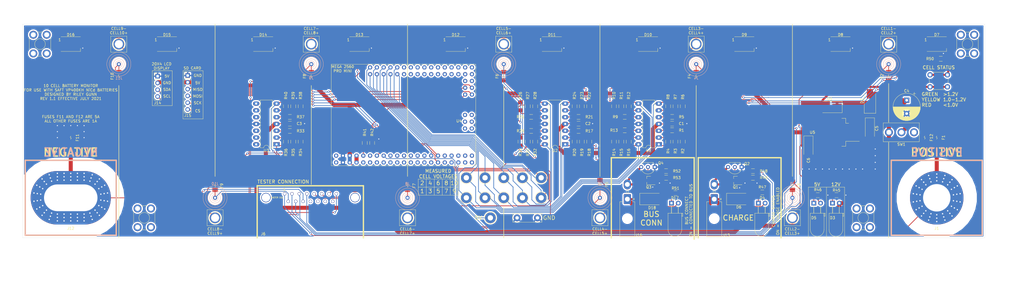
<source format=kicad_pcb>
(kicad_pcb (version 20171130) (host pcbnew "(5.1.6)-1")
  (title_block (date 2021-04-20) (rev 1))
  (layers (0 F.Cu signal) (31 B.Cu signal) (34 B.Paste user) (35 F.Paste user) (36 B.SilkS user) (37 F.SilkS user) (38 B.Mask user) (39 F.Mask user) (44 Edge.Cuts user))
  (net 0 "")
  (net 1 12VDC_BUS)
  (net 2 5V)
  (net 3 "Net-(D6-Pad2)")
  (net 4 "Net-(D7-Pad2)")
  (net 5 "Net-(D8-Pad2)")
  (net 6 "Net-(D10-Pad4)")
  (net 7 "Net-(D10-Pad2)")
  (net 8 "Net-(D11-Pad2)")
  (net 9 "Net-(D12-Pad2)")
  (net 10 "Net-(D13-Pad2)")
  (net 11 /OP-AMPS/CELL1_FUSED)
  (net 12 "Net-(F2-Pad1)")
  (net 13 /OP-AMPS/CELL2_FUSED)
  (net 14 /OP-AMPS/CELL3_FUSED)
  (net 15 "Net-(F3-Pad1)")
  (net 16 /OP-AMPS/CELL4_FUSED)
  (net 17 "Net-(F4-Pad1)")
  (net 18 "Net-(F5-Pad1)")
  (net 19 /OP-AMPS/CELL5_FUSED)
  (net 20 /OP-AMPS/CELL6_FUSED)
  (net 21 /OP-AMPS/CELL7_FUSED)
  (net 22 /OP-AMPS/CELL8_FUSED)
  (net 23 /OP-AMPS/CELL9_FUSED)
  (net 24 /OP-AMPS/CELL10_FUSED)
  (net 25 SDA)
  (net 26 SCL)
  (net 27 MISO)
  (net 28 MOSI)
  (net 29 SCK)
  (net 30 CS)
  (net 31 "Net-(Q1-Pad2)")
  (net 32 "Net-(R1-Pad1)")
  (net 33 "Net-(R3-Pad2)")
  (net 34 A0)
  (net 35 "Net-(R5-Pad1)")
  (net 36 "Net-(R7-Pad2)")
  (net 37 A1)
  (net 38 "Net-(R10-Pad2)")
  (net 39 "Net-(R11-Pad2)")
  (net 40 A2)
  (net 41 "Net-(R13-Pad1)")
  (net 42 "Net-(R15-Pad2)")
  (net 43 A3)
  (net 44 "Net-(R17-Pad1)")
  (net 45 "Net-(R19-Pad2)")
  (net 46 A4)
  (net 47 "Net-(R21-Pad1)")
  (net 48 "Net-(R23-Pad2)")
  (net 49 A5)
  (net 50 "Net-(R25-Pad1)")
  (net 51 "Net-(R27-Pad2)")
  (net 52 A6)
  (net 53 "Net-(R29-Pad1)")
  (net 54 "Net-(R31-Pad2)")
  (net 55 A7)
  (net 56 "Net-(R33-Pad1)")
  (net 57 "Net-(R35-Pad2)")
  (net 58 A8)
  (net 59 "Net-(R37-Pad1)")
  (net 60 "Net-(R39-Pad2)")
  (net 61 A9)
  (net 62 AREF)
  (net 63 CHARGE_CONTROL_SIGNAL)
  (net 64 "Net-(U4-Pad76)")
  (net 65 "Net-(U4-Pad75)")
  (net 66 "Net-(U4-Pad82)")
  (net 67 "Net-(U4-Pad84)")
  (net 68 "Net-(U4-Pad86)")
  (net 69 "Net-(U4-Pad81)")
  (net 70 "Net-(U4-Pad83)")
  (net 71 "Net-(U4-Pad85)")
  (net 72 3V3)
  (net 73 "Net-(U4-Pad11)")
  (net 74 "Net-(U4-Pad12)")
  (net 75 DATA)
  (net 76 "Net-(U4-Pad14)")
  (net 77 "Net-(U4-Pad16)")
  (net 78 "Net-(U4-Pad17)")
  (net 79 "Net-(U4-Pad18)")
  (net 80 "Net-(U4-Pad19)")
  (net 81 "Net-(U4-Pad20)")
  (net 82 "Net-(U4-Pad21)")
  (net 83 "Net-(U4-Pad22)")
  (net 84 "Net-(U4-Pad23)")
  (net 85 "Net-(U4-Pad24)")
  (net 86 "Net-(U4-Pad25)")
  (net 87 "Net-(U4-Pad26)")
  (net 88 "Net-(U4-Pad27)")
  (net 89 "Net-(U4-Pad28)")
  (net 90 "Net-(U4-Pad30)")
  (net 91 "Net-(U4-Pad33)")
  (net 92 "Net-(U4-Pad34)")
  (net 93 "Net-(U4-Pad35)")
  (net 94 "Net-(U4-Pad36)")
  (net 95 "Net-(U4-Pad37)")
  (net 96 "Net-(U4-Pad38)")
  (net 97 "Net-(U4-Pad39)")
  (net 98 "Net-(U4-Pad40)")
  (net 99 "Net-(U4-Pad41)")
  (net 100 "Net-(U4-Pad42)")
  (net 101 "Net-(U4-Pad53)")
  (net 102 "Net-(U4-Pad54)")
  (net 103 "Net-(U4-Pad55)")
  (net 104 "Net-(U4-Pad56)")
  (net 105 "Net-(U4-Pad57)")
  (net 106 "Net-(U4-Pad58)")
  (net 107 "Net-(U4-Pad59)")
  (net 108 "Net-(U4-Pad60)")
  (net 109 "Net-(U4-Pad61)")
  (net 110 "Net-(U4-Pad62)")
  (net 111 "Net-(U4-Pad63)")
  (net 112 "Net-(U4-Pad64)")
  (net 113 "Net-(U4-Pad65)")
  (net 114 "Net-(U4-Pad66)")
  (net 115 "Net-(U4-Pad67)")
  (net 116 "Net-(U4-Pad68)")
  (net 117 "Net-(U4-Pad69)")
  (net 118 "Net-(U4-Pad70)")
  (net 119 "Net-(U4-Pad71)")
  (net 120 "Net-(U4-Pad72)")
  (net 121 "Net-(U4-Pad73)")
  (net 122 "Net-(U4-Pad74)")
  (net 123 BATTERY+)
  (net 124 BATTERY-)
  (net 125 "Net-(D3-Pad1)")
  (net 126 "Net-(D4-Pad1)")
  (net 127 "Net-(D14-Pad2)")
  (net 128 "Net-(D15-Pad2)")
  (net 129 "Net-(J6-Pad12)")
  (net 130 "Net-(J6-Pad13)")
  (net 131 "Net-(J6-Pad14)")
  (net 132 "Net-(J6-Pad15)")
  (net 133 "Net-(D5-Pad1)")
  (net 134 "Net-(D7-Pad4)")
  (net 135 "Net-(D16-Pad2)")
  (net 136 "Net-(F6-Pad1)")
  (net 137 "Net-(F7-Pad1)")
  (net 138 "Net-(F8-Pad1)")
  (net 139 "Net-(F9-Pad1)")
  (net 140 "Net-(F10-Pad1)")
  (net 141 GND)
  (net 142 "Net-(C5-Pad1)")
  (net 143 "Net-(U4-Pad2)")
  (net 144 "Net-(U4-Pad1)")
  (net 145 STATUS_CHECK)
  (net 146 "Net-(D17-Pad1)")
  (net 147 "Net-(D18-Pad2)")
  (net 148 "Net-(Q3-Pad2)")
  (net 149 BUS_CONNECT_SIGNAL)
  (net 150 "Net-(U4-Pad10)")
  (net 151 "/POWER AND CONTROL/12V_POWER_FUSED")
  (net 152 "Net-(SW1-Pad1)")
  (module "NiCd Battery Tester:E_SWITCH_100SP1T1B4M2QE" (layer F.Cu) (at 373.5 160.5 180)
    (fp_text reference SW1 (at 4.75 -4.5) (layer F.SilkS))
    (fp_text value "ON/OFF SWITCH")
    (pad 3 thru_hole circle (at 9.4 0 180) (size 3 3) (drill 1.85) (layers *.Cu *.Mask) (net 1 12VDC_BUS))
    (pad 2 thru_hole circle (at 4.7 0 180) (size 3 3) (drill 1.85) (layers *.Cu *.Mask) (net 151 "/POWER AND CONTROL/12V_POWER_FUSED"))
    (pad 1 thru_hole circle (at 0 0 180) (size 3 3) (drill 1.85) (layers *.Cu *.Mask) (net 152 "Net-(SW1-Pad1)"))
  )
  (module "NiCd Battery Tester:BATTERY_POWER_CONNECTION" (layer F.Cu) (at 382 185)
    (fp_text reference J1 (at 0 11.43) (layer F.SilkS))
    (fp_text value Conn_01x01)
    (pad 1 thru_hole circle (at 0 0) (size 20 20) (drill 10.25) (layers *.Cu *.Mask) (net 123 BATTERY+) (clearance 5))
    (pad 1 thru_hole circle (at 0 -6.35) (size 0.5 0.5) (drill 0.5) (layers *.Cu *.Mask) (net 123 BATTERY+))
    (pad 1 thru_hole circle (at -2.171828 -5.967048) (size 0.5 0.5) (drill 0.5) (layers *.Cu *.Mask) (net 123 BATTERY+))
    (pad 1 thru_hole circle (at -4.081701 -4.864382) (size 0.5 0.5) (drill 0.5) (layers *.Cu *.Mask) (net 123 BATTERY+))
    (pad 1 thru_hole circle (at -5.499261 -3.175) (size 0.5 0.5) (drill 0.5) (layers *.Cu *.Mask) (net 123 BATTERY+))
    (pad 1 thru_hole circle (at -6.253529 -1.102666) (size 0.5 0.5) (drill 0.5) (layers *.Cu *.Mask) (net 123 BATTERY+))
    (pad 1 thru_hole circle (at -6.253529 1.102666) (size 0.5 0.5) (drill 0.5) (layers *.Cu *.Mask) (net 123 BATTERY+))
    (pad 1 thru_hole circle (at -5.499261 3.175) (size 0.5 0.5) (drill 0.5) (layers *.Cu *.Mask) (net 123 BATTERY+))
    (pad 1 thru_hole circle (at -4.081701 4.864382) (size 0.5 0.5) (drill 0.5) (layers *.Cu *.Mask) (net 123 BATTERY+))
    (pad 1 thru_hole circle (at -2.171828 5.967048) (size 0.5 0.5) (drill 0.5) (layers *.Cu *.Mask) (net 123 BATTERY+))
    (pad 1 thru_hole circle (at 0 6.35) (size 0.5 0.5) (drill 0.5) (layers *.Cu *.Mask) (net 123 BATTERY+))
    (pad 1 thru_hole circle (at 2.171828 5.967048) (size 0.5 0.5) (drill 0.5) (layers *.Cu *.Mask) (net 123 BATTERY+))
    (pad 1 thru_hole circle (at 4.081701 4.864382) (size 0.5 0.5) (drill 0.5) (layers *.Cu *.Mask) (net 123 BATTERY+))
    (pad 1 thru_hole circle (at 5.499261 3.175) (size 0.5 0.5) (drill 0.5) (layers *.Cu *.Mask) (net 123 BATTERY+))
    (pad 1 thru_hole circle (at 6.253529 1.102666) (size 0.5 0.5) (drill 0.5) (layers *.Cu *.Mask) (net 123 BATTERY+))
    (pad 1 thru_hole circle (at 6.253529 -1.102666) (size 0.5 0.5) (drill 0.5) (layers *.Cu *.Mask) (net 123 BATTERY+))
    (pad 1 thru_hole circle (at 5.499261 -3.175) (size 0.5 0.5) (drill 0.5) (layers *.Cu *.Mask) (net 123 BATTERY+))
    (pad 1 thru_hole circle (at 4.081701 -4.864382) (size 0.5 0.5) (drill 0.5) (layers *.Cu *.Mask) (net 123 BATTERY+))
    (pad 1 thru_hole circle (at 2.171828 -5.967048) (size 0.5 0.5) (drill 0.5) (layers *.Cu *.Mask) (net 123 BATTERY+))
    (pad 1 thru_hole circle (at 0 -7.62) (size 0.5 0.5) (drill 0.5) (layers *.Cu *.Mask) (net 123 BATTERY+))
    (pad 1 thru_hole circle (at -2.606193 -7.160458) (size 0.5 0.5) (drill 0.5) (layers *.Cu *.Mask) (net 123 BATTERY+))
    (pad 1 thru_hole circle (at -4.898042 -5.837259) (size 0.5 0.5) (drill 0.5) (layers *.Cu *.Mask) (net 123 BATTERY+))
    (pad 1 thru_hole circle (at -6.599114 -3.81) (size 0.5 0.5) (drill 0.5) (layers *.Cu *.Mask) (net 123 BATTERY+))
    (pad 1 thru_hole circle (at -7.504235 -1.323199) (size 0.5 0.5) (drill 0.5) (layers *.Cu *.Mask) (net 123 BATTERY+))
    (pad 1 thru_hole circle (at -7.504235 1.323199) (size 0.5 0.5) (drill 0.5) (layers *.Cu *.Mask) (net 123 BATTERY+))
    (pad 1 thru_hole circle (at -6.599114 3.81) (size 0.5 0.5) (drill 0.5) (layers *.Cu *.Mask) (net 123 BATTERY+))
    (pad 1 thru_hole circle (at -4.898042 5.837259) (size 0.5 0.5) (drill 0.5) (layers *.Cu *.Mask) (net 123 BATTERY+))
    (pad 1 thru_hole circle (at -2.606193 7.160458) (size 0.5 0.5) (drill 0.5) (layers *.Cu *.Mask) (net 123 BATTERY+))
    (pad 1 thru_hole circle (at 0 7.62) (size 0.5 0.5) (drill 0.5) (layers *.Cu *.Mask) (net 123 BATTERY+))
    (pad 1 thru_hole circle (at 2.606193 7.160458) (size 0.5 0.5) (drill 0.5) (layers *.Cu *.Mask) (net 123 BATTERY+))
    (pad 1 thru_hole circle (at 4.898042 5.837259) (size 0.5 0.5) (drill 0.5) (layers *.Cu *.Mask) (net 123 BATTERY+))
    (pad 1 thru_hole circle (at 6.599114 3.81) (size 0.5 0.5) (drill 0.5) (layers *.Cu *.Mask) (net 123 BATTERY+))
    (pad 1 thru_hole circle (at 7.504235 1.323199) (size 0.5 0.5) (drill 0.5) (layers *.Cu *.Mask) (net 123 BATTERY+))
    (pad 1 thru_hole circle (at 7.504235 -1.323199) (size 0.5 0.5) (drill 0.5) (layers *.Cu *.Mask) (net 123 BATTERY+))
    (pad 1 thru_hole circle (at 6.599114 -3.81) (size 0.5 0.5) (drill 0.5) (layers *.Cu *.Mask) (net 123 BATTERY+))
    (pad 1 thru_hole circle (at 4.898042 -5.837259) (size 0.5 0.5) (drill 0.5) (layers *.Cu *.Mask) (net 123 BATTERY+))
    (pad 1 thru_hole circle (at 2.606193 -7.160458) (size 0.5 0.5) (drill 0.5) (layers *.Cu *.Mask) (net 123 BATTERY+))
    (pad 1 thru_hole circle (at 0 -8.89) (size 0.5 0.5) (drill 0.5) (layers *.Cu *.Mask) (net 123 BATTERY+))
    (pad 1 thru_hole circle (at -3.040559 -8.353867) (size 0.5 0.5) (drill 0.5) (layers *.Cu *.Mask) (net 123 BATTERY+))
    (pad 1 thru_hole circle (at -5.714382 -6.810135) (size 0.5 0.5) (drill 0.5) (layers *.Cu *.Mask) (net 123 BATTERY+))
    (pad 1 thru_hole circle (at -7.698966 -4.445) (size 0.5 0.5) (drill 0.5) (layers *.Cu *.Mask) (net 123 BATTERY+))
    (pad 1 thru_hole circle (at -8.754941 -1.543732) (size 0.5 0.5) (drill 0.5) (layers *.Cu *.Mask) (net 123 BATTERY+))
    (pad 1 thru_hole circle (at -8.754941 1.543732) (size 0.5 0.5) (drill 0.5) (layers *.Cu *.Mask) (net 123 BATTERY+))
    (pad 1 thru_hole circle (at -7.698966 4.445) (size 0.5 0.5) (drill 0.5) (layers *.Cu *.Mask) (net 123 BATTERY+))
    (pad 1 thru_hole circle (at -5.714382 6.810135) (size 0.5 0.5) (drill 0.5) (layers *.Cu *.Mask) (net 123 BATTERY+))
    (pad 1 thru_hole circle (at -3.040559 8.353867) (size 0.5 0.5) (drill 0.5) (layers *.Cu *.Mask) (net 123 BATTERY+))
    (pad 1 thru_hole circle (at 0 8.89) (size 0.5 0.5) (drill 0.5) (layers *.Cu *.Mask) (net 123 BATTERY+))
    (pad 1 thru_hole circle (at 3.040559 8.353867) (size 0.5 0.5) (drill 0.5) (layers *.Cu *.Mask) (net 123 BATTERY+))
    (pad 1 thru_hole circle (at 5.714382 6.810135) (size 0.5 0.5) (drill 0.5) (layers *.Cu *.Mask) (net 123 BATTERY+))
    (pad 1 thru_hole circle (at 7.698966 4.445) (size 0.5 0.5) (drill 0.5) (layers *.Cu *.Mask) (net 123 BATTERY+))
    (pad 1 thru_hole circle (at 8.754941 1.543732) (size 0.5 0.5) (drill 0.5) (layers *.Cu *.Mask) (net 123 BATTERY+))
    (pad 1 thru_hole circle (at 8.754941 -1.543732) (size 0.5 0.5) (drill 0.5) (layers *.Cu *.Mask) (net 123 BATTERY+))
    (pad 1 thru_hole circle (at 7.698966 -4.445) (size 0.5 0.5) (drill 0.5) (layers *.Cu *.Mask) (net 123 BATTERY+))
    (pad 1 thru_hole circle (at 5.714382 -6.810135) (size 0.5 0.5) (drill 0.5) (layers *.Cu *.Mask) (net 123 BATTERY+))
    (pad 1 thru_hole circle (at 3.040559 -8.353867) (size 0.5 0.5) (drill 0.5) (layers *.Cu *.Mask) (net 123 BATTERY+))
  )
  (module "NiCd Battery Tester:BATTERY_POWER_CONNECTION_WIDE" (layer F.Cu) (at 58 185)
    (fp_text reference J12 (at 0 11.43) (layer F.SilkS))
    (fp_text value Conn_01x01)
    (pad 1 thru_hole circle (at 0 8.65) (size 0.5 0.5) (drill 0.5) (layers *.Cu *.Mask) (net 124 BATTERY-))
    (pad 1 thru_hole circle (at 0 6.11) (size 0.5 0.5) (drill 0.5) (layers *.Cu *.Mask) (net 124 BATTERY-))
    (pad 1 thru_hole circle (at 2.5 7.38) (size 0.5 0.5) (drill 0.5) (layers *.Cu *.Mask) (net 124 BATTERY-))
    (pad 1 thru_hole circle (at 2.5 6.11) (size 0.5 0.5) (drill 0.5) (layers *.Cu *.Mask) (net 124 BATTERY-))
    (pad 1 thru_hole circle (at 2.5 8.65) (size 0.5 0.5) (drill 0.5) (layers *.Cu *.Mask) (net 124 BATTERY-))
    (pad 1 thru_hole circle (at 0 7.38) (size 0.5 0.5) (drill 0.5) (layers *.Cu *.Mask) (net 124 BATTERY-))
    (pad 1 thru_hole circle (at -2.5 8.65) (size 0.5 0.5) (drill 0.5) (layers *.Cu *.Mask) (net 124 BATTERY-))
    (pad 1 thru_hole circle (at -2.5 6.11) (size 0.5 0.5) (drill 0.5) (layers *.Cu *.Mask) (net 124 BATTERY-))
    (pad 1 thru_hole circle (at -2.5 7.38) (size 0.5 0.5) (drill 0.5) (layers *.Cu *.Mask) (net 124 BATTERY-))
    (pad 1 thru_hole circle (at 0 -6.6) (size 0.5 0.5) (drill 0.5) (layers *.Cu *.Mask) (net 124 BATTERY-))
    (pad 1 thru_hole circle (at 0 -7.87) (size 0.5 0.5) (drill 0.5) (layers *.Cu *.Mask) (net 124 BATTERY-))
    (pad 1 thru_hole circle (at 0 -9.14) (size 0.5 0.5) (drill 0.5) (layers *.Cu *.Mask) (net 124 BATTERY-))
    (pad 1 thru_hole circle (at 2.5 -6.6) (size 0.5 0.5) (drill 0.5) (layers *.Cu *.Mask) (net 124 BATTERY-))
    (pad 1 thru_hole circle (at 2.5 -9.14) (size 0.5 0.5) (drill 0.5) (layers *.Cu *.Mask) (net 124 BATTERY-))
    (pad 1 thru_hole circle (at 2.5 -7.87) (size 0.5 0.5) (drill 0.5) (layers *.Cu *.Mask) (net 124 BATTERY-))
    (pad 1 thru_hole circle (at -2.5 -6.6) (size 0.5 0.5) (drill 0.5) (layers *.Cu *.Mask) (net 124 BATTERY-))
    (pad 1 thru_hole circle (at -2.5 -7.87) (size 0.5 0.5) (drill 0.5) (layers *.Cu *.Mask) (net 124 BATTERY-))
    (pad 1 thru_hole circle (at -2.5 -9.14) (size 0.5 0.5) (drill 0.5) (layers *.Cu *.Mask) (net 124 BATTERY-))
    (pad 1 thru_hole circle (at 10.714382 6.560135) (size 0.5 0.5) (drill 0.5) (layers *.Cu *.Mask) (net 124 BATTERY-))
    (pad 1 thru_hole circle (at 5 6.1) (size 0.5 0.5) (drill 0.5) (layers *.Cu *.Mask) (net 124 BATTERY-))
    (pad 1 thru_hole circle (at 5 -6.6) (size 0.5 0.5) (drill 0.5) (layers *.Cu *.Mask) (net 124 BATTERY-))
    (pad 1 thru_hole circle (at 7.606193 -7.410458) (size 0.5 0.5) (drill 0.5) (layers *.Cu *.Mask) (net 124 BATTERY-))
    (pad 1 thru_hole circle (at 5 7.37) (size 0.5 0.5) (drill 0.5) (layers *.Cu *.Mask) (net 124 BATTERY-))
    (pad 1 thru_hole circle (at 11.599114 3.56) (size 0.5 0.5) (drill 0.5) (layers *.Cu *.Mask) (net 124 BATTERY-))
    (pad 1 thru_hole circle (at 8.040559 -8.603867) (size 0.5 0.5) (drill 0.5) (layers *.Cu *.Mask) (net 124 BATTERY-))
    (pad 1 thru_hole circle (at 10.714382 -7.060135) (size 0.5 0.5) (drill 0.5) (layers *.Cu *.Mask) (net 124 BATTERY-))
    (pad 1 thru_hole circle (at 12.698966 -4.695) (size 0.5 0.5) (drill 0.5) (layers *.Cu *.Mask) (net 124 BATTERY-))
    (pad 1 thru_hole circle (at 5 -7.87) (size 0.5 0.5) (drill 0.5) (layers *.Cu *.Mask) (net 124 BATTERY-))
    (pad 1 thru_hole circle (at 5 8.64) (size 0.5 0.5) (drill 0.5) (layers *.Cu *.Mask) (net 124 BATTERY-))
    (pad 1 thru_hole circle (at 12.504235 -1.573199) (size 0.5 0.5) (drill 0.5) (layers *.Cu *.Mask) (net 124 BATTERY-))
    (pad 1 thru_hole circle (at 10.499261 2.925) (size 0.5 0.5) (drill 0.5) (layers *.Cu *.Mask) (net 124 BATTERY-))
    (pad 1 thru_hole circle (at 7.171828 -6.217048) (size 0.5 0.5) (drill 0.5) (layers *.Cu *.Mask) (net 124 BATTERY-))
    (pad 1 thru_hole circle (at 13.754941 -1.793732) (size 0.5 0.5) (drill 0.5) (layers *.Cu *.Mask) (net 124 BATTERY-))
    (pad 1 thru_hole circle (at 12.698966 4.195) (size 0.5 0.5) (drill 0.5) (layers *.Cu *.Mask) (net 124 BATTERY-))
    (pad 1 thru_hole circle (at 8.040559 8.103867) (size 0.5 0.5) (drill 0.5) (layers *.Cu *.Mask) (net 124 BATTERY-))
    (pad 1 thru_hole circle (at 5 -9.14) (size 0.5 0.5) (drill 0.5) (layers *.Cu *.Mask) (net 124 BATTERY-))
    (pad 1 thru_hole circle (at 9.898042 -6.087259) (size 0.5 0.5) (drill 0.5) (layers *.Cu *.Mask) (net 124 BATTERY-))
    (pad 1 thru_hole circle (at 11.599114 -4.06) (size 0.5 0.5) (drill 0.5) (layers *.Cu *.Mask) (net 124 BATTERY-))
    (pad 1 thru_hole circle (at 12.504235 1.073199) (size 0.5 0.5) (drill 0.5) (layers *.Cu *.Mask) (net 124 BATTERY-))
    (pad 1 thru_hole circle (at 9.081701 4.614382) (size 0.5 0.5) (drill 0.5) (layers *.Cu *.Mask) (net 124 BATTERY-))
    (pad 1 thru_hole circle (at 10.499261 -3.425) (size 0.5 0.5) (drill 0.5) (layers *.Cu *.Mask) (net 124 BATTERY-))
    (pad 1 thru_hole circle (at 9.081701 -5.114382) (size 0.5 0.5) (drill 0.5) (layers *.Cu *.Mask) (net 124 BATTERY-))
    (pad 1 thru_hole circle (at 7.606193 6.910458) (size 0.5 0.5) (drill 0.5) (layers *.Cu *.Mask) (net 124 BATTERY-))
    (pad 1 thru_hole circle (at 7.171828 5.717048) (size 0.5 0.5) (drill 0.5) (layers *.Cu *.Mask) (net 124 BATTERY-))
    (pad 1 thru_hole circle (at 9.898042 5.587259) (size 0.5 0.5) (drill 0.5) (layers *.Cu *.Mask) (net 124 BATTERY-))
    (pad 1 thru_hole circle (at 11.253529 -1.352666) (size 0.5 0.5) (drill 0.5) (layers *.Cu *.Mask) (net 124 BATTERY-))
    (pad 1 thru_hole circle (at 13.754941 1.293732) (size 0.5 0.5) (drill 0.5) (layers *.Cu *.Mask) (net 124 BATTERY-))
    (pad 1 thru_hole circle (at 11.253529 0.852666) (size 0.5 0.5) (drill 0.5) (layers *.Cu *.Mask) (net 124 BATTERY-))
    (pad 1 thru_hole circle (at -10.714382 6.560135) (size 0.5 0.5) (drill 0.5) (layers *.Cu *.Mask) (net 124 BATTERY-))
    (pad 1 thru_hole circle (at -13.754941 1.293732) (size 0.5 0.5) (drill 0.5) (layers *.Cu *.Mask) (net 124 BATTERY-))
    (pad 1 thru_hole circle (at -11.599114 3.56) (size 0.5 0.5) (drill 0.5) (layers *.Cu *.Mask) (net 124 BATTERY-))
    (pad 1 thru_hole circle (at -5 6.1) (size 0.5 0.5) (drill 0.5) (layers *.Cu *.Mask) (net 124 BATTERY-))
    (pad 1 thru_hole circle (at -11.253529 -1.352666) (size 0.5 0.5) (drill 0.5) (layers *.Cu *.Mask) (net 124 BATTERY-))
    (pad 1 thru_hole circle (at -5 -6.6) (size 0.5 0.5) (drill 0.5) (layers *.Cu *.Mask) (net 124 BATTERY-))
    (pad 1 thru_hole circle (at -11.599114 -4.06) (size 0.5 0.5) (drill 0.5) (layers *.Cu *.Mask) (net 124 BATTERY-))
    (pad 1 thru_hole circle (at -9.081701 4.614382) (size 0.5 0.5) (drill 0.5) (layers *.Cu *.Mask) (net 124 BATTERY-))
    (pad 1 thru_hole circle (at -5 7.37) (size 0.5 0.5) (drill 0.5) (layers *.Cu *.Mask) (net 124 BATTERY-))
    (pad 1 thru_hole circle (at -5 -7.87) (size 0.5 0.5) (drill 0.5) (layers *.Cu *.Mask) (net 124 BATTERY-))
    (pad 1 thru_hole circle (at -5 8.64) (size 0.5 0.5) (drill 0.5) (layers *.Cu *.Mask) (net 124 BATTERY-))
    (pad 1 thru_hole circle (at -7.171828 -6.217048) (size 0.5 0.5) (drill 0.5) (layers *.Cu *.Mask) (net 124 BATTERY-))
    (pad 1 thru_hole circle (at -7.606193 -7.410458) (size 0.5 0.5) (drill 0.5) (layers *.Cu *.Mask) (net 124 BATTERY-))
    (pad 1 thru_hole circle (at -7.171828 5.717048) (size 0.5 0.5) (drill 0.5) (layers *.Cu *.Mask) (net 124 BATTERY-))
    (pad 1 thru_hole circle (at -8.040559 8.103867) (size 0.5 0.5) (drill 0.5) (layers *.Cu *.Mask) (net 124 BATTERY-))
    (pad 1 thru_hole circle (at -12.698966 4.195) (size 0.5 0.5) (drill 0.5) (layers *.Cu *.Mask) (net 124 BATTERY-))
    (pad 1 thru_hole circle (at -12.698966 -4.695) (size 0.5 0.5) (drill 0.5) (layers *.Cu *.Mask) (net 124 BATTERY-))
    (pad 1 thru_hole circle (at -12.504235 -1.573199) (size 0.5 0.5) (drill 0.5) (layers *.Cu *.Mask) (net 124 BATTERY-))
    (pad 1 thru_hole circle (at -10.499261 -3.425) (size 0.5 0.5) (drill 0.5) (layers *.Cu *.Mask) (net 124 BATTERY-))
    (pad 1 thru_hole circle (at -10.714382 -7.060135) (size 0.5 0.5) (drill 0.5) (layers *.Cu *.Mask) (net 124 BATTERY-))
    (pad 1 thru_hole circle (at -10.499261 2.925) (size 0.5 0.5) (drill 0.5) (layers *.Cu *.Mask) (net 124 BATTERY-))
    (pad 1 thru_hole circle (at -8.040559 -8.603867) (size 0.5 0.5) (drill 0.5) (layers *.Cu *.Mask) (net 124 BATTERY-))
    (pad 1 thru_hole circle (at -5 -9.14) (size 0.5 0.5) (drill 0.5) (layers *.Cu *.Mask) (net 124 BATTERY-))
    (pad 1 thru_hole circle (at -9.898042 -6.087259) (size 0.5 0.5) (drill 0.5) (layers *.Cu *.Mask) (net 124 BATTERY-))
    (pad 1 thru_hole circle (at -7.606193 6.910458) (size 0.5 0.5) (drill 0.5) (layers *.Cu *.Mask) (net 124 BATTERY-))
    (pad 1 thru_hole circle (at -9.898042 5.587259) (size 0.5 0.5) (drill 0.5) (layers *.Cu *.Mask) (net 124 BATTERY-))
    (pad 1 thru_hole circle (at -11.253529 0.852666) (size 0.5 0.5) (drill 0.5) (layers *.Cu *.Mask) (net 124 BATTERY-))
    (pad 1 thru_hole circle (at -9.081701 -5.114382) (size 0.5 0.5) (drill 0.5) (layers *.Cu *.Mask) (net 124 BATTERY-))
    (pad 1 thru_hole circle (at -13.754941 -1.793732) (size 0.5 0.5) (drill 0.5) (layers *.Cu *.Mask) (net 124 BATTERY-))
    (pad 1 thru_hole circle (at -12.504235 1.073199) (size 0.5 0.5) (drill 0.5) (layers *.Cu *.Mask) (net 124 BATTERY-))
    (pad 1 thru_hole oval (at 0 0) (size 30 20) (drill oval 20 10) (layers *.Cu *.Mask) (net 124 BATTERY-) (clearance 5))
  )
  (module "NiCd Battery Tester:15-PIN-DSUB" (layer F.Cu) (at 147.695 184.92)
    (fp_text reference J6 (at -17.695 13.58) (layer F.SilkS))
    (fp_text value "TESTER CONN")
    (fp_text user "EASTER EGG" (at -12.5 0) (layer F.SilkS) (effects (font (size 0.5 0.5) (thickness 0.1))))
    (fp_text user 1 (at -9.75 -3) (layer F.SilkS))
    (pad 15 thru_hole circle (at 8.31 1.42) (size 1.25 1.25) (drill 1) (layers *.Cu *.Mask) (net 132 "Net-(J6-Pad15)"))
    (pad 14 thru_hole circle (at 5.54 1.42) (size 1.25 1.25) (drill 1) (layers *.Cu *.Mask) (net 131 "Net-(J6-Pad14)"))
    (pad 13 thru_hole circle (at 2.77 1.42) (size 1.25 1.25) (drill 1) (layers *.Cu *.Mask) (net 130 "Net-(J6-Pad13)"))
    (pad 12 thru_hole circle (at 0 1.42) (size 1.25 1.25) (drill 1) (layers *.Cu *.Mask) (net 129 "Net-(J6-Pad12)"))
    (pad 11 thru_hole circle (at -2.77 1.42) (size 1.25 1.25) (drill 1) (layers *.Cu *.Mask) (net 124 BATTERY-))
    (pad 10 thru_hole circle (at -5.54 1.42) (size 1.25 1.25) (drill 1) (layers *.Cu *.Mask) (net 140 "Net-(F10-Pad1)"))
    (pad 9 thru_hole circle (at -8.31 1.42) (size 1.25 1.25) (drill 1) (layers *.Cu *.Mask) (net 139 "Net-(F9-Pad1)"))
    (pad 8 thru_hole circle (at 9.695 -1.42) (size 1.25 1.25) (drill 1) (layers *.Cu *.Mask) (net 138 "Net-(F8-Pad1)"))
    (pad 7 thru_hole circle (at 6.925 -1.42) (size 1.25 1.25) (drill 1) (layers *.Cu *.Mask) (net 137 "Net-(F7-Pad1)"))
    (pad 6 thru_hole circle (at 4.155 -1.42) (size 1.25 1.25) (drill 1) (layers *.Cu *.Mask) (net 136 "Net-(F6-Pad1)"))
    (pad 5 thru_hole circle (at 1.385 -1.42) (size 1.25 1.25) (drill 1) (layers *.Cu *.Mask) (net 18 "Net-(F5-Pad1)"))
    (pad 4 thru_hole circle (at -1.385 -1.42) (size 1.25 1.25) (drill 1) (layers *.Cu *.Mask) (net 17 "Net-(F4-Pad1)"))
    (pad 3 thru_hole circle (at -4.155 -1.42) (size 1.25 1.25) (drill 1) (layers *.Cu *.Mask) (net 15 "Net-(F3-Pad1)"))
    (pad 2 thru_hole circle (at -6.925 -1.42) (size 1.25 1.25) (drill 1) (layers *.Cu *.Mask) (net 12 "Net-(F2-Pad1)"))
    (pad 1 thru_hole circle (at -9.695 -1.42) (size 1.25 1.25) (drill 1) (layers *.Cu *.Mask) (net 123 BATTERY+))
    (pad "" thru_hole circle (at 16.65 0) (size 3.5 3.5) (drill 3.05) (layers *.Cu *.Mask))
    (pad "" thru_hole circle (at -16.65 0) (size 3.5 3.5) (drill 3.05) (layers *.Cu *.Mask))
  )
  (module Capacitor_THT:CP_Radial_D10.0mm_P5.00mm (layer F.Cu) (at 370.75 148.5 270)
    (fp_text reference C4 (at -3.5 0 180) (layer F.SilkS))
    (fp_text value 220uF)
    (pad 2 thru_hole circle (at 5 0 270) (size 2 2) (drill 1) (layers *.Cu *.Mask) (net 141 GND))
    (pad 1 thru_hole rect (at 0 0 270) (size 2 2) (drill 1) (layers *.Cu *.Mask) (net 1 12VDC_BUS))
  )
  (module "NiCd Battery Tester:KEYSTONE_240" (layer B.Cu) (at 220 135)
    (fp_text reference J7 (at 0 5.25) (layer B.SilkS) (effects (justify mirror)))
    (fp_text value Conn_01x01)
    (pad 1 thru_hole circle (at 0 0) (size 1.524 1.524) (drill 0.762) (layers *.Cu *.Mask) (net 136 "Net-(F6-Pad1)") (clearance 2))
  )
  (module Diode_SMD:D_SMB_Handsoldering (layer F.Cu) (at 342 151 180)
    (fp_text reference D1 (at 0 3) (layer F.SilkS))
    (fp_text value ES3BB-13-F)
    (pad 2 smd rect (at 2.7 0 180) (size 3.5 2.3) (layers F.Cu F.Paste F.Mask) (net 2 5V))
    (pad 1 smd rect (at -2.7 0 180) (size 3.5 2.3) (layers F.Cu F.Paste F.Mask) (net 142 "Net-(C5-Pad1)"))
  )
  (module TestPoint:TestPoint_Plated_Hole_D3.0mm (layer F.Cu) (at 76 127.5)
    (fp_text reference TP19 hide)
    (fp_text value "CELL 10 VOLTAGE")
    (pad 1 thru_hole circle (at 0 0) (size 4 4) (drill 3) (layers *.Cu *.Mask) (net 24 /OP-AMPS/CELL10_FUSED))
  )
  (module TestPoint:TestPoint_Plated_Hole_D3.0mm (layer F.Cu) (at 112 192.5)
    (fp_text reference TP17 hide)
    (fp_text value "CELL 9 VOLTAGE")
    (pad 1 thru_hole circle (at 0 0) (size 4 4) (drill 3) (layers *.Cu *.Mask) (net 23 /OP-AMPS/CELL9_FUSED))
  )
  (module TestPoint:TestPoint_Plated_Hole_D3.0mm (layer F.Cu) (at 148 127.5)
    (fp_text reference TP14 hide)
    (fp_text value "CELL 8 VOLTAGE")
    (pad 1 thru_hole circle (at 0 0) (size 4 4) (drill 3) (layers *.Cu *.Mask) (net 22 /OP-AMPS/CELL8_FUSED))
  )
  (module TestPoint:TestPoint_Plated_Hole_D3.0mm (layer F.Cu) (at 184 192.5)
    (fp_text reference TP12 hide)
    (fp_text value "CELL 7 VOLTAGE")
    (pad 1 thru_hole circle (at 0 0) (size 4 4) (drill 3) (layers *.Cu *.Mask) (net 21 /OP-AMPS/CELL7_FUSED))
  )
  (module TestPoint:TestPoint_Plated_Hole_D3.0mm (layer F.Cu) (at 220 127.5)
    (fp_text reference TP10 hide)
    (fp_text value "CELL 6 VOLTAGE")
    (pad 1 thru_hole circle (at 0 0) (size 4 4) (drill 3) (layers *.Cu *.Mask) (net 20 /OP-AMPS/CELL6_FUSED))
  )
  (module TestPoint:TestPoint_Plated_Hole_D3.0mm (layer F.Cu) (at 256 192.5)
    (fp_text reference TP8 hide)
    (fp_text value "CELL 5 VOLTAGE")
    (pad 1 thru_hole circle (at 0 0) (size 4 4) (drill 3) (layers *.Cu *.Mask) (net 19 /OP-AMPS/CELL5_FUSED))
  )
  (module TestPoint:TestPoint_Plated_Hole_D3.0mm (layer F.Cu) (at 292 127.5)
    (fp_text reference TP6 hide)
    (fp_text value "CELL 4 VOLTAGE")
    (pad 1 thru_hole circle (at 0 0) (size 4 4) (drill 3) (layers *.Cu *.Mask) (net 16 /OP-AMPS/CELL4_FUSED))
  )
  (module TestPoint:TestPoint_Plated_Hole_D3.0mm (layer F.Cu) (at 328 192.5)
    (fp_text reference TP4 hide)
    (fp_text value "CELL 3 VOLTAGE")
    (pad 1 thru_hole circle (at 0 0) (size 4 4) (drill 3) (layers *.Cu *.Mask) (net 14 /OP-AMPS/CELL3_FUSED))
  )
  (module TestPoint:TestPoint_Plated_Hole_D3.0mm (layer F.Cu) (at 364 127.5)
    (fp_text reference TP2 hide)
    (fp_text value "CELL 2 VOLTAGE")
    (pad 1 thru_hole circle (at 0 0) (size 4 4) (drill 3) (layers *.Cu *.Mask) (net 13 /OP-AMPS/CELL2_FUSED))
  )
  (module TestPoint:TestPoint_Bridge_Pitch7.62mm_Drill1.3mm (layer F.Cu) (at 225 192.5)
    (fp_text reference TP15 hide)
    (fp_text value GND)
    (pad 1 thru_hole circle (at 7.62 0) (size 2.6 2.6) (drill 1.3) (layers *.Cu *.Mask) (net 141 GND))
    (pad 1 thru_hole circle (at 0 0) (size 2.6 2.6) (drill 1.3) (layers *.Cu *.Mask) (net 141 GND))
  )
  (module "NiCd Battery Tester:KEYSTONE_240" (layer B.Cu) (at 76 135)
    (fp_text reference J11 (at 0 5.25) (layer B.SilkS) (effects (justify mirror)))
    (fp_text value Conn_01x01)
    (pad 1 thru_hole circle (at 0 0) (size 1.524 1.524) (drill 0.762) (layers *.Cu *.Mask) (net 140 "Net-(F10-Pad1)") (clearance 2))
  )
  (module "NiCd Battery Tester:KEYSTONE_240" (layer B.Cu) (at 112 185 180)
    (fp_text reference J10 (at 0 5.25) (layer B.SilkS) (effects (justify mirror)))
    (fp_text value Conn_01x01)
    (pad 1 thru_hole circle (at 0 0 180) (size 1.524 1.524) (drill 0.762) (layers *.Cu *.Mask) (net 139 "Net-(F9-Pad1)") (clearance 2))
  )
  (module "NiCd Battery Tester:KEYSTONE_240" (layer B.Cu) (at 148 135)
    (fp_text reference J9 (at 0 5.25) (layer B.SilkS) (effects (justify mirror)))
    (fp_text value Conn_01x01)
    (pad 1 thru_hole circle (at 0 0) (size 1.524 1.524) (drill 0.762) (layers *.Cu *.Mask) (net 138 "Net-(F8-Pad1)") (clearance 2))
  )
  (module "NiCd Battery Tester:KEYSTONE_240" (layer B.Cu) (at 184 185 180)
    (fp_text reference J8 (at 0 5.25) (layer B.SilkS) (effects (justify mirror)))
    (fp_text value Conn_01x01)
    (pad 1 thru_hole circle (at 0 0 180) (size 1.524 1.524) (drill 0.762) (layers *.Cu *.Mask) (net 137 "Net-(F7-Pad1)") (clearance 2))
  )
  (module "NiCd Battery Tester:KEYSTONE_240" (layer B.Cu) (at 256 185 180)
    (fp_text reference J5 (at 0 5.25) (layer B.SilkS) (effects (justify mirror)))
    (fp_text value Conn_01x01)
    (pad 1 thru_hole circle (at 0 0 180) (size 1.524 1.524) (drill 0.762) (layers *.Cu *.Mask) (net 18 "Net-(F5-Pad1)") (clearance 2))
  )
  (module "NiCd Battery Tester:KEYSTONE_240" (layer B.Cu) (at 292 135)
    (fp_text reference J4 (at 0 5.25) (layer B.SilkS) (effects (justify mirror)))
    (fp_text value Conn_01x01)
    (pad 1 thru_hole circle (at 0 0) (size 1.524 1.524) (drill 0.762) (layers *.Cu *.Mask) (net 17 "Net-(F4-Pad1)") (clearance 2))
  )
  (module "NiCd Battery Tester:KEYSTONE_240" (layer B.Cu) (at 328 185 180)
    (fp_text reference J3 (at 0 5.25) (layer B.SilkS) (effects (justify mirror)))
    (fp_text value Conn_01x01)
    (pad 1 thru_hole circle (at 0 0 180) (size 1.524 1.524) (drill 0.762) (layers *.Cu *.Mask) (net 15 "Net-(F3-Pad1)") (clearance 2))
  )
  (module "NiCd Battery Tester:KEYSTONE_240" (layer B.Cu) (at 364 135)
    (fp_text reference J2 (at 0 5.25) (layer B.SilkS) (effects (justify mirror)))
    (fp_text value Conn_01x01)
    (pad 1 thru_hole circle (at 0 0) (size 1.524 1.524) (drill 0.762) (layers *.Cu *.Mask) (net 12 "Net-(F2-Pad1)") (clearance 2))
  )
  (module LED_THT:LED_D5.0mm_Horizontal_O3.81mm_Z3.0mm (layer F.Cu) (at 336 187)
    (fp_text reference D5 (at 0 5.5) (layer F.SilkS))
    (fp_text value "5V GREEN")
    (pad 2 thru_hole circle (at 2.54 0) (size 1.8 1.8) (drill 0.9) (layers *.Cu *.Mask) (net 2 5V))
    (pad 1 thru_hole rect (at 0 0) (size 1.8 1.8) (drill 0.9) (layers *.Cu *.Mask) (net 133 "Net-(D5-Pad1)"))
  )
  (module LED_THT:LED_D5.0mm_Horizontal_O3.81mm_Z3.0mm (layer F.Cu) (at 343 187)
    (fp_text reference D3 (at 0 5.5) (layer F.SilkS))
    (fp_text value "12V GREEN")
    (pad 2 thru_hole circle (at 2.54 0) (size 1.8 1.8) (drill 0.9) (layers *.Cu *.Mask) (net 1 12VDC_BUS))
    (pad 1 thru_hole rect (at 0 0) (size 1.8 1.8) (drill 0.9) (layers *.Cu *.Mask) (net 125 "Net-(D3-Pad1)"))
  )
  (module Resistor_SMD:R_1206_3216Metric_Pad1.42x1.75mm_HandSolder (layer F.Cu) (at 316.7375 183)
    (fp_text reference R47 (at 0.0125 -2) (layer F.SilkS))
    (fp_text value 620R)
    (pad 2 smd roundrect (at 1.4875 0) (size 1.425 1.75) (layers F.Cu F.Paste F.Mask) (roundrect_rratio 0.175439) (net 3 "Net-(D6-Pad2)"))
    (pad 1 smd roundrect (at -1.4875 0) (size 1.425 1.75) (layers F.Cu F.Paste F.Mask) (roundrect_rratio 0.175439) (net 126 "Net-(D4-Pad1)"))
  )
  (module LED_THT:LED_D5.0mm_Horizontal_O3.81mm_Z3.0mm (layer F.Cu) (at 315.25 187)
    (fp_text reference D4 (at 1.5 -2) (layer F.SilkS))
    (fp_text value "CHARGE STATUS")
    (pad 2 thru_hole circle (at 2.54 0) (size 1.8 1.8) (drill 0.9) (layers *.Cu *.Mask) (net 1 12VDC_BUS))
    (pad 1 thru_hole rect (at 0 0) (size 1.8 1.8) (drill 0.9) (layers *.Cu *.Mask) (net 126 "Net-(D4-Pad1)"))
  )
  (module Capacitor_Tantalum_SMD:CP_EIA-6032-20_AVX-F_Pad2.25x2.35mm_HandSolder (layer F.Cu) (at 334 165.8 270)
    (fp_text reference C6 (at 5.2 0 90) (layer F.SilkS))
    (fp_text value 10uF)
    (pad 2 smd roundrect (at 2.55 0 270) (size 2.25 2.35) (layers F.Cu F.Paste F.Mask) (roundrect_rratio 0.111111) (net 141 GND))
    (pad 1 smd roundrect (at -2.55 0 270) (size 2.25 2.35) (layers F.Cu F.Paste F.Mask) (roundrect_rratio 0.111111) (net 2 5V))
  )
  (module Capacitor_Tantalum_SMD:CP_EIA-6032-20_AVX-F_Pad2.25x2.35mm_HandSolder (layer F.Cu) (at 357 159.05 270)
    (fp_text reference C5 (at 0 -2.55 90) (layer F.SilkS))
    (fp_text value 10uF)
    (pad 2 smd roundrect (at 2.55 0 270) (size 2.25 2.35) (layers F.Cu F.Paste F.Mask) (roundrect_rratio 0.111111) (net 141 GND))
    (pad 1 smd roundrect (at -2.55 0 270) (size 2.25 2.35) (layers F.Cu F.Paste F.Mask) (roundrect_rratio 0.111111) (net 142 "Net-(C5-Pad1)"))
  )
  (module Capacitor_SMD:C_1206_3216Metric_Pad1.42x1.75mm_HandSolder (layer F.Cu) (at 282.9875 157.25)
    (fp_text reference C1 (at 3.5125 0) (layer F.SilkS))
    (fp_text value 0.1uF)
    (pad 2 smd roundrect (at 1.4875 0) (size 1.425 1.75) (layers F.Cu F.Paste F.Mask) (roundrect_rratio 0.175439) (net 141 GND))
    (pad 1 smd roundrect (at -1.4875 0) (size 1.425 1.75) (layers F.Cu F.Paste F.Mask) (roundrect_rratio 0.175439) (net 1 12VDC_BUS))
  )
  (module Capacitor_SMD:C_1206_3216Metric_Pad1.42x1.75mm_HandSolder (layer F.Cu) (at 247.9875 157.25)
    (fp_text reference C2 (at 3.5125 0) (layer F.SilkS))
    (fp_text value 0.1uF)
    (pad 2 smd roundrect (at 1.4875 0) (size 1.425 1.75) (layers F.Cu F.Paste F.Mask) (roundrect_rratio 0.175439) (net 141 GND))
    (pad 1 smd roundrect (at -1.4875 0) (size 1.425 1.75) (layers F.Cu F.Paste F.Mask) (roundrect_rratio 0.175439) (net 1 12VDC_BUS))
  )
  (module Capacitor_SMD:C_1206_3216Metric_Pad1.42x1.75mm_HandSolder (layer F.Cu) (at 139.9875 157.25)
    (fp_text reference C3 (at 3.5125 0) (layer F.SilkS))
    (fp_text value 0.1uF)
    (pad 2 smd roundrect (at 1.4875 0) (size 1.425 1.75) (layers F.Cu F.Paste F.Mask) (roundrect_rratio 0.175439) (net 141 GND))
    (pad 1 smd roundrect (at -1.4875 0) (size 1.425 1.75) (layers F.Cu F.Paste F.Mask) (roundrect_rratio 0.175439) (net 1 12VDC_BUS))
  )
  (module Diode_SMD:D_SMB_Handsoldering (layer F.Cu) (at 307.95 185.5)
    (fp_text reference D6 (at 0 3) (layer F.SilkS))
    (fp_text value 1N4007)
    (pad 2 smd rect (at 2.7 0) (size 3.5 2.3) (layers F.Cu F.Paste F.Mask) (net 3 "Net-(D6-Pad2)"))
    (pad 1 smd rect (at -2.7 0) (size 3.5 2.3) (layers F.Cu F.Paste F.Mask) (net 1 12VDC_BUS))
  )
  (module LED_SMD:LED_WS2812B_PLCC4_5.0x5.0mm_P3.2mm (layer F.Cu) (at 382 127.5)
    (fp_text reference D7 (at 0 -3.5) (layer F.SilkS))
    (fp_text value WS2812B)
    (fp_text user 1 (at -4.15 -1.6) (layer F.SilkS))
    (pad 1 smd rect (at -2.45 -1.6) (size 1.5 1) (layers F.Cu F.Paste F.Mask) (net 145 STATUS_CHECK))
    (pad 2 smd rect (at -2.45 1.6) (size 1.5 1) (layers F.Cu F.Paste F.Mask) (net 4 "Net-(D7-Pad2)"))
    (pad 4 smd rect (at 2.45 -1.6) (size 1.5 1) (layers F.Cu F.Paste F.Mask) (net 134 "Net-(D7-Pad4)"))
    (pad 3 smd rect (at 2.45 1.6) (size 1.5 1) (layers F.Cu F.Paste F.Mask) (net 141 GND))
  )
  (module LED_SMD:LED_WS2812B_PLCC4_5.0x5.0mm_P3.2mm (layer F.Cu) (at 346 127.5)
    (fp_text reference D8 (at 0 -3.5) (layer F.SilkS))
    (fp_text value WS2812B)
    (fp_text user 1 (at -4.15 -1.6) (layer F.SilkS))
    (pad 1 smd rect (at -2.45 -1.6) (size 1.5 1) (layers F.Cu F.Paste F.Mask) (net 145 STATUS_CHECK))
    (pad 2 smd rect (at -2.45 1.6) (size 1.5 1) (layers F.Cu F.Paste F.Mask) (net 5 "Net-(D8-Pad2)"))
    (pad 4 smd rect (at 2.45 -1.6) (size 1.5 1) (layers F.Cu F.Paste F.Mask) (net 4 "Net-(D7-Pad2)"))
    (pad 3 smd rect (at 2.45 1.6) (size 1.5 1) (layers F.Cu F.Paste F.Mask) (net 141 GND))
  )
  (module LED_SMD:LED_WS2812B_PLCC4_5.0x5.0mm_P3.2mm (layer F.Cu) (at 310 127.5)
    (fp_text reference D9 (at 0 -3.5) (layer F.SilkS))
    (fp_text value WS2812B)
    (fp_text user 1 (at -4.15 -1.6) (layer F.SilkS))
    (pad 1 smd rect (at -2.45 -1.6) (size 1.5 1) (layers F.Cu F.Paste F.Mask) (net 145 STATUS_CHECK))
    (pad 2 smd rect (at -2.45 1.6) (size 1.5 1) (layers F.Cu F.Paste F.Mask) (net 6 "Net-(D10-Pad4)"))
    (pad 4 smd rect (at 2.45 -1.6) (size 1.5 1) (layers F.Cu F.Paste F.Mask) (net 5 "Net-(D8-Pad2)"))
    (pad 3 smd rect (at 2.45 1.6) (size 1.5 1) (layers F.Cu F.Paste F.Mask) (net 141 GND))
  )
  (module LED_SMD:LED_WS2812B_PLCC4_5.0x5.0mm_P3.2mm (layer F.Cu) (at 274 127.5)
    (fp_text reference D10 (at 0 -3.5) (layer F.SilkS))
    (fp_text value WS2812B)
    (fp_text user 1 (at -4.15 -1.6) (layer F.SilkS))
    (pad 1 smd rect (at -2.45 -1.6) (size 1.5 1) (layers F.Cu F.Paste F.Mask) (net 145 STATUS_CHECK))
    (pad 2 smd rect (at -2.45 1.6) (size 1.5 1) (layers F.Cu F.Paste F.Mask) (net 7 "Net-(D10-Pad2)"))
    (pad 4 smd rect (at 2.45 -1.6) (size 1.5 1) (layers F.Cu F.Paste F.Mask) (net 6 "Net-(D10-Pad4)"))
    (pad 3 smd rect (at 2.45 1.6) (size 1.5 1) (layers F.Cu F.Paste F.Mask) (net 141 GND))
  )
  (module LED_SMD:LED_WS2812B_PLCC4_5.0x5.0mm_P3.2mm (layer F.Cu) (at 238 127.5)
    (fp_text reference D11 (at 0 -3.5) (layer F.SilkS))
    (fp_text value WS2812B)
    (fp_text user 1 (at -4.15 -1.6) (layer F.SilkS))
    (pad 1 smd rect (at -2.45 -1.6) (size 1.5 1) (layers F.Cu F.Paste F.Mask) (net 145 STATUS_CHECK))
    (pad 2 smd rect (at -2.45 1.6) (size 1.5 1) (layers F.Cu F.Paste F.Mask) (net 8 "Net-(D11-Pad2)"))
    (pad 4 smd rect (at 2.45 -1.6) (size 1.5 1) (layers F.Cu F.Paste F.Mask) (net 7 "Net-(D10-Pad2)"))
    (pad 3 smd rect (at 2.45 1.6) (size 1.5 1) (layers F.Cu F.Paste F.Mask) (net 141 GND))
  )
  (module LED_SMD:LED_WS2812B_PLCC4_5.0x5.0mm_P3.2mm (layer F.Cu) (at 202 127.5)
    (fp_text reference D12 (at 0 -3.5) (layer F.SilkS))
    (fp_text value WS2812B)
    (fp_text user 1 (at -4.15 -1.6) (layer F.SilkS))
    (pad 1 smd rect (at -2.45 -1.6) (size 1.5 1) (layers F.Cu F.Paste F.Mask) (net 145 STATUS_CHECK))
    (pad 2 smd rect (at -2.45 1.6) (size 1.5 1) (layers F.Cu F.Paste F.Mask) (net 9 "Net-(D12-Pad2)"))
    (pad 4 smd rect (at 2.45 -1.6) (size 1.5 1) (layers F.Cu F.Paste F.Mask) (net 8 "Net-(D11-Pad2)"))
    (pad 3 smd rect (at 2.45 1.6) (size 1.5 1) (layers F.Cu F.Paste F.Mask) (net 141 GND))
  )
  (module LED_SMD:LED_WS2812B_PLCC4_5.0x5.0mm_P3.2mm (layer F.Cu) (at 166 127.5)
    (fp_text reference D13 (at 0 -3.5) (layer F.SilkS))
    (fp_text value WS2812B)
    (fp_text user 1 (at -4.15 -1.6) (layer F.SilkS))
    (pad 1 smd rect (at -2.45 -1.6) (size 1.5 1) (layers F.Cu F.Paste F.Mask) (net 145 STATUS_CHECK))
    (pad 2 smd rect (at -2.45 1.6) (size 1.5 1) (layers F.Cu F.Paste F.Mask) (net 10 "Net-(D13-Pad2)"))
    (pad 4 smd rect (at 2.45 -1.6) (size 1.5 1) (layers F.Cu F.Paste F.Mask) (net 9 "Net-(D12-Pad2)"))
    (pad 3 smd rect (at 2.45 1.6) (size 1.5 1) (layers F.Cu F.Paste F.Mask) (net 141 GND))
  )
  (module LED_SMD:LED_WS2812B_PLCC4_5.0x5.0mm_P3.2mm (layer F.Cu) (at 130 127.5)
    (fp_text reference D14 (at 0 -3.5) (layer F.SilkS))
    (fp_text value WS2812B)
    (fp_text user 1 (at -4.15 -1.6) (layer F.SilkS))
    (pad 1 smd rect (at -2.45 -1.6) (size 1.5 1) (layers F.Cu F.Paste F.Mask) (net 145 STATUS_CHECK))
    (pad 2 smd rect (at -2.45 1.6) (size 1.5 1) (layers F.Cu F.Paste F.Mask) (net 127 "Net-(D14-Pad2)"))
    (pad 4 smd rect (at 2.45 -1.6) (size 1.5 1) (layers F.Cu F.Paste F.Mask) (net 10 "Net-(D13-Pad2)"))
    (pad 3 smd rect (at 2.45 1.6) (size 1.5 1) (layers F.Cu F.Paste F.Mask) (net 141 GND))
  )
  (module LED_SMD:LED_WS2812B_PLCC4_5.0x5.0mm_P3.2mm (layer F.Cu) (at 94 127.5)
    (fp_text reference D15 (at 0 -3.5) (layer F.SilkS))
    (fp_text value WS2812B)
    (fp_text user 1 (at -4.15 -1.6) (layer F.SilkS))
    (pad 1 smd rect (at -2.45 -1.6) (size 1.5 1) (layers F.Cu F.Paste F.Mask) (net 145 STATUS_CHECK))
    (pad 2 smd rect (at -2.45 1.6) (size 1.5 1) (layers F.Cu F.Paste F.Mask) (net 128 "Net-(D15-Pad2)"))
    (pad 4 smd rect (at 2.45 -1.6) (size 1.5 1) (layers F.Cu F.Paste F.Mask) (net 127 "Net-(D14-Pad2)"))
    (pad 3 smd rect (at 2.45 1.6) (size 1.5 1) (layers F.Cu F.Paste F.Mask) (net 141 GND))
  )
  (module LED_SMD:LED_WS2812B_PLCC4_5.0x5.0mm_P3.2mm (layer F.Cu) (at 58 127.5)
    (fp_text reference D16 (at 0 -3.5) (layer F.SilkS))
    (fp_text value WS2812B)
    (fp_text user 1 (at -4.15 -1.6) (layer F.SilkS))
    (pad 1 smd rect (at -2.45 -1.6) (size 1.5 1) (layers F.Cu F.Paste F.Mask) (net 145 STATUS_CHECK))
    (pad 2 smd rect (at -2.45 1.6) (size 1.5 1) (layers F.Cu F.Paste F.Mask) (net 135 "Net-(D16-Pad2)"))
    (pad 4 smd rect (at 2.45 -1.6) (size 1.5 1) (layers F.Cu F.Paste F.Mask) (net 128 "Net-(D15-Pad2)"))
    (pad 3 smd rect (at 2.45 1.6) (size 1.5 1) (layers F.Cu F.Paste F.Mask) (net 141 GND))
  )
  (module "NiCd Battery Tester:1206_FUSE" (layer F.Cu) (at 382 162.48 90)
    (fp_text reference F1 (at 0 2.5 90) (layer F.SilkS))
    (fp_text value 1A)
    (pad 2 smd rect (at 1.52 0 90) (size 1.52 2) (layers F.Cu F.Paste F.Mask) (net 11 /OP-AMPS/CELL1_FUSED))
    (pad 1 smd rect (at -1.52 0 90) (size 1.52 2) (layers F.Cu F.Paste F.Mask) (net 123 BATTERY+))
  )
  (module "NiCd Battery Tester:1206_FUSE" (layer F.Cu) (at 364 139.52 270)
    (fp_text reference F2 (at 0 2.5 90) (layer F.SilkS))
    (fp_text value 1A)
    (pad 2 smd rect (at 1.52 0 270) (size 1.52 2) (layers F.Cu F.Paste F.Mask) (net 13 /OP-AMPS/CELL2_FUSED))
    (pad 1 smd rect (at -1.52 0 270) (size 1.52 2) (layers F.Cu F.Paste F.Mask) (net 12 "Net-(F2-Pad1)"))
  )
  (module "NiCd Battery Tester:1206_FUSE" (layer F.Cu) (at 328 180.48 90)
    (fp_text reference F3 (at 0 2.5 90) (layer F.SilkS))
    (fp_text value 1A)
    (pad 2 smd rect (at 1.52 0 90) (size 1.52 2) (layers F.Cu F.Paste F.Mask) (net 14 /OP-AMPS/CELL3_FUSED))
    (pad 1 smd rect (at -1.52 0 90) (size 1.52 2) (layers F.Cu F.Paste F.Mask) (net 15 "Net-(F3-Pad1)"))
  )
  (module "NiCd Battery Tester:1206_FUSE" (layer F.Cu) (at 292 139.52 270)
    (fp_text reference F4 (at 0 2.5 90) (layer F.SilkS))
    (fp_text value 1A)
    (pad 2 smd rect (at 1.52 0 270) (size 1.52 2) (layers F.Cu F.Paste F.Mask) (net 16 /OP-AMPS/CELL4_FUSED))
    (pad 1 smd rect (at -1.52 0 270) (size 1.52 2) (layers F.Cu F.Paste F.Mask) (net 17 "Net-(F4-Pad1)"))
  )
  (module "NiCd Battery Tester:1206_FUSE" (layer F.Cu) (at 256 179.98 90)
    (fp_text reference F5 (at 0 2.5 90) (layer F.SilkS))
    (fp_text value 1A)
    (pad 2 smd rect (at 1.52 0 90) (size 1.52 2) (layers F.Cu F.Paste F.Mask) (net 19 /OP-AMPS/CELL5_FUSED))
    (pad 1 smd rect (at -1.52 0 90) (size 1.52 2) (layers F.Cu F.Paste F.Mask) (net 18 "Net-(F5-Pad1)"))
  )
  (module "NiCd Battery Tester:1206_FUSE" (layer F.Cu) (at 377.5 162.48 90)
    (fp_text reference F12 (at 0 2.5 90) (layer F.SilkS))
    (fp_text value 5A)
    (pad 2 smd rect (at 1.52 0 90) (size 1.52 2) (layers F.Cu F.Paste F.Mask) (net 151 "/POWER AND CONTROL/12V_POWER_FUSED"))
    (pad 1 smd rect (at -1.52 0 90) (size 1.52 2) (layers F.Cu F.Paste F.Mask) (net 123 BATTERY+))
  )
  (module Connector_Molex:Molex_Mini-Fit_Jr_5569-02A2_2x01_P4.20mm_Horizontal (layer F.Cu) (at 298.75 185.5 180)
    (fp_text reference J13 (at -4.5 -13.5) (layer F.SilkS))
    (fp_text value Conn_01x02)
    (pad "" np_thru_hole circle (at 0 -7.3 180) (size 3 3) (drill 3) (layers *.Cu *.Mask))
    (pad 2 thru_hole oval (at 0 5.5 180) (size 2.7 3.7) (drill 1.8) (layers *.Cu *.Mask) (net 3 "Net-(D6-Pad2)"))
    (pad 1 thru_hole roundrect (at 0 0 180) (size 2.7 3.7) (drill 1.8) (layers *.Cu *.Mask) (roundrect_rratio 0.09259299999999999) (net 1 12VDC_BUS))
  )
  (module Package_TO_SOT_SMD:SOT-23_Handsoldering (layer F.Cu) (at 306.75 178.5 180)
    (fp_text reference Q1 (at 0 -2.5) (layer F.SilkS))
    (fp_text value 4401)
    (pad 3 smd rect (at 1.5 0 180) (size 1.9 0.8) (layers F.Cu F.Paste F.Mask) (net 3 "Net-(D6-Pad2)"))
    (pad 2 smd rect (at -1.5 0.95 180) (size 1.9 0.8) (layers F.Cu F.Paste F.Mask) (net 31 "Net-(Q1-Pad2)"))
    (pad 1 smd rect (at -1.5 -0.95 180) (size 1.9 0.8) (layers F.Cu F.Paste F.Mask) (net 141 GND))
  )
  (module Resistor_SMD:R_1206_3216Metric_Pad1.42x1.75mm_HandSolder (layer F.Cu) (at 282.9875 159.75)
    (fp_text reference R1 (at 3.5125 0) (layer F.SilkS))
    (fp_text value 100K)
    (pad 2 smd roundrect (at 1.4875 0) (size 1.425 1.75) (layers F.Cu F.Paste F.Mask) (roundrect_rratio 0.175439) (net 141 GND))
    (pad 1 smd roundrect (at -1.4875 0) (size 1.425 1.75) (layers F.Cu F.Paste F.Mask) (roundrect_rratio 0.175439) (net 32 "Net-(R1-Pad1)"))
  )
  (module Resistor_SMD:R_1206_3216Metric_Pad1.42x1.75mm_HandSolder (layer F.Cu) (at 287 163.9875 90)
    (fp_text reference R2 (at -3.5125 0 90) (layer F.SilkS))
    (fp_text value 100K)
    (pad 2 smd roundrect (at 1.4875 0 90) (size 1.425 1.75) (layers F.Cu F.Paste F.Mask) (roundrect_rratio 0.175439) (net 32 "Net-(R1-Pad1)"))
    (pad 1 smd roundrect (at -1.4875 0 90) (size 1.425 1.75) (layers F.Cu F.Paste F.Mask) (roundrect_rratio 0.175439) (net 11 /OP-AMPS/CELL1_FUSED))
  )
  (module Resistor_SMD:R_1206_3216Metric_Pad1.42x1.75mm_HandSolder (layer F.Cu) (at 284.25 163.9875 90)
    (fp_text reference R3 (at -3.5125 0 90) (layer F.SilkS))
    (fp_text value 100K)
    (pad 2 smd roundrect (at 1.4875 0 90) (size 1.425 1.75) (layers F.Cu F.Paste F.Mask) (roundrect_rratio 0.175439) (net 33 "Net-(R3-Pad2)"))
    (pad 1 smd roundrect (at -1.4875 0 90) (size 1.425 1.75) (layers F.Cu F.Paste F.Mask) (roundrect_rratio 0.175439) (net 13 /OP-AMPS/CELL2_FUSED))
  )
  (module Resistor_SMD:R_1206_3216Metric_Pad1.42x1.75mm_HandSolder (layer F.Cu) (at 281.5 164.0125 270)
    (fp_text reference R4 (at 3.4875 0 90) (layer F.SilkS))
    (fp_text value 100K)
    (pad 2 smd roundrect (at 1.4875 0 270) (size 1.425 1.75) (layers F.Cu F.Paste F.Mask) (roundrect_rratio 0.175439) (net 34 A0))
    (pad 1 smd roundrect (at -1.4875 0 270) (size 1.425 1.75) (layers F.Cu F.Paste F.Mask) (roundrect_rratio 0.175439) (net 33 "Net-(R3-Pad2)"))
  )
  (module Resistor_SMD:R_1206_3216Metric_Pad1.42x1.75mm_HandSolder (layer F.Cu) (at 283.0125 154.75)
    (fp_text reference R5 (at 3.4875 0) (layer F.SilkS))
    (fp_text value 100K)
    (pad 2 smd roundrect (at 1.4875 0) (size 1.425 1.75) (layers F.Cu F.Paste F.Mask) (roundrect_rratio 0.175439) (net 141 GND))
    (pad 1 smd roundrect (at -1.4875 0) (size 1.425 1.75) (layers F.Cu F.Paste F.Mask) (roundrect_rratio 0.175439) (net 35 "Net-(R5-Pad1)"))
  )
  (module Resistor_SMD:R_1206_3216Metric_Pad1.42x1.75mm_HandSolder (layer F.Cu) (at 287 150.7625 270)
    (fp_text reference R6 (at -3.5125 0 90) (layer F.SilkS))
    (fp_text value 100K)
    (pad 2 smd roundrect (at 1.4875 0 270) (size 1.425 1.75) (layers F.Cu F.Paste F.Mask) (roundrect_rratio 0.175439) (net 35 "Net-(R5-Pad1)"))
    (pad 1 smd roundrect (at -1.4875 0 270) (size 1.425 1.75) (layers F.Cu F.Paste F.Mask) (roundrect_rratio 0.175439) (net 13 /OP-AMPS/CELL2_FUSED))
  )
  (module Resistor_SMD:R_1206_3216Metric_Pad1.42x1.75mm_HandSolder (layer F.Cu) (at 284.25 150.7625 270)
    (fp_text reference R7 (at -3.5125 0 90) (layer F.SilkS))
    (fp_text value 100K)
    (pad 2 smd roundrect (at 1.4875 0 270) (size 1.425 1.75) (layers F.Cu F.Paste F.Mask) (roundrect_rratio 0.175439) (net 36 "Net-(R7-Pad2)"))
    (pad 1 smd roundrect (at -1.4875 0 270) (size 1.425 1.75) (layers F.Cu F.Paste F.Mask) (roundrect_rratio 0.175439) (net 14 /OP-AMPS/CELL3_FUSED))
  )
  (module Resistor_SMD:R_1206_3216Metric_Pad1.42x1.75mm_HandSolder (layer F.Cu) (at 281.5 150.7625 90)
    (fp_text reference R8 (at 3.5125 0 90) (layer F.SilkS))
    (fp_text value 100K)
    (pad 2 smd roundrect (at 1.4875 0 90) (size 1.425 1.75) (layers F.Cu F.Paste F.Mask) (roundrect_rratio 0.175439) (net 37 A1))
    (pad 1 smd roundrect (at -1.4875 0 90) (size 1.425 1.75) (layers F.Cu F.Paste F.Mask) (roundrect_rratio 0.175439) (net 36 "Net-(R7-Pad2)"))
  )
  (module Resistor_SMD:R_1206_3216Metric_Pad1.42x1.75mm_HandSolder (layer F.Cu) (at 265.2625 154.75 180)
    (fp_text reference R9 (at 3.5125 0) (layer F.SilkS))
    (fp_text value 100K)
    (pad 2 smd roundrect (at 1.4875 0 180) (size 1.425 1.75) (layers F.Cu F.Paste F.Mask) (roundrect_rratio 0.175439) (net 141 GND))
    (pad 1 smd roundrect (at -1.4875 0 180) (size 1.425 1.75) (layers F.Cu F.Paste F.Mask) (roundrect_rratio 0.175439) (net 38 "Net-(R10-Pad2)"))
  )
  (module Resistor_SMD:R_1206_3216Metric_Pad1.42x1.75mm_HandSolder (layer F.Cu) (at 261.25 150.7625 270)
    (fp_text reference R10 (at -4.0125 0 90) (layer F.SilkS))
    (fp_text value 100K)
    (pad 2 smd roundrect (at 1.4875 0 270) (size 1.425 1.75) (layers F.Cu F.Paste F.Mask) (roundrect_rratio 0.175439) (net 38 "Net-(R10-Pad2)"))
    (pad 1 smd roundrect (at -1.4875 0 270) (size 1.425 1.75) (layers F.Cu F.Paste F.Mask) (roundrect_rratio 0.175439) (net 14 /OP-AMPS/CELL3_FUSED))
  )
  (module Resistor_SMD:R_1206_3216Metric_Pad1.42x1.75mm_HandSolder (layer F.Cu) (at 264 150.7625 270)
    (fp_text reference R11 (at -4.0125 0 90) (layer F.SilkS))
    (fp_text value 100K)
    (pad 2 smd roundrect (at 1.4875 0 270) (size 1.425 1.75) (layers F.Cu F.Paste F.Mask) (roundrect_rratio 0.175439) (net 39 "Net-(R11-Pad2)"))
    (pad 1 smd roundrect (at -1.4875 0 270) (size 1.425 1.75) (layers F.Cu F.Paste F.Mask) (roundrect_rratio 0.175439) (net 16 /OP-AMPS/CELL4_FUSED))
  )
  (module Resistor_SMD:R_1206_3216Metric_Pad1.42x1.75mm_HandSolder (layer F.Cu) (at 266.75 150.7625 90)
    (fp_text reference R12 (at 4.0125 0 90) (layer F.SilkS))
    (fp_text value 100K)
    (pad 2 smd roundrect (at 1.4875 0 90) (size 1.425 1.75) (layers F.Cu F.Paste F.Mask) (roundrect_rratio 0.175439) (net 40 A2))
    (pad 1 smd roundrect (at -1.4875 0 90) (size 1.425 1.75) (layers F.Cu F.Paste F.Mask) (roundrect_rratio 0.175439) (net 39 "Net-(R11-Pad2)"))
  )
  (module Resistor_SMD:R_1206_3216Metric_Pad1.42x1.75mm_HandSolder (layer F.Cu) (at 265.2625 159.75 180)
    (fp_text reference R13 (at 4.0125 0) (layer F.SilkS))
    (fp_text value 100K)
    (pad 2 smd roundrect (at 1.4875 0 180) (size 1.425 1.75) (layers F.Cu F.Paste F.Mask) (roundrect_rratio 0.175439) (net 141 GND))
    (pad 1 smd roundrect (at -1.4875 0 180) (size 1.425 1.75) (layers F.Cu F.Paste F.Mask) (roundrect_rratio 0.175439) (net 41 "Net-(R13-Pad1)"))
  )
  (module Resistor_SMD:R_1206_3216Metric_Pad1.42x1.75mm_HandSolder (layer F.Cu) (at 261.25 163.9875 90)
    (fp_text reference R14 (at -4.0125 0 90) (layer F.SilkS))
    (fp_text value 100K)
    (pad 2 smd roundrect (at 1.4875 0 90) (size 1.425 1.75) (layers F.Cu F.Paste F.Mask) (roundrect_rratio 0.175439) (net 41 "Net-(R13-Pad1)"))
    (pad 1 smd roundrect (at -1.4875 0 90) (size 1.425 1.75) (layers F.Cu F.Paste F.Mask) (roundrect_rratio 0.175439) (net 16 /OP-AMPS/CELL4_FUSED))
  )
  (module Resistor_SMD:R_1206_3216Metric_Pad1.42x1.75mm_HandSolder (layer F.Cu) (at 264 163.9875 90)
    (fp_text reference R15 (at -4.0125 0 90) (layer F.SilkS))
    (fp_text value 100K)
    (pad 2 smd roundrect (at 1.4875 0 90) (size 1.425 1.75) (layers F.Cu F.Paste F.Mask) (roundrect_rratio 0.175439) (net 42 "Net-(R15-Pad2)"))
    (pad 1 smd roundrect (at -1.4875 0 90) (size 1.425 1.75) (layers F.Cu F.Paste F.Mask) (roundrect_rratio 0.175439) (net 19 /OP-AMPS/CELL5_FUSED))
  )
  (module Resistor_SMD:R_1206_3216Metric_Pad1.42x1.75mm_HandSolder (layer F.Cu) (at 266.75 163.9875 270)
    (fp_text reference R16 (at 4.0125 0 90) (layer F.SilkS))
    (fp_text value 100K)
    (pad 2 smd roundrect (at 1.4875 0 270) (size 1.425 1.75) (layers F.Cu F.Paste F.Mask) (roundrect_rratio 0.175439) (net 43 A3))
    (pad 1 smd roundrect (at -1.4875 0 270) (size 1.425 1.75) (layers F.Cu F.Paste F.Mask) (roundrect_rratio 0.175439) (net 42 "Net-(R15-Pad2)"))
  )
  (module Resistor_SMD:R_1206_3216Metric_Pad1.42x1.75mm_HandSolder (layer F.Cu) (at 247.9875 160)
    (fp_text reference R17 (at 4.0125 0) (layer F.SilkS))
    (fp_text value 100K)
    (pad 2 smd roundrect (at 1.4875 0) (size 1.425 1.75) (layers F.Cu F.Paste F.Mask) (roundrect_rratio 0.175439) (net 141 GND))
    (pad 1 smd roundrect (at -1.4875 0) (size 1.425 1.75) (layers F.Cu F.Paste F.Mask) (roundrect_rratio 0.175439) (net 44 "Net-(R17-Pad1)"))
  )
  (module Resistor_SMD:R_1206_3216Metric_Pad1.42x1.75mm_HandSolder (layer F.Cu) (at 252 163.9875 90)
    (fp_text reference R18 (at -4.0125 0 90) (layer F.SilkS))
    (fp_text value 100K)
    (pad 2 smd roundrect (at 1.4875 0 90) (size 1.425 1.75) (layers F.Cu F.Paste F.Mask) (roundrect_rratio 0.175439) (net 44 "Net-(R17-Pad1)"))
    (pad 1 smd roundrect (at -1.4875 0 90) (size 1.425 1.75) (layers F.Cu F.Paste F.Mask) (roundrect_rratio 0.175439) (net 19 /OP-AMPS/CELL5_FUSED))
  )
  (module Resistor_SMD:R_1206_3216Metric_Pad1.42x1.75mm_HandSolder (layer F.Cu) (at 249.25 163.9875 90)
    (fp_text reference R19 (at -4.0125 0 90) (layer F.SilkS))
    (fp_text value 100K)
    (pad 2 smd roundrect (at 1.4875 0 90) (size 1.425 1.75) (layers F.Cu F.Paste F.Mask) (roundrect_rratio 0.175439) (net 45 "Net-(R19-Pad2)"))
    (pad 1 smd roundrect (at -1.4875 0 90) (size 1.425 1.75) (layers F.Cu F.Paste F.Mask) (roundrect_rratio 0.175439) (net 20 /OP-AMPS/CELL6_FUSED))
  )
  (module Resistor_SMD:R_1206_3216Metric_Pad1.42x1.75mm_HandSolder (layer F.Cu) (at 246.5 163.9875 270)
    (fp_text reference R20 (at 4.0125 0 90) (layer F.SilkS))
    (fp_text value 100K)
    (pad 2 smd roundrect (at 1.4875 0 270) (size 1.425 1.75) (layers F.Cu F.Paste F.Mask) (roundrect_rratio 0.175439) (net 46 A4))
    (pad 1 smd roundrect (at -1.4875 0 270) (size 1.425 1.75) (layers F.Cu F.Paste F.Mask) (roundrect_rratio 0.175439) (net 45 "Net-(R19-Pad2)"))
  )
  (module Resistor_SMD:R_1206_3216Metric_Pad1.42x1.75mm_HandSolder (layer F.Cu) (at 247.9875 154.75)
    (fp_text reference R21 (at 4.0125 0) (layer F.SilkS))
    (fp_text value 100K)
    (pad 2 smd roundrect (at 1.4875 0) (size 1.425 1.75) (layers F.Cu F.Paste F.Mask) (roundrect_rratio 0.175439) (net 141 GND))
    (pad 1 smd roundrect (at -1.4875 0) (size 1.425 1.75) (layers F.Cu F.Paste F.Mask) (roundrect_rratio 0.175439) (net 47 "Net-(R21-Pad1)"))
  )
  (module Resistor_SMD:R_1206_3216Metric_Pad1.42x1.75mm_HandSolder (layer F.Cu) (at 252 150.7625 270)
    (fp_text reference R22 (at -4.0125 0 90) (layer F.SilkS))
    (fp_text value 100K)
    (pad 2 smd roundrect (at 1.4875 0 270) (size 1.425 1.75) (layers F.Cu F.Paste F.Mask) (roundrect_rratio 0.175439) (net 47 "Net-(R21-Pad1)"))
    (pad 1 smd roundrect (at -1.4875 0 270) (size 1.425 1.75) (layers F.Cu F.Paste F.Mask) (roundrect_rratio 0.175439) (net 20 /OP-AMPS/CELL6_FUSED))
  )
  (module Resistor_SMD:R_1206_3216Metric_Pad1.42x1.75mm_HandSolder (layer F.Cu) (at 249.25 150.7625 270)
    (fp_text reference R23 (at -4.0125 0 90) (layer F.SilkS))
    (fp_text value 100K)
    (pad 2 smd roundrect (at 1.4875 0 270) (size 1.425 1.75) (layers F.Cu F.Paste F.Mask) (roundrect_rratio 0.175439) (net 48 "Net-(R23-Pad2)"))
    (pad 1 smd roundrect (at -1.4875 0 270) (size 1.425 1.75) (layers F.Cu F.Paste F.Mask) (roundrect_rratio 0.175439) (net 21 /OP-AMPS/CELL7_FUSED))
  )
  (module Resistor_SMD:R_1206_3216Metric_Pad1.42x1.75mm_HandSolder (layer F.Cu) (at 246.5 150.7625 90)
    (fp_text reference R24 (at 4.0125 0 90) (layer F.SilkS))
    (fp_text value 100K)
    (pad 2 smd roundrect (at 1.4875 0 90) (size 1.425 1.75) (layers F.Cu F.Paste F.Mask) (roundrect_rratio 0.175439) (net 49 A5))
    (pad 1 smd roundrect (at -1.4875 0 90) (size 1.425 1.75) (layers F.Cu F.Paste F.Mask) (roundrect_rratio 0.175439) (net 48 "Net-(R23-Pad2)"))
  )
  (module Resistor_SMD:R_1206_3216Metric_Pad1.42x1.75mm_HandSolder (layer F.Cu) (at 230.2625 154.75 180)
    (fp_text reference R25 (at 4.0125 0) (layer F.SilkS))
    (fp_text value 100K)
    (pad 2 smd roundrect (at 1.4875 0 180) (size 1.425 1.75) (layers F.Cu F.Paste F.Mask) (roundrect_rratio 0.175439) (net 141 GND))
    (pad 1 smd roundrect (at -1.4875 0 180) (size 1.425 1.75) (layers F.Cu F.Paste F.Mask) (roundrect_rratio 0.175439) (net 50 "Net-(R25-Pad1)"))
  )
  (module Resistor_SMD:R_1206_3216Metric_Pad1.42x1.75mm_HandSolder (layer F.Cu) (at 226.25 150.7625 270)
    (fp_text reference R26 (at -4.0125 0 90) (layer F.SilkS))
    (fp_text value 100K)
    (pad 2 smd roundrect (at 1.4875 0 270) (size 1.425 1.75) (layers F.Cu F.Paste F.Mask) (roundrect_rratio 0.175439) (net 50 "Net-(R25-Pad1)"))
    (pad 1 smd roundrect (at -1.4875 0 270) (size 1.425 1.75) (layers F.Cu F.Paste F.Mask) (roundrect_rratio 0.175439) (net 21 /OP-AMPS/CELL7_FUSED))
  )
  (module Resistor_SMD:R_1206_3216Metric_Pad1.42x1.75mm_HandSolder (layer F.Cu) (at 229 150.7625 270)
    (fp_text reference R27 (at -4.0125 0 90) (layer F.SilkS))
    (fp_text value 100K)
    (pad 2 smd roundrect (at 1.4875 0 270) (size 1.425 1.75) (layers F.Cu F.Paste F.Mask) (roundrect_rratio 0.175439) (net 51 "Net-(R27-Pad2)"))
    (pad 1 smd roundrect (at -1.4875 0 270) (size 1.425 1.75) (layers F.Cu F.Paste F.Mask) (roundrect_rratio 0.175439) (net 22 /OP-AMPS/CELL8_FUSED))
  )
  (module Resistor_SMD:R_1206_3216Metric_Pad1.42x1.75mm_HandSolder (layer F.Cu) (at 231.75 150.7625 90)
    (fp_text reference R28 (at 4.0125 0 90) (layer F.SilkS))
    (fp_text value 100K)
    (pad 2 smd roundrect (at 1.4875 0 90) (size 1.425 1.75) (layers F.Cu F.Paste F.Mask) (roundrect_rratio 0.175439) (net 52 A6))
    (pad 1 smd roundrect (at -1.4875 0 90) (size 1.425 1.75) (layers F.Cu F.Paste F.Mask) (roundrect_rratio 0.175439) (net 51 "Net-(R27-Pad2)"))
  )
  (module Resistor_SMD:R_1206_3216Metric_Pad1.42x1.75mm_HandSolder (layer F.Cu) (at 230.2625 160 180)
    (fp_text reference R29 (at 4.0125 0) (layer F.SilkS))
    (fp_text value 100K)
    (pad 2 smd roundrect (at 1.4875 0 180) (size 1.425 1.75) (layers F.Cu F.Paste F.Mask) (roundrect_rratio 0.175439) (net 141 GND))
    (pad 1 smd roundrect (at -1.4875 0 180) (size 1.425 1.75) (layers F.Cu F.Paste F.Mask) (roundrect_rratio 0.175439) (net 53 "Net-(R29-Pad1)"))
  )
  (module Resistor_SMD:R_1206_3216Metric_Pad1.42x1.75mm_HandSolder (layer F.Cu) (at 226.25 163.9875 90)
    (fp_text reference R30 (at -4.0125 0 90) (layer F.SilkS))
    (fp_text value 100K)
    (pad 2 smd roundrect (at 1.4875 0 90) (size 1.425 1.75) (layers F.Cu F.Paste F.Mask) (roundrect_rratio 0.175439) (net 53 "Net-(R29-Pad1)"))
    (pad 1 smd roundrect (at -1.4875 0 90) (size 1.425 1.75) (layers F.Cu F.Paste F.Mask) (roundrect_rratio 0.175439) (net 22 /OP-AMPS/CELL8_FUSED))
  )
  (module Resistor_SMD:R_1206_3216Metric_Pad1.42x1.75mm_HandSolder (layer F.Cu) (at 229 163.9875 90)
    (fp_text reference R31 (at -4.0125 0 90) (layer F.SilkS))
    (fp_text value 100K)
    (pad 2 smd roundrect (at 1.4875 0 90) (size 1.425 1.75) (layers F.Cu F.Paste F.Mask) (roundrect_rratio 0.175439) (net 54 "Net-(R31-Pad2)"))
    (pad 1 smd roundrect (at -1.4875 0 90) (size 1.425 1.75) (layers F.Cu F.Paste F.Mask) (roundrect_rratio 0.175439) (net 23 /OP-AMPS/CELL9_FUSED))
  )
  (module Resistor_SMD:R_1206_3216Metric_Pad1.42x1.75mm_HandSolder (layer F.Cu) (at 231.75 163.9875 270)
    (fp_text reference R32 (at 4.0125 0 90) (layer F.SilkS))
    (fp_text value 100K)
    (pad 2 smd roundrect (at 1.4875 0 270) (size 1.425 1.75) (layers F.Cu F.Paste F.Mask) (roundrect_rratio 0.175439) (net 55 A7))
    (pad 1 smd roundrect (at -1.4875 0 270) (size 1.425 1.75) (layers F.Cu F.Paste F.Mask) (roundrect_rratio 0.175439) (net 54 "Net-(R31-Pad2)"))
  )
  (module Resistor_SMD:R_1206_3216Metric_Pad1.42x1.75mm_HandSolder (layer F.Cu) (at 139.9875 160)
    (fp_text reference R33 (at 4.0125 0) (layer F.SilkS))
    (fp_text value 100K)
    (pad 2 smd roundrect (at 1.4875 0) (size 1.425 1.75) (layers F.Cu F.Paste F.Mask) (roundrect_rratio 0.175439) (net 141 GND))
    (pad 1 smd roundrect (at -1.4875 0) (size 1.425 1.75) (layers F.Cu F.Paste F.Mask) (roundrect_rratio 0.175439) (net 56 "Net-(R33-Pad1)"))
  )
  (module Resistor_SMD:R_1206_3216Metric_Pad1.42x1.75mm_HandSolder (layer F.Cu) (at 144 163.9875 90)
    (fp_text reference R34 (at -4.0125 0 90) (layer F.SilkS))
    (fp_text value 100K)
    (pad 2 smd roundrect (at 1.4875 0 90) (size 1.425 1.75) (layers F.Cu F.Paste F.Mask) (roundrect_rratio 0.175439) (net 56 "Net-(R33-Pad1)"))
    (pad 1 smd roundrect (at -1.4875 0 90) (size 1.425 1.75) (layers F.Cu F.Paste F.Mask) (roundrect_rratio 0.175439) (net 23 /OP-AMPS/CELL9_FUSED))
  )
  (module Resistor_SMD:R_1206_3216Metric_Pad1.42x1.75mm_HandSolder (layer F.Cu) (at 141.25 163.9875 90)
    (fp_text reference R35 (at -4.0125 0 90) (layer F.SilkS))
    (fp_text value 100K)
    (pad 2 smd roundrect (at 1.4875 0 90) (size 1.425 1.75) (layers F.Cu F.Paste F.Mask) (roundrect_rratio 0.175439) (net 57 "Net-(R35-Pad2)"))
    (pad 1 smd roundrect (at -1.4875 0 90) (size 1.425 1.75) (layers F.Cu F.Paste F.Mask) (roundrect_rratio 0.175439) (net 24 /OP-AMPS/CELL10_FUSED))
  )
  (module Resistor_SMD:R_1206_3216Metric_Pad1.42x1.75mm_HandSolder (layer F.Cu) (at 138.5 163.9875 270)
    (fp_text reference R36 (at 4.0125 0 90) (layer F.SilkS))
    (fp_text value 100K)
    (pad 2 smd roundrect (at 1.4875 0 270) (size 1.425 1.75) (layers F.Cu F.Paste F.Mask) (roundrect_rratio 0.175439) (net 58 A8))
    (pad 1 smd roundrect (at -1.4875 0 270) (size 1.425 1.75) (layers F.Cu F.Paste F.Mask) (roundrect_rratio 0.175439) (net 57 "Net-(R35-Pad2)"))
  )
  (module Resistor_SMD:R_1206_3216Metric_Pad1.42x1.75mm_HandSolder (layer F.Cu) (at 139.9875 154.75)
    (fp_text reference R37 (at 4.0125 0) (layer F.SilkS))
    (fp_text value 100K)
    (pad 2 smd roundrect (at 1.4875 0) (size 1.425 1.75) (layers F.Cu F.Paste F.Mask) (roundrect_rratio 0.175439) (net 141 GND))
    (pad 1 smd roundrect (at -1.4875 0) (size 1.425 1.75) (layers F.Cu F.Paste F.Mask) (roundrect_rratio 0.175439) (net 59 "Net-(R37-Pad1)"))
  )
  (module Resistor_SMD:R_1206_3216Metric_Pad1.42x1.75mm_HandSolder (layer F.Cu) (at 144 150.7625 270)
    (fp_text reference R38 (at -4.0125 0 90) (layer F.SilkS))
    (fp_text value 100K)
    (pad 2 smd roundrect (at 1.4875 0 270) (size 1.425 1.75) (layers F.Cu F.Paste F.Mask) (roundrect_rratio 0.175439) (net 59 "Net-(R37-Pad1)"))
    (pad 1 smd roundrect (at -1.4875 0 270) (size 1.425 1.75) (layers F.Cu F.Paste F.Mask) (roundrect_rratio 0.175439) (net 24 /OP-AMPS/CELL10_FUSED))
  )
  (module Resistor_SMD:R_1206_3216Metric_Pad1.42x1.75mm_HandSolder (layer F.Cu) (at 141.25 150.7625 270)
    (fp_text reference R39 (at -4.0125 0 90) (layer F.SilkS))
    (fp_text value 100K)
    (pad 2 smd roundrect (at 1.4875 0 270) (size 1.425 1.75) (layers F.Cu F.Paste F.Mask) (roundrect_rratio 0.175439) (net 60 "Net-(R39-Pad2)"))
    (pad 1 smd roundrect (at -1.4875 0 270) (size 1.425 1.75) (layers F.Cu F.Paste F.Mask) (roundrect_rratio 0.175439) (net 141 GND))
  )
  (module Resistor_SMD:R_1206_3216Metric_Pad1.42x1.75mm_HandSolder (layer F.Cu) (at 138.5 150.7625 90)
    (fp_text reference R40 (at 4.0125 0 90) (layer F.SilkS))
    (fp_text value 100K)
    (pad 2 smd roundrect (at 1.4875 0 90) (size 1.425 1.75) (layers F.Cu F.Paste F.Mask) (roundrect_rratio 0.175439) (net 61 A9))
    (pad 1 smd roundrect (at -1.4875 0 90) (size 1.425 1.75) (layers F.Cu F.Paste F.Mask) (roundrect_rratio 0.175439) (net 60 "Net-(R39-Pad2)"))
  )
  (module Resistor_SMD:R_1206_3216Metric_Pad1.42x1.75mm_HandSolder (layer F.Cu) (at 168 164.4875 270)
    (fp_text reference R41 (at -3.9875 0 90) (layer F.SilkS))
    (fp_text value 150K)
    (pad 2 smd roundrect (at 1.4875 0 270) (size 1.425 1.75) (layers F.Cu F.Paste F.Mask) (roundrect_rratio 0.175439) (net 62 AREF))
    (pad 1 smd roundrect (at -1.4875 0 270) (size 1.425 1.75) (layers F.Cu F.Paste F.Mask) (roundrect_rratio 0.175439) (net 2 5V))
  )
  (module Resistor_SMD:R_1206_3216Metric_Pad1.42x1.75mm_HandSolder (layer F.Cu) (at 170.75 164.4875 90)
    (fp_text reference R42 (at 3.9875 0 90) (layer F.SilkS))
    (fp_text value 100K)
    (pad 2 smd roundrect (at 1.4875 0 90) (size 1.425 1.75) (layers F.Cu F.Paste F.Mask) (roundrect_rratio 0.175439) (net 141 GND))
    (pad 1 smd roundrect (at -1.4875 0 90) (size 1.425 1.75) (layers F.Cu F.Paste F.Mask) (roundrect_rratio 0.175439) (net 62 AREF))
  )
  (module Resistor_SMD:R_1206_3216Metric_Pad1.42x1.75mm_HandSolder (layer F.Cu) (at 344.4875 184)
    (fp_text reference R45 (at 0 -1.82) (layer F.SilkS))
    (fp_text value 620R)
    (pad 2 smd roundrect (at 1.4875 0) (size 1.425 1.75) (layers F.Cu F.Paste F.Mask) (roundrect_rratio 0.175439) (net 141 GND))
    (pad 1 smd roundrect (at -1.4875 0) (size 1.425 1.75) (layers F.Cu F.Paste F.Mask) (roundrect_rratio 0.175439) (net 125 "Net-(D3-Pad1)"))
  )
  (module Resistor_SMD:R_1206_3216Metric_Pad1.42x1.75mm_HandSolder (layer F.Cu) (at 337.4875 184 180)
    (fp_text reference R46 (at -0.0125 2) (layer F.SilkS))
    (fp_text value 620R)
    (pad 2 smd roundrect (at 1.4875 0 180) (size 1.425 1.75) (layers F.Cu F.Paste F.Mask) (roundrect_rratio 0.175439) (net 133 "Net-(D5-Pad1)"))
    (pad 1 smd roundrect (at -1.4875 0 180) (size 1.425 1.75) (layers F.Cu F.Paste F.Mask) (roundrect_rratio 0.175439) (net 141 GND))
  )
  (module Resistor_SMD:R_1206_3216Metric_Pad1.42x1.75mm_HandSolder (layer F.Cu) (at 313.2375 175 180)
    (fp_text reference R48 (at -4.0125 0) (layer F.SilkS))
    (fp_text value 390R)
    (pad 1 smd roundrect (at -1.4875 0 180) (size 1.425 1.75) (layers F.Cu F.Paste F.Mask) (roundrect_rratio 0.175439) (net 63 CHARGE_CONTROL_SIGNAL))
    (pad 2 smd roundrect (at 1.4875 0 180) (size 1.425 1.75) (layers F.Cu F.Paste F.Mask) (roundrect_rratio 0.175439) (net 31 "Net-(Q1-Pad2)"))
  )
  (module Resistor_SMD:R_1206_3216Metric_Pad1.42x1.75mm_HandSolder (layer F.Cu) (at 313.2375 177.5)
    (fp_text reference R49 (at 4.0125 0) (layer F.SilkS))
    (fp_text value 10K)
    (pad 2 smd roundrect (at 1.4875 0) (size 1.425 1.75) (layers F.Cu F.Paste F.Mask) (roundrect_rratio 0.175439) (net 141 GND))
    (pad 1 smd roundrect (at -1.4875 0) (size 1.425 1.75) (layers F.Cu F.Paste F.Mask) (roundrect_rratio 0.175439) (net 31 "Net-(Q1-Pad2)"))
  )
  (module Resistor_SMD:R_1206_3216Metric_Pad1.42x1.75mm_HandSolder (layer F.Cu) (at 383.5125 133)
    (fp_text reference R50 (at -4.0125 0) (layer F.SilkS))
    (fp_text value 470R)
    (pad 2 smd roundrect (at 1.4875 0) (size 1.425 1.75) (layers F.Cu F.Paste F.Mask) (roundrect_rratio 0.175439) (net 134 "Net-(D7-Pad4)"))
    (pad 1 smd roundrect (at -1.4875 0) (size 1.425 1.75) (layers F.Cu F.Paste F.Mask) (roundrect_rratio 0.175439) (net 75 DATA))
  )
  (module Package_DIP:DIP-14_W7.62mm_LongPads (layer F.Cu) (at 278 165 180)
    (fp_text reference U1 (at 3.81 -2.33) (layer F.SilkS))
    (fp_text value LM324A)
    (pad 14 thru_hole oval (at 7.62 0 180) (size 2.4 1.6) (drill 0.8) (layers *.Cu *.Mask) (net 43 A3))
    (pad 7 thru_hole oval (at 0 15.24 180) (size 2.4 1.6) (drill 0.8) (layers *.Cu *.Mask) (net 37 A1))
    (pad 13 thru_hole oval (at 7.62 2.54 180) (size 2.4 1.6) (drill 0.8) (layers *.Cu *.Mask) (net 42 "Net-(R15-Pad2)"))
    (pad 6 thru_hole oval (at 0 12.7 180) (size 2.4 1.6) (drill 0.8) (layers *.Cu *.Mask) (net 36 "Net-(R7-Pad2)"))
    (pad 12 thru_hole oval (at 7.62 5.08 180) (size 2.4 1.6) (drill 0.8) (layers *.Cu *.Mask) (net 41 "Net-(R13-Pad1)"))
    (pad 5 thru_hole oval (at 0 10.16 180) (size 2.4 1.6) (drill 0.8) (layers *.Cu *.Mask) (net 35 "Net-(R5-Pad1)"))
    (pad 11 thru_hole oval (at 7.62 7.62 180) (size 2.4 1.6) (drill 0.8) (layers *.Cu *.Mask) (net 141 GND))
    (pad 4 thru_hole oval (at 0 7.62 180) (size 2.4 1.6) (drill 0.8) (layers *.Cu *.Mask) (net 1 12VDC_BUS))
    (pad 10 thru_hole oval (at 7.62 10.16 180) (size 2.4 1.6) (drill 0.8) (layers *.Cu *.Mask) (net 38 "Net-(R10-Pad2)"))
    (pad 3 thru_hole oval (at 0 5.08 180) (size 2.4 1.6) (drill 0.8) (layers *.Cu *.Mask) (net 32 "Net-(R1-Pad1)"))
    (pad 9 thru_hole oval (at 7.62 12.7 180) (size 2.4 1.6) (drill 0.8) (layers *.Cu *.Mask) (net 39 "Net-(R11-Pad2)"))
    (pad 2 thru_hole oval (at 0 2.54 180) (size 2.4 1.6) (drill 0.8) (layers *.Cu *.Mask) (net 33 "Net-(R3-Pad2)"))
    (pad 8 thru_hole oval (at 7.62 15.24 180) (size 2.4 1.6) (drill 0.8) (layers *.Cu *.Mask) (net 40 A2))
    (pad 1 thru_hole rect (at 0 0 180) (size 2.4 1.6) (drill 0.8) (layers *.Cu *.Mask) (net 34 A0))
  )
  (module Package_DIP:DIP-14_W7.62mm_LongPads (layer F.Cu) (at 243 165 180)
    (fp_text reference U2 (at 3.81 -2.33) (layer F.SilkS))
    (fp_text value LM324A)
    (pad 14 thru_hole oval (at 7.62 0 180) (size 2.4 1.6) (drill 0.8) (layers *.Cu *.Mask) (net 55 A7))
    (pad 7 thru_hole oval (at 0 15.24 180) (size 2.4 1.6) (drill 0.8) (layers *.Cu *.Mask) (net 49 A5))
    (pad 13 thru_hole oval (at 7.62 2.54 180) (size 2.4 1.6) (drill 0.8) (layers *.Cu *.Mask) (net 54 "Net-(R31-Pad2)"))
    (pad 6 thru_hole oval (at 0 12.7 180) (size 2.4 1.6) (drill 0.8) (layers *.Cu *.Mask) (net 48 "Net-(R23-Pad2)"))
    (pad 12 thru_hole oval (at 7.62 5.08 180) (size 2.4 1.6) (drill 0.8) (layers *.Cu *.Mask) (net 53 "Net-(R29-Pad1)"))
    (pad 5 thru_hole oval (at 0 10.16 180) (size 2.4 1.6) (drill 0.8) (layers *.Cu *.Mask) (net 47 "Net-(R21-Pad1)"))
    (pad 11 thru_hole oval (at 7.62 7.62 180) (size 2.4 1.6) (drill 0.8) (layers *.Cu *.Mask) (net 141 GND))
    (pad 4 thru_hole oval (at 0 7.62 180) (size 2.4 1.6) (drill 0.8) (layers *.Cu *.Mask) (net 1 12VDC_BUS))
    (pad 10 thru_hole oval (at 7.62 10.16 180) (size 2.4 1.6) (drill 0.8) (layers *.Cu *.Mask) (net 50 "Net-(R25-Pad1)"))
    (pad 3 thru_hole oval (at 0 5.08 180) (size 2.4 1.6) (drill 0.8) (layers *.Cu *.Mask) (net 44 "Net-(R17-Pad1)"))
    (pad 9 thru_hole oval (at 7.62 12.7 180) (size 2.4 1.6) (drill 0.8) (layers *.Cu *.Mask) (net 51 "Net-(R27-Pad2)"))
    (pad 2 thru_hole oval (at 0 2.54 180) (size 2.4 1.6) (drill 0.8) (layers *.Cu *.Mask) (net 45 "Net-(R19-Pad2)"))
    (pad 8 thru_hole oval (at 7.62 15.24 180) (size 2.4 1.6) (drill 0.8) (layers *.Cu *.Mask) (net 52 A6))
    (pad 1 thru_hole rect (at 0 0 180) (size 2.4 1.6) (drill 0.8) (layers *.Cu *.Mask) (net 46 A4))
  )
  (module Package_DIP:DIP-14_W7.62mm_LongPads (layer F.Cu) (at 135 165 180)
    (fp_text reference U3 (at 3.81 -2.33) (layer F.SilkS))
    (fp_text value LM324A)
    (pad 14 thru_hole oval (at 7.62 0 180) (size 2.4 1.6) (drill 0.8) (layers *.Cu *.Mask))
    (pad 7 thru_hole oval (at 0 15.24 180) (size 2.4 1.6) (drill 0.8) (layers *.Cu *.Mask) (net 61 A9))
    (pad 13 thru_hole oval (at 7.62 2.54 180) (size 2.4 1.6) (drill 0.8) (layers *.Cu *.Mask))
    (pad 6 thru_hole oval (at 0 12.7 180) (size 2.4 1.6) (drill 0.8) (layers *.Cu *.Mask) (net 60 "Net-(R39-Pad2)"))
    (pad 12 thru_hole oval (at 7.62 5.08 180) (size 2.4 1.6) (drill 0.8) (layers *.Cu *.Mask))
    (pad 5 thru_hole oval (at 0 10.16 180) (size 2.4 1.6) (drill 0.8) (layers *.Cu *.Mask) (net 59 "Net-(R37-Pad1)"))
    (pad 11 thru_hole oval (at 7.62 7.62 180) (size 2.4 1.6) (drill 0.8) (layers *.Cu *.Mask) (net 141 GND))
    (pad 4 thru_hole oval (at 0 7.62 180) (size 2.4 1.6) (drill 0.8) (layers *.Cu *.Mask) (net 1 12VDC_BUS))
    (pad 10 thru_hole oval (at 7.62 10.16 180) (size 2.4 1.6) (drill 0.8) (layers *.Cu *.Mask))
    (pad 3 thru_hole oval (at 0 5.08 180) (size 2.4 1.6) (drill 0.8) (layers *.Cu *.Mask) (net 56 "Net-(R33-Pad1)"))
    (pad 9 thru_hole oval (at 7.62 12.7 180) (size 2.4 1.6) (drill 0.8) (layers *.Cu *.Mask))
    (pad 2 thru_hole oval (at 0 2.54 180) (size 2.4 1.6) (drill 0.8) (layers *.Cu *.Mask) (net 57 "Net-(R35-Pad2)"))
    (pad 8 thru_hole oval (at 7.62 15.24 180) (size 2.4 1.6) (drill 0.8) (layers *.Cu *.Mask))
    (pad 1 thru_hole rect (at 0 0 180) (size 2.4 1.6) (drill 0.8) (layers *.Cu *.Mask) (net 58 A8))
  )
  (module "NiCd Battery Tester:MEGA 2560 PRO MINI_NO_MOUNTS" (layer F.Cu) (at 155.5 173)
    (fp_text reference U4 (at 47.75 -16.75) (layer F.SilkS))
    (fp_text value MEGA_2560_PRO_MINI-NiCd_Battery_Tester)
    (pad 74 thru_hole circle (at 52.6 -34.24) (size 1.6 1.6) (drill 0.8) (layers *.Cu *.Mask) (net 122 "Net-(U4-Pad74)"))
    (pad 73 thru_hole circle (at 52.6 -36.78) (size 1.6 1.6) (drill 0.8) (layers *.Cu *.Mask) (net 121 "Net-(U4-Pad73)"))
    (pad 72 thru_hole circle (at 50.06 -34.24) (size 1.6 1.6) (drill 0.8) (layers *.Cu *.Mask) (net 120 "Net-(U4-Pad72)"))
    (pad 71 thru_hole circle (at 50.06 -36.78) (size 1.6 1.6) (drill 0.8) (layers *.Cu *.Mask) (net 119 "Net-(U4-Pad71)"))
    (pad 70 thru_hole circle (at 47.52 -34.24) (size 1.6 1.6) (drill 0.8) (layers *.Cu *.Mask) (net 118 "Net-(U4-Pad70)"))
    (pad 69 thru_hole circle (at 47.52 -36.78) (size 1.6 1.6) (drill 0.8) (layers *.Cu *.Mask) (net 117 "Net-(U4-Pad69)"))
    (pad 68 thru_hole circle (at 44.98 -34.24) (size 1.6 1.6) (drill 0.8) (layers *.Cu *.Mask) (net 116 "Net-(U4-Pad68)"))
    (pad 67 thru_hole circle (at 44.98 -36.78) (size 1.6 1.6) (drill 0.8) (layers *.Cu *.Mask) (net 115 "Net-(U4-Pad67)"))
    (pad 66 thru_hole circle (at 42.44 -34.24) (size 1.6 1.6) (drill 0.8) (layers *.Cu *.Mask) (net 114 "Net-(U4-Pad66)"))
    (pad 65 thru_hole circle (at 42.44 -36.78) (size 1.6 1.6) (drill 0.8) (layers *.Cu *.Mask) (net 113 "Net-(U4-Pad65)"))
    (pad 64 thru_hole circle (at 39.9 -34.24) (size 1.6 1.6) (drill 0.8) (layers *.Cu *.Mask) (net 112 "Net-(U4-Pad64)"))
    (pad 63 thru_hole circle (at 39.9 -36.78) (size 1.6 1.6) (drill 0.8) (layers *.Cu *.Mask) (net 111 "Net-(U4-Pad63)"))
    (pad 62 thru_hole circle (at 37.36 -34.24) (size 1.6 1.6) (drill 0.8) (layers *.Cu *.Mask) (net 110 "Net-(U4-Pad62)"))
    (pad 61 thru_hole circle (at 37.36 -36.78) (size 1.6 1.6) (drill 0.8) (layers *.Cu *.Mask) (net 109 "Net-(U4-Pad61)"))
    (pad 60 thru_hole circle (at 34.82 -34.24) (size 1.6 1.6) (drill 0.8) (layers *.Cu *.Mask) (net 108 "Net-(U4-Pad60)"))
    (pad 59 thru_hole circle (at 34.82 -36.78) (size 1.6 1.6) (drill 0.8) (layers *.Cu *.Mask) (net 107 "Net-(U4-Pad59)"))
    (pad 58 thru_hole circle (at 32.28 -34.24) (size 1.6 1.6) (drill 0.8) (layers *.Cu *.Mask) (net 106 "Net-(U4-Pad58)"))
    (pad 57 thru_hole circle (at 32.28 -36.78) (size 1.6 1.6) (drill 0.8) (layers *.Cu *.Mask) (net 105 "Net-(U4-Pad57)"))
    (pad 56 thru_hole circle (at 29.74 -34.24) (size 1.6 1.6) (drill 0.8) (layers *.Cu *.Mask) (net 104 "Net-(U4-Pad56)"))
    (pad 55 thru_hole circle (at 29.74 -36.78) (size 1.6 1.6) (drill 0.8) (layers *.Cu *.Mask) (net 103 "Net-(U4-Pad55)"))
    (pad 54 thru_hole circle (at 27.2 -34.24) (size 1.6 1.6) (drill 0.8) (layers *.Cu *.Mask) (net 102 "Net-(U4-Pad54)"))
    (pad 53 thru_hole circle (at 27.2 -36.78) (size 1.6 1.6) (drill 0.8) (layers *.Cu *.Mask) (net 101 "Net-(U4-Pad53)"))
    (pad 52 thru_hole circle (at 24.66 -34.24) (size 1.6 1.6) (drill 0.8) (layers *.Cu *.Mask) (net 61 A9))
    (pad 51 thru_hole circle (at 24.66 -36.78) (size 1.6 1.6) (drill 0.8) (layers *.Cu *.Mask) (net 58 A8))
    (pad 50 thru_hole circle (at 22.12 -34.24) (size 1.6 1.6) (drill 0.8) (layers *.Cu *.Mask) (net 55 A7))
    (pad 49 thru_hole circle (at 22.12 -36.78) (size 1.6 1.6) (drill 0.8) (layers *.Cu *.Mask) (net 52 A6))
    (pad 48 thru_hole circle (at 19.58 -34.24) (size 1.6 1.6) (drill 0.8) (layers *.Cu *.Mask) (net 49 A5))
    (pad 47 thru_hole circle (at 19.58 -36.78) (size 1.6 1.6) (drill 0.8) (layers *.Cu *.Mask) (net 46 A4))
    (pad 46 thru_hole circle (at 17.04 -34.24) (size 1.6 1.6) (drill 0.8) (layers *.Cu *.Mask) (net 43 A3))
    (pad 45 thru_hole circle (at 17.04 -36.78) (size 1.6 1.6) (drill 0.8) (layers *.Cu *.Mask) (net 40 A2))
    (pad 44 thru_hole circle (at 14.5 -34.24) (size 1.6 1.6) (drill 0.8) (layers *.Cu *.Mask) (net 37 A1))
    (pad 42 thru_hole circle (at 52.6 -1.22) (size 1.6 1.6) (drill 0.8) (layers *.Cu *.Mask) (net 100 "Net-(U4-Pad42)"))
    (pad 41 thru_hole circle (at 52.6 -3.76) (size 1.6 1.6) (drill 0.8) (layers *.Cu *.Mask) (net 99 "Net-(U4-Pad41)"))
    (pad 40 thru_hole circle (at 50.06 -1.22) (size 1.6 1.6) (drill 0.8) (layers *.Cu *.Mask) (net 98 "Net-(U4-Pad40)"))
    (pad 39 thru_hole circle (at 50.06 -3.76) (size 1.6 1.6) (drill 0.8) (layers *.Cu *.Mask) (net 97 "Net-(U4-Pad39)"))
    (pad 38 thru_hole circle (at 47.52 -1.22) (size 1.6 1.6) (drill 0.8) (layers *.Cu *.Mask) (net 96 "Net-(U4-Pad38)"))
    (pad 37 thru_hole circle (at 47.52 -3.76) (size 1.6 1.6) (drill 0.8) (layers *.Cu *.Mask) (net 95 "Net-(U4-Pad37)"))
    (pad 36 thru_hole circle (at 44.98 -1.22) (size 1.6 1.6) (drill 0.8) (layers *.Cu *.Mask) (net 94 "Net-(U4-Pad36)"))
    (pad 35 thru_hole circle (at 44.98 -3.76) (size 1.6 1.6) (drill 0.8) (layers *.Cu *.Mask) (net 93 "Net-(U4-Pad35)"))
    (pad 34 thru_hole circle (at 42.44 -1.22) (size 1.6 1.6) (drill 0.8) (layers *.Cu *.Mask) (net 92 "Net-(U4-Pad34)"))
    (pad 33 thru_hole circle (at 42.44 -3.76) (size 1.6 1.6) (drill 0.8) (layers *.Cu *.Mask) (net 91 "Net-(U4-Pad33)"))
    (pad 32 thru_hole circle (at 39.9 -1.22) (size 1.6 1.6) (drill 0.8) (layers *.Cu *.Mask) (net 26 SCL))
    (pad 31 thru_hole circle (at 39.9 -3.76) (size 1.6 1.6) (drill 0.8) (layers *.Cu *.Mask) (net 25 SDA))
    (pad 30 thru_hole circle (at 37.36 -1.22) (size 1.6 1.6) (drill 0.8) (layers *.Cu *.Mask) (net 90 "Net-(U4-Pad30)"))
    (pad 29 thru_hole circle (at 37.36 -3.76) (size 1.6 1.6) (drill 0.8) (layers *.Cu *.Mask) (net 145 STATUS_CHECK))
    (pad 28 thru_hole circle (at 34.82 -1.22) (size 1.6 1.6) (drill 0.8) (layers *.Cu *.Mask) (net 89 "Net-(U4-Pad28)"))
    (pad 27 thru_hole circle (at 34.82 -3.76) (size 1.6 1.6) (drill 0.8) (layers *.Cu *.Mask) (net 88 "Net-(U4-Pad27)"))
    (pad 26 thru_hole circle (at 32.28 -1.22) (size 1.6 1.6) (drill 0.8) (layers *.Cu *.Mask) (net 87 "Net-(U4-Pad26)"))
    (pad 25 thru_hole circle (at 32.28 -3.76) (size 1.6 1.6) (drill 0.8) (layers *.Cu *.Mask) (net 86 "Net-(U4-Pad25)"))
    (pad 24 thru_hole circle (at 29.74 -1.22) (size 1.6 1.6) (drill 0.8) (layers *.Cu *.Mask) (net 85 "Net-(U4-Pad24)"))
    (pad 23 thru_hole circle (at 29.74 -3.76) (size 1.6 1.6) (drill 0.8) (layers *.Cu *.Mask) (net 84 "Net-(U4-Pad23)"))
    (pad 22 thru_hole circle (at 27.2 -1.22) (size 1.6 1.6) (drill 0.8) (layers *.Cu *.Mask) (net 83 "Net-(U4-Pad22)"))
    (pad 21 thru_hole circle (at 27.2 -3.76) (size 1.6 1.6) (drill 0.8) (layers *.Cu *.Mask) (net 82 "Net-(U4-Pad21)"))
    (pad 20 thru_hole circle (at 24.66 -1.22) (size 1.6 1.6) (drill 0.8) (layers *.Cu *.Mask) (net 81 "Net-(U4-Pad20)"))
    (pad 19 thru_hole circle (at 24.66 -3.76) (size 1.6 1.6) (drill 0.8) (layers *.Cu *.Mask) (net 80 "Net-(U4-Pad19)"))
    (pad 18 thru_hole circle (at 22.12 -1.22) (size 1.6 1.6) (drill 0.8) (layers *.Cu *.Mask) (net 79 "Net-(U4-Pad18)"))
    (pad 17 thru_hole circle (at 22.12 -3.76) (size 1.6 1.6) (drill 0.8) (layers *.Cu *.Mask) (net 78 "Net-(U4-Pad17)"))
    (pad 16 thru_hole circle (at 19.58 -1.22) (size 1.6 1.6) (drill 0.8) (layers *.Cu *.Mask) (net 77 "Net-(U4-Pad16)"))
    (pad 15 thru_hole circle (at 19.58 -3.76) (size 1.6 1.6) (drill 0.8) (layers *.Cu *.Mask) (net 63 CHARGE_CONTROL_SIGNAL))
    (pad 14 thru_hole circle (at 17.04 -1.22) (size 1.6 1.6) (drill 0.8) (layers *.Cu *.Mask) (net 76 "Net-(U4-Pad14)"))
    (pad 13 thru_hole circle (at 17.04 -3.76) (size 1.6 1.6) (drill 0.8) (layers *.Cu *.Mask) (net 75 DATA))
    (pad 12 thru_hole circle (at 14.5 -1.22) (size 1.6 1.6) (drill 0.8) (layers *.Cu *.Mask) (net 74 "Net-(U4-Pad12)"))
    (pad 11 thru_hole circle (at 14.5 -3.76) (size 1.6 1.6) (drill 0.8) (layers *.Cu *.Mask) (net 73 "Net-(U4-Pad11)"))
    (pad 10 thru_hole circle (at 11.96 -1.22) (size 1.6 1.6) (drill 0.8) (layers *.Cu *.Mask) (net 150 "Net-(U4-Pad10)"))
    (pad 9 thru_hole circle (at 11.96 -3.76) (size 1.6 1.6) (drill 0.8) (layers *.Cu *.Mask) (net 62 AREF))
    (pad 8 thru_hole circle (at 9.42 -1.22) (size 1.6 1.6) (drill 0.8) (layers *.Cu *.Mask) (net 72 3V3))
    (pad 7 thru_hole circle (at 9.42 -3.76) (size 1.6 1.6) (drill 0.8) (layers *.Cu *.Mask) (net 72 3V3))
    (pad 6 thru_hole circle (at 6.88 -1.22) (size 1.6 1.6) (drill 0.8) (layers *.Cu *.Mask) (net 2 5V))
    (pad 5 thru_hole circle (at 6.88 -3.76) (size 1.6 1.6) (drill 0.8) (layers *.Cu *.Mask) (net 2 5V))
    (pad 4 thru_hole circle (at 4.34 -1.22) (size 1.6 1.6) (drill 0.8) (layers *.Cu *.Mask) (net 141 GND))
    (pad 3 thru_hole circle (at 4.34 -3.76) (size 1.6 1.6) (drill 0.8) (layers *.Cu *.Mask) (net 141 GND))
    (pad 2 thru_hole circle (at 1.8 -1.22) (size 1.6 1.6) (drill 0.8) (layers *.Cu *.Mask) (net 143 "Net-(U4-Pad2)"))
    (pad 85 thru_hole circle (at 52.54 -13.92) (size 1.6 1.6) (drill 0.8) (layers *.Cu *.Mask) (net 71 "Net-(U4-Pad85)"))
    (pad 83 thru_hole circle (at 52.54 -16.46) (size 1.6 1.6) (drill 0.8) (layers *.Cu *.Mask) (net 70 "Net-(U4-Pad83)"))
    (pad 81 thru_hole circle (at 52.54 -19) (size 1.6 1.6) (drill 0.8) (layers *.Cu *.Mask) (net 69 "Net-(U4-Pad81)"))
    (pad 86 thru_hole circle (at 50 -13.92) (size 1.6 1.6) (drill 0.8) (layers *.Cu *.Mask) (net 68 "Net-(U4-Pad86)"))
    (pad 84 thru_hole circle (at 50 -16.46) (size 1.6 1.6) (drill 0.8) (layers *.Cu *.Mask) (net 67 "Net-(U4-Pad84)"))
    (pad 82 thru_hole circle (at 50 -19) (size 1.6 1.6) (drill 0.8) (layers *.Cu *.Mask) (net 66 "Net-(U4-Pad82)"))
    (pad 79 thru_hole circle (at 52.6 -26.62) (size 1.6 1.6) (drill 0.8) (layers *.Cu *.Mask) (net 29 SCK))
    (pad 77 thru_hole circle (at 52.6 -29.16) (size 1.6 1.6) (drill 0.8) (layers *.Cu *.Mask) (net 27 MISO))
    (pad 75 thru_hole circle (at 52.6 -31.7) (size 1.6 1.6) (drill 0.8) (layers *.Cu *.Mask) (net 65 "Net-(U4-Pad75)"))
    (pad 80 thru_hole circle (at 50.06 -26.62) (size 1.6 1.6) (drill 0.8) (layers *.Cu *.Mask) (net 30 CS))
    (pad 78 thru_hole circle (at 50.06 -29.16) (size 1.6 1.6) (drill 0.8) (layers *.Cu *.Mask) (net 28 MOSI))
    (pad 76 thru_hole circle (at 50.06 -31.7) (size 1.6 1.6) (drill 0.8) (layers *.Cu *.Mask) (net 64 "Net-(U4-Pad76)"))
    (pad 43 thru_hole circle (at 14.5 -36.78) (size 1.6 1.6) (drill 0.8) (layers *.Cu *.Mask) (net 34 A0))
    (pad 1 thru_hole circle (at 1.8 -3.76) (size 1.6 1.6) (drill 0.8) (layers *.Cu *.Mask) (net 144 "Net-(U4-Pad1)"))
  )
  (module Package_TO_SOT_SMD:TO-263-3_TabPin2 (layer F.Cu) (at 345 160.5 180)
    (fp_text reference U5 (at 9.5 0) (layer F.SilkS))
    (fp_text value LM1085ISX-5.0/NOPB)
    (pad 2 smd rect (at 3.375 0 180) (size 9.4 10.8) (layers F.Cu F.Mask) (net 2 5V))
    (pad 3 smd rect (at -5.775 2.54 180) (size 4.6 1.1) (layers F.Cu F.Paste F.Mask) (net 142 "Net-(C5-Pad1)"))
    (pad 2 smd rect (at -5.775 0 180) (size 4.6 1.1) (layers F.Cu F.Paste F.Mask) (net 2 5V))
    (pad 1 smd rect (at -5.775 -2.54 180) (size 4.6 1.1) (layers F.Cu F.Paste F.Mask) (net 141 GND))
  )
  (module Package_TO_SOT_THT:TO-92L_Inline_Wide (layer F.Cu) (at 309 173.5 180)
    (fp_text reference Q2 (at -2 1.25) (layer F.SilkS))
    (fp_text value 4401)
    (pad 1 thru_hole rect (at 0 0 270) (size 1.5 1.5) (drill 0.8) (layers *.Cu *.Mask) (net 141 GND))
    (pad 3 thru_hole circle (at 5.08 0 270) (size 1.5 1.5) (drill 0.8) (layers *.Cu *.Mask) (net 3 "Net-(D6-Pad2)"))
    (pad 2 thru_hole circle (at 2.54 0 270) (size 1.5 1.5) (drill 0.8) (layers *.Cu *.Mask) (net 31 "Net-(Q1-Pad2)"))
  )
  (module Diode_SMD:D_SMB_Handsoldering (layer F.Cu) (at 357 148.8 90)
    (fp_text reference D2 (at 0 -3 90) (layer F.SilkS))
    (fp_text value ES3BB-13-F)
    (pad 2 smd rect (at 2.7 0 90) (size 3.5 2.3) (layers F.Cu F.Paste F.Mask) (net 1 12VDC_BUS))
    (pad 1 smd rect (at -2.7 0 90) (size 3.5 2.3) (layers F.Cu F.Paste F.Mask) (net 142 "Net-(C5-Pad1)"))
  )
  (module "NiCd Battery Tester:1206_FUSE" (layer F.Cu) (at 220 139.52 270)
    (fp_text reference F6 (at 0 2.5 90) (layer F.SilkS))
    (fp_text value 1A)
    (pad 2 smd rect (at 1.52 0 270) (size 1.52 2) (layers F.Cu F.Paste F.Mask) (net 20 /OP-AMPS/CELL6_FUSED))
    (pad 1 smd rect (at -1.52 0 270) (size 1.52 2) (layers F.Cu F.Paste F.Mask) (net 136 "Net-(F6-Pad1)"))
  )
  (module "NiCd Battery Tester:1206_FUSE" (layer F.Cu) (at 184 180.48 90)
    (fp_text reference F7 (at 0 2.5 90) (layer F.SilkS))
    (fp_text value 1A)
    (pad 2 smd rect (at 1.52 0 90) (size 1.52 2) (layers F.Cu F.Paste F.Mask) (net 21 /OP-AMPS/CELL7_FUSED))
    (pad 1 smd rect (at -1.52 0 90) (size 1.52 2) (layers F.Cu F.Paste F.Mask) (net 137 "Net-(F7-Pad1)"))
  )
  (module "NiCd Battery Tester:1206_FUSE" (layer F.Cu) (at 148 139.52 270)
    (fp_text reference F8 (at 0 2.5 90) (layer F.SilkS))
    (fp_text value 1A)
    (pad 2 smd rect (at 1.52 0 270) (size 1.52 2) (layers F.Cu F.Paste F.Mask) (net 22 /OP-AMPS/CELL8_FUSED))
    (pad 1 smd rect (at -1.52 0 270) (size 1.52 2) (layers F.Cu F.Paste F.Mask) (net 138 "Net-(F8-Pad1)"))
  )
  (module "NiCd Battery Tester:1206_FUSE" (layer F.Cu) (at 112 180.48 90)
    (fp_text reference F9 (at 0 2.5 90) (layer F.SilkS))
    (fp_text value 1A)
    (pad 2 smd rect (at 1.52 0 90) (size 1.52 2) (layers F.Cu F.Paste F.Mask) (net 23 /OP-AMPS/CELL9_FUSED))
    (pad 1 smd rect (at -1.52 0 90) (size 1.52 2) (layers F.Cu F.Paste F.Mask) (net 139 "Net-(F9-Pad1)"))
  )
  (module "NiCd Battery Tester:1206_FUSE" (layer F.Cu) (at 76 139.52 270)
    (fp_text reference F10 (at 0 2.5 90) (layer F.SilkS))
    (fp_text value 1A)
    (pad 2 smd rect (at 1.52 0 270) (size 1.52 2) (layers F.Cu F.Paste F.Mask) (net 24 /OP-AMPS/CELL10_FUSED))
    (pad 1 smd rect (at -1.52 0 270) (size 1.52 2) (layers F.Cu F.Paste F.Mask) (net 140 "Net-(F10-Pad1)"))
  )
  (module "NiCd Battery Tester:1206_FUSE" (layer F.Cu) (at 58 162.52 90)
    (fp_text reference F11 (at 0 2.5 90) (layer F.SilkS))
    (fp_text value 5A)
    (pad 2 smd rect (at 1.52 0 90) (size 1.52 2) (layers F.Cu F.Paste F.Mask) (net 141 GND))
    (pad 1 smd rect (at -1.52 0 90) (size 1.52 2) (layers F.Cu F.Paste F.Mask) (net 124 BATTERY-))
  )
  (module TestPoint:TestPoint_THTPad_D4.0mm_Drill2.0mm (layer F.Cu) (at 206 185)
    (fp_text reference TP1 hide)
    (fp_text value 1)
    (pad 1 thru_hole circle (at 0 0) (size 4 4) (drill 2) (layers *.Cu *.Mask) (net 34 A0))
  )
  (module TestPoint:TestPoint_THTPad_D4.0mm_Drill2.0mm (layer F.Cu) (at 206 177.5)
    (fp_text reference TP3 hide)
    (fp_text value 2)
    (pad 1 thru_hole circle (at 0 0) (size 4 4) (drill 2) (layers *.Cu *.Mask) (net 37 A1))
  )
  (module TestPoint:TestPoint_THTPad_D4.0mm_Drill2.0mm (layer F.Cu) (at 213 185)
    (fp_text reference TP5 hide)
    (fp_text value 3)
    (pad 1 thru_hole circle (at 0 0) (size 4 4) (drill 2) (layers *.Cu *.Mask) (net 40 A2))
  )
  (module TestPoint:TestPoint_THTPad_D4.0mm_Drill2.0mm (layer F.Cu) (at 213 177.5)
    (fp_text reference TP7 hide)
    (fp_text value 4)
    (pad 1 thru_hole circle (at 0 0) (size 4 4) (drill 2) (layers *.Cu *.Mask) (net 43 A3))
  )
  (module TestPoint:TestPoint_THTPad_D4.0mm_Drill2.0mm (layer F.Cu) (at 220 185)
    (fp_text reference TP9 hide)
    (fp_text value 5)
    (pad 1 thru_hole circle (at 0 0) (size 4 4) (drill 2) (layers *.Cu *.Mask) (net 46 A4))
  )
  (module TestPoint:TestPoint_THTPad_D4.0mm_Drill2.0mm (layer F.Cu) (at 220 177.5)
    (fp_text reference TP11 hide)
    (fp_text value 6)
    (pad 1 thru_hole circle (at 0 0) (size 4 4) (drill 2) (layers *.Cu *.Mask) (net 49 A5))
  )
  (module TestPoint:TestPoint_THTPad_D4.0mm_Drill2.0mm (layer F.Cu) (at 227 185)
    (fp_text reference TP13 hide)
    (fp_text value 7)
    (pad 1 thru_hole circle (at 0 0) (size 4 4) (drill 2) (layers *.Cu *.Mask) (net 52 A6))
  )
  (module TestPoint:TestPoint_THTPad_D4.0mm_Drill2.0mm (layer F.Cu) (at 227 177.5)
    (fp_text reference TP16 hide)
    (fp_text value 8)
    (pad 1 thru_hole circle (at 0 0) (size 4 4) (drill 2) (layers *.Cu *.Mask) (net 55 A7))
  )
  (module TestPoint:TestPoint_THTPad_D4.0mm_Drill2.0mm (layer F.Cu) (at 234 185)
    (fp_text reference TP18 hide)
    (fp_text value 9)
    (pad 1 thru_hole circle (at 0 0) (size 4 4) (drill 2) (layers *.Cu *.Mask) (net 58 A8))
  )
  (module TestPoint:TestPoint_THTPad_D4.0mm_Drill2.0mm (layer F.Cu) (at 234 177.5)
    (fp_text reference TP20 hide)
    (fp_text value 10)
    (pad 1 thru_hole circle (at 0 0) (size 4 4) (drill 2) (layers *.Cu *.Mask) (net 61 A9))
  )
  (module TestPoint:TestPoint_THTPad_D4.0mm_Drill2.0mm (layer F.Cu) (at 215 192.5)
    (fp_text reference TP21 hide)
    (fp_text value 5V)
    (pad 1 thru_hole circle (at 0 0) (size 4 4) (drill 2) (layers *.Cu *.Mask) (net 2 5V))
  )
  (module "NiCd Battery Tester:KEYSTONE_7795_SCREW_TERM" (layer F.Cu) (at 44 124)
    (fp_text reference H1 hide)
    (fp_text value MountingHole)
    (pad 1 thru_hole circle (at 5 7) (size 3 3) (drill 1.85) (layers *.Cu *.Mask))
    (pad 1 thru_hole circle (at 0 7) (size 3 3) (drill 1.85) (layers *.Cu *.Mask))
    (pad 1 thru_hole circle (at 5 0) (size 3 3) (drill 1.85) (layers *.Cu *.Mask))
    (pad 1 thru_hole circle (at 0 0) (size 3 3) (drill 1.85) (layers *.Cu *.Mask))
  )
  (module "NiCd Battery Tester:KEYSTONE_7795_SCREW_TERM" (layer F.Cu) (at 83 189)
    (fp_text reference H2 hide)
    (fp_text value MountingHole)
    (pad 1 thru_hole circle (at 5 7) (size 3 3) (drill 1.85) (layers *.Cu *.Mask))
    (pad 1 thru_hole circle (at 0 7) (size 3 3) (drill 1.85) (layers *.Cu *.Mask))
    (pad 1 thru_hole circle (at 5 0) (size 3 3) (drill 1.85) (layers *.Cu *.Mask))
    (pad 1 thru_hole circle (at 0 0) (size 3 3) (drill 1.85) (layers *.Cu *.Mask))
  )
  (module "NiCd Battery Tester:KEYSTONE_7795_SCREW_TERM" (layer F.Cu) (at 391 124)
    (fp_text reference H3 hide)
    (fp_text value MountingHole)
    (pad 1 thru_hole circle (at 5 7) (size 3 3) (drill 1.85) (layers *.Cu *.Mask))
    (pad 1 thru_hole circle (at 0 7) (size 3 3) (drill 1.85) (layers *.Cu *.Mask))
    (pad 1 thru_hole circle (at 5 0) (size 3 3) (drill 1.85) (layers *.Cu *.Mask))
    (pad 1 thru_hole circle (at 0 0) (size 3 3) (drill 1.85) (layers *.Cu *.Mask))
  )
  (module "NiCd Battery Tester:KEYSTONE_7795_SCREW_TERM" (layer F.Cu) (at 352 189)
    (fp_text reference H4 hide)
    (fp_text value MountingHole)
    (pad 1 thru_hole circle (at 5 7) (size 3 3) (drill 1.85) (layers *.Cu *.Mask))
    (pad 1 thru_hole circle (at 0 7) (size 3 3) (drill 1.85) (layers *.Cu *.Mask))
    (pad 1 thru_hole circle (at 5 0) (size 3 3) (drill 1.85) (layers *.Cu *.Mask))
    (pad 1 thru_hole circle (at 0 0) (size 3 3) (drill 1.85) (layers *.Cu *.Mask))
  )
  (module Button_Switch_THT:SW_PUSH_6mm_H5mm (layer F.Cu) (at 386 143.5 180)
    (fp_text reference SW2 hide)
    (fp_text value "STATUS CHECK")
    (pad 2 thru_hole circle (at 0 4.5 270) (size 2 2) (drill 1.1) (layers *.Cu *.Mask) (net 145 STATUS_CHECK))
    (pad 1 thru_hole circle (at 0 0 270) (size 2 2) (drill 1.1) (layers *.Cu *.Mask) (net 2 5V))
    (pad 2 thru_hole circle (at 6.5 4.5 270) (size 2 2) (drill 1.1) (layers *.Cu *.Mask) (net 145 STATUS_CHECK))
    (pad 1 thru_hole circle (at 6.5 0 270) (size 2 2) (drill 1.1) (layers *.Cu *.Mask) (net 2 5V))
  )
  (module LED_THT:LED_D5.0mm_Horizontal_O3.81mm_Z3.0mm (layer F.Cu) (at 282.75 187)
    (fp_text reference D17 (at 1.27 -1.96) (layer F.SilkS))
    (fp_text value "CHARGE STATUS")
    (pad 1 thru_hole rect (at 0 0) (size 1.8 1.8) (drill 0.9) (layers *.Cu *.Mask) (net 146 "Net-(D17-Pad1)"))
    (pad 2 thru_hole circle (at 2.54 0) (size 1.8 1.8) (drill 0.9) (layers *.Cu *.Mask) (net 1 12VDC_BUS))
  )
  (module Diode_SMD:D_SMB_Handsoldering (layer F.Cu) (at 275.5 185.5)
    (fp_text reference D18 (at 0 3.25) (layer F.SilkS))
    (fp_text value 1N4007)
    (pad 1 smd rect (at -2.7 0) (size 3.5 2.3) (layers F.Cu F.Paste F.Mask) (net 1 12VDC_BUS))
    (pad 2 smd rect (at 2.7 0) (size 3.5 2.3) (layers F.Cu F.Paste F.Mask) (net 147 "Net-(D18-Pad2)"))
  )
  (module Connector_PinHeader_2.54mm:PinHeader_1x04_P2.54mm_Vertical (layer F.Cu) (at 90.5 139.5)
    (fp_text reference J14 (at 0 10) (layer F.SilkS))
    (fp_text value LCD)
    (pad 4 thru_hole oval (at 0 7.62) (size 1.7 1.7) (drill 1) (layers *.Cu *.Mask) (net 26 SCL))
    (pad 3 thru_hole oval (at 0 5.08) (size 1.7 1.7) (drill 1) (layers *.Cu *.Mask) (net 25 SDA))
    (pad 2 thru_hole oval (at 0 2.54) (size 1.7 1.7) (drill 1) (layers *.Cu *.Mask) (net 2 5V))
    (pad 1 thru_hole rect (at 0 0) (size 1.7 1.7) (drill 1) (layers *.Cu *.Mask) (net 141 GND))
  )
  (module Connector_PinHeader_2.54mm:PinHeader_1x06_P2.54mm_Vertical (layer F.Cu) (at 101.75 139.25)
    (fp_text reference J15 (at 0 15) (layer F.SilkS))
    (fp_text value "SD CARD")
    (pad 1 thru_hole rect (at 0 0) (size 1.7 1.7) (drill 1) (layers *.Cu *.Mask) (net 141 GND))
    (pad 2 thru_hole oval (at 0 2.54) (size 1.7 1.7) (drill 1) (layers *.Cu *.Mask) (net 2 5V))
    (pad 3 thru_hole oval (at 0 5.08) (size 1.7 1.7) (drill 1) (layers *.Cu *.Mask) (net 27 MISO))
    (pad 4 thru_hole oval (at 0 7.62) (size 1.7 1.7) (drill 1) (layers *.Cu *.Mask) (net 28 MOSI))
    (pad 5 thru_hole oval (at 0 10.16) (size 1.7 1.7) (drill 1) (layers *.Cu *.Mask) (net 29 SCK))
    (pad 6 thru_hole oval (at 0 12.7) (size 1.7 1.7) (drill 1) (layers *.Cu *.Mask) (net 30 CS))
  )
  (module Connector_Molex:Molex_Mini-Fit_Jr_5569-02A2_2x01_P4.20mm_Horizontal (layer F.Cu) (at 266.25 185.5 180)
    (fp_text reference J16 (at -4.25 -13.5) (layer F.SilkS))
    (fp_text value Conn_01x02)
    (pad 1 thru_hole roundrect (at 0 0 180) (size 2.7 3.7) (drill 1.8) (layers *.Cu *.Mask) (roundrect_rratio 0.09259299999999999) (net 1 12VDC_BUS))
    (pad 2 thru_hole oval (at 0 5.5 180) (size 2.7 3.7) (drill 1.8) (layers *.Cu *.Mask) (net 147 "Net-(D18-Pad2)"))
    (pad "" np_thru_hole circle (at 0 -7.3 180) (size 3 3) (drill 3) (layers *.Cu *.Mask))
  )
  (module Package_TO_SOT_SMD:SOT-23_Handsoldering (layer F.Cu) (at 274.25 178.5 180)
    (fp_text reference Q3 (at 0 -2.5) (layer F.SilkS))
    (fp_text value 4401)
    (pad 1 smd rect (at -1.5 -0.95 180) (size 1.9 0.8) (layers F.Cu F.Paste F.Mask) (net 141 GND))
    (pad 2 smd rect (at -1.5 0.95 180) (size 1.9 0.8) (layers F.Cu F.Paste F.Mask) (net 148 "Net-(Q3-Pad2)"))
    (pad 3 smd rect (at 1.5 0 180) (size 1.9 0.8) (layers F.Cu F.Paste F.Mask) (net 147 "Net-(D18-Pad2)"))
  )
  (module Package_TO_SOT_THT:TO-92L_Inline_Wide (layer F.Cu) (at 276.5 173.5 180)
    (fp_text reference Q4 (at -2.25 1.5) (layer F.SilkS))
    (fp_text value 4401)
    (pad 2 thru_hole circle (at 2.54 0 270) (size 1.5 1.5) (drill 0.8) (layers *.Cu *.Mask) (net 148 "Net-(Q3-Pad2)"))
    (pad 3 thru_hole circle (at 5.08 0 270) (size 1.5 1.5) (drill 0.8) (layers *.Cu *.Mask) (net 147 "Net-(D18-Pad2)"))
    (pad 1 thru_hole rect (at 0 0 270) (size 1.5 1.5) (drill 0.8) (layers *.Cu *.Mask) (net 141 GND))
  )
  (module Resistor_SMD:R_1206_3216Metric_Pad1.42x1.75mm_HandSolder (layer F.Cu) (at 284.2375 183.25)
    (fp_text reference R51 (at 0 -1.82) (layer F.SilkS))
    (fp_text value 620R)
    (pad 1 smd roundrect (at -1.4875 0) (size 1.425 1.75) (layers F.Cu F.Paste F.Mask) (roundrect_rratio 0.175439) (net 146 "Net-(D17-Pad1)"))
    (pad 2 smd roundrect (at 1.4875 0) (size 1.425 1.75) (layers F.Cu F.Paste F.Mask) (roundrect_rratio 0.175439) (net 147 "Net-(D18-Pad2)"))
  )
  (module Resistor_SMD:R_1206_3216Metric_Pad1.42x1.75mm_HandSolder (layer F.Cu) (at 280.7375 175 180)
    (fp_text reference R52 (at -4.0125 0) (layer F.SilkS))
    (fp_text value 390R)
    (pad 1 smd roundrect (at -1.4875 0 180) (size 1.425 1.75) (layers F.Cu F.Paste F.Mask) (roundrect_rratio 0.175439) (net 149 BUS_CONNECT_SIGNAL))
    (pad 2 smd roundrect (at 1.4875 0 180) (size 1.425 1.75) (layers F.Cu F.Paste F.Mask) (roundrect_rratio 0.175439) (net 148 "Net-(Q3-Pad2)"))
  )
  (module Resistor_SMD:R_1206_3216Metric_Pad1.42x1.75mm_HandSolder (layer F.Cu) (at 280.7625 177.5)
    (fp_text reference R53 (at 3.9875 0) (layer F.SilkS))
    (fp_text value 10K)
    (pad 2 smd roundrect (at 1.4875 0) (size 1.425 1.75) (layers F.Cu F.Paste F.Mask) (roundrect_rratio 0.175439) (net 141 GND))
    (pad 1 smd roundrect (at -1.4875 0) (size 1.425 1.75) (layers F.Cu F.Paste F.Mask) (roundrect_rratio 0.175439) (net 148 "Net-(Q3-Pad2)"))
  )
  (gr_line (start 364 142.25) (end 364 156.75) (layer F.SilkS) (width 0.2))
  (gr_text "BUS\nCONN" (at 275.25 192.75) (layer F.SilkS) (effects (font (size 2 2) (thickness 0.3))))
  (gr_text "BUS CONNECT\nON = CONNECTED TO BUS" (at 289.25 189.75 90) (layer F.SilkS) (effects (font (size 1 1))))
  (gr_line (start 260.25 170) (end 291.25 170) (layer F.SilkS) (width 0.5))
  (gr_line (start 260.25 170) (end 260.25 200) (layer F.SilkS) (width 0.5))
  (gr_line (start 291.25 200.5) (end 291.25 170) (layer F.SilkS) (width 0.5))
  (gr_text "MEGA 2560\nPRO MINI" (at 159.75 136.75) (layer F.SilkS) (effects (font (size 1 1))))
  (gr_text "FUSES F11 AND F12 ARE 5A\nALL OTHER FUSES ARE 1A" (at 58 155.5) (layer F.SilkS) (effects (font (size 1 1))))
  (gr_text "10 CELL BATTERY MONITOR\nFOR USE WITH SAFT VP400KH NiCd BATTERIES\nDESIGNED BY RILEY GUNN\nREV 1.1 EFFECTIVE JULY 2021" (at 58 145.5) (layer F.SilkS) (effects (font (size 1 1))))
  (gr_text 5V (at 337.25 180) (layer F.SilkS) (effects (font (size 1.25 1.25) (thickness 0.2))))
  (gr_text 12V (at 344.25 180) (layer F.SilkS) (effects (font (size 1.25 1.25) (thickness 0.2))))
  (gr_line (start 340.75 200) (end 340.75 181) (layer F.SilkS) (width 0.12))
  (gr_line (start 347.5 181) (end 334 181) (layer F.SilkS) (width 0.12))
  (gr_line (start 347.5 200) (end 347.5 181) (layer F.SilkS) (width 0.12))
  (gr_line (start 334 200) (end 334 181) (layer F.SilkS) (width 0.12))
  (gr_text ">1.2V\n1.0-1.2V\n<1.0V" (at 384.25 148.25) (layer F.SilkS) (effects (font (size 1.25 1.25) (thickness 0.2)) (justify left)))
  (gr_text "GREEN\nYELLOW\nRED" (at 376.25 148.25) (layer F.SilkS) (effects (font (size 1.25 1.25) (thickness 0.2)) (justify left)))
  (gr_text "CELL STATUS" (at 382.75 136.25) (layer F.SilkS) (effects (font (size 1.25 1.25) (thickness 0.2))))
  (gr_text "20X4 LCD\nDISPLAY" (at 92 135.75) (layer F.SilkS) (effects (font (size 1 1))))
  (gr_line (start 88.5 150.5) (end 88.5 137.5) (layer F.SilkS) (width 0.12))
  (gr_line (start 96 150.5) (end 88.5 150.5) (layer F.SilkS) (width 0.12))
  (gr_line (start 96 137.5) (end 96 150.5) (layer F.SilkS) (width 0.12))
  (gr_line (start 88.5 137.5) (end 96 137.5) (layer F.SilkS) (width 0.12))
  (gr_text "SD CARD" (at 103.5 136.5) (layer F.SilkS) (effects (font (size 1 1))))
  (gr_line (start 107.5 155.5) (end 100 155.5) (layer F.SilkS) (width 0.12))
  (gr_line (start 107.5 137.5) (end 107.5 155.5) (layer F.SilkS) (width 0.12))
  (gr_line (start 100 137.5) (end 107.5 137.5) (layer F.SilkS) (width 0.12))
  (gr_line (start 100 155.5) (end 100 137.5) (layer F.SilkS) (width 0.12))
  (gr_text SCL (at 94 147) (layer F.SilkS) (effects (font (size 1 1))))
  (gr_text SDA (at 94 144.5) (layer F.SilkS) (effects (font (size 1 1))))
  (gr_text GND (at 94 142) (layer F.SilkS) (effects (font (size 1 1))))
  (gr_text 5V (at 94 139.5) (layer F.SilkS) (effects (font (size 1 1))))
  (gr_text CS (at 105.5 152.5) (layer F.SilkS) (effects (font (size 1 1))))
  (gr_text SCK (at 105.5 149.5) (layer F.SilkS) (effects (font (size 1 1))))
  (gr_text MOSI (at 105.5 147) (layer F.SilkS) (effects (font (size 1 1))))
  (gr_text MISO (at 105.5 144.5) (layer F.SilkS) (effects (font (size 1 1))))
  (gr_text GND (at 105.5 139.25) (layer F.SilkS) (effects (font (size 1 1))))
  (gr_text 5V (at 105.5 142) (layer F.SilkS) (effects (font (size 1 1))))
  (gr_text "TESTER CONNECTION" (at 137.5 179) (layer F.SilkS) (effects (font (size 1.25 1.25) (thickness 0.2))))
  (gr_line (start 127.75 180.5) (end 167.5 180.5) (layer F.SilkS) (width 0.5))
  (gr_line (start 167.5 200) (end 167.5 180.5) (layer F.SilkS) (width 0.5))
  (gr_line (start 127.75 180.5) (end 127.75 200) (layer F.SilkS) (width 0.5))
  (gr_text "MEASURED\nCELL VOLTAGES" (at 195.5 176) (layer F.SilkS) (effects (font (size 1.25 1.25) (thickness 0.2))))
  (gr_line (start 200 178) (end 200 184) (layer F.SilkS) (width 0.12))
  (gr_line (start 197 178) (end 197 184) (layer F.SilkS) (width 0.12))
  (gr_line (start 194 178) (end 194 184) (layer F.SilkS) (width 0.12))
  (gr_line (start 191 178) (end 191 184) (layer F.SilkS) (width 0.12))
  (gr_line (start 188 181) (end 203 181) (layer F.SilkS) (width 0.12))
  (gr_line (start 203 184) (end 188 184) (layer F.SilkS) (width 0.12))
  (gr_line (start 203 178) (end 203 184) (layer F.SilkS) (width 0.12))
  (gr_line (start 188 178) (end 203 178) (layer F.SilkS) (width 0.12))
  (gr_line (start 188 184) (end 188 178) (layer F.SilkS) (width 0.12))
  (gr_text 10 (at 201.5 179.5) (layer F.SilkS) (effects (font (size 1.5 1.5) (thickness 0.2))))
  (gr_text 9 (at 201.5 182.5) (layer F.SilkS) (effects (font (size 1.5 1.5) (thickness 0.2))))
  (gr_text 8 (at 198.5 179.5) (layer F.SilkS) (effects (font (size 1.5 1.5) (thickness 0.2))))
  (gr_text 7 (at 198.5 182.5) (layer F.SilkS) (effects (font (size 1.5 1.5) (thickness 0.2))))
  (gr_text 6 (at 195.5 179.5) (layer F.SilkS) (effects (font (size 1.5 1.5) (thickness 0.2))))
  (gr_text 5 (at 195.5 182.5) (layer F.SilkS) (effects (font (size 1.5 1.5) (thickness 0.2))))
  (gr_text 4 (at 192.5 179.5) (layer F.SilkS) (effects (font (size 1.5 1.5) (thickness 0.2))))
  (gr_text 3 (at 192.5 182.5) (layer F.SilkS) (effects (font (size 1.5 1.5) (thickness 0.2))))
  (gr_text 2 (at 189.5 179.5) (layer F.SilkS) (effects (font (size 1.5 1.5) (thickness 0.2))))
  (gr_text 1 (at 189.5 182.5) (layer F.SilkS) (effects (font (size 1.5 1.5) (thickness 0.2))))
  (gr_line (start 292 143) (end 292 200) (layer F.SilkS) (width 0.2))
  (gr_line (start 364 164.25) (end 364 200) (layer F.SilkS) (width 0.2))
  (gr_line (start 328 177) (end 328 120) (layer F.SilkS) (width 0.2))
  (gr_line (start 256 177) (end 256 120) (layer F.SilkS) (width 0.2))
  (gr_line (start 220 173.5) (end 220 143) (layer F.SilkS) (width 0.2))
  (gr_line (start 220 200) (end 220 188.5) (layer F.SilkS) (width 0.2))
  (gr_line (start 184 120) (end 184 177) (layer F.SilkS) (width 0.2))
  (gr_line (start 148 143) (end 148 180) (layer F.SilkS) (width 0.2))
  (gr_line (start 112 177) (end 112 120) (layer F.SilkS) (width 0.2))
  (gr_line (start 76 200) (end 76 143) (layer F.SilkS) (width 0.2))
  (gr_text GND (at 237 192.5) (layer F.SilkS) (effects (font (size 1.5 1.5) (thickness 0.2))))
  (gr_text 5V (at 210.5 192.5) (layer F.SilkS) (effects (font (size 1.5 1.5) (thickness 0.2))))
  (gr_text "CHARGE STATUS\nON = CHARGE ENABLED" (at 321.75 190 90) (layer F.SilkS) (effects (font (size 1 1))))
  (gr_text CHARGE (at 307.75 192.5) (layer F.SilkS) (effects (font (size 2 2) (thickness 0.3))))
  (gr_line (start 292.75 170) (end 292.75 200) (layer F.SilkS) (width 0.5))
  (gr_line (start 292.75 170) (end 323.75 170) (layer F.SilkS) (width 0.5))
  (gr_line (start 323.75 200) (end 323.75 170) (layer F.SilkS) (width 0.5))
  (gr_line (start 79 130.5) (end 73 130.5) (layer F.SilkS) (width 0.12))
  (gr_line (start 73 130.5) (end 73 124.5) (layer F.SilkS) (width 0.12))
  (gr_line (start 79 124.5) (end 79 130.5) (layer F.SilkS) (width 0.12))
  (gr_line (start 73 124.5) (end 79 124.5) (layer F.SilkS) (width 0.12))
  (gr_text "CELL9-\nCELL10+" (at 76 122.5) (layer F.SilkS) (effects (font (size 1 1))))
  (gr_line (start 115 195.5) (end 109 195.5) (layer F.SilkS) (width 0.12))
  (gr_line (start 109 195.5) (end 109 189.5) (layer F.SilkS) (width 0.12))
  (gr_line (start 115 189.5) (end 115 195.5) (layer F.SilkS) (width 0.12))
  (gr_line (start 109 189.5) (end 115 189.5) (layer F.SilkS) (width 0.12))
  (gr_text "CELL8-\nCELL9+" (at 112 197.5) (layer F.SilkS) (effects (font (size 1 1))))
  (gr_line (start 151 124.5) (end 151 130.5) (layer F.SilkS) (width 0.12))
  (gr_line (start 145 130.5) (end 145 124.5) (layer F.SilkS) (width 0.12))
  (gr_line (start 145 124.5) (end 151 124.5) (layer F.SilkS) (width 0.12))
  (gr_line (start 151 130.5) (end 145 130.5) (layer F.SilkS) (width 0.12))
  (gr_text "CELL7-\nCELL8+" (at 148 122.5) (layer F.SilkS) (effects (font (size 1 1))))
  (gr_line (start 187 189.5) (end 187 195.5) (layer F.SilkS) (width 0.12))
  (gr_line (start 187 195.5) (end 181 195.5) (layer F.SilkS) (width 0.12))
  (gr_line (start 181 189.5) (end 187 189.5) (layer F.SilkS) (width 0.12))
  (gr_line (start 181 195.5) (end 181 189.5) (layer F.SilkS) (width 0.12))
  (gr_text "CELL6-\nCELL7+" (at 184 197.5) (layer F.SilkS) (effects (font (size 1 1))))
  (gr_line (start 217 130.5) (end 217 124.5) (layer F.SilkS) (width 0.12))
  (gr_line (start 223 124.5) (end 223 130.5) (layer F.SilkS) (width 0.12))
  (gr_line (start 217 124.5) (end 223 124.5) (layer F.SilkS) (width 0.12))
  (gr_line (start 223 130.5) (end 217 130.5) (layer F.SilkS) (width 0.12))
  (gr_text "CELL5-\nCELL6+" (at 220 122.5) (layer F.SilkS) (effects (font (size 1 1))))
  (gr_line (start 253 189.5) (end 259 189.5) (layer F.SilkS) (width 0.12))
  (gr_line (start 259 195.5) (end 253 195.5) (layer F.SilkS) (width 0.12))
  (gr_line (start 253 195.5) (end 253 189.5) (layer F.SilkS) (width 0.12))
  (gr_line (start 259 189.5) (end 259 195.5) (layer F.SilkS) (width 0.12))
  (gr_text "CELL4-\nCELL5+" (at 256 197.5) (layer F.SilkS) (effects (font (size 1 1))))
  (gr_line (start 289 130.5) (end 289 124.5) (layer F.SilkS) (width 0.12))
  (gr_line (start 295 130.5) (end 289 130.5) (layer F.SilkS) (width 0.12))
  (gr_line (start 289 124.5) (end 295 124.5) (layer F.SilkS) (width 0.12))
  (gr_line (start 295 124.5) (end 295 130.5) (layer F.SilkS) (width 0.12))
  (gr_text "CELL3-\nCELL4+" (at 292 122.5) (layer F.SilkS) (effects (font (size 1 1))))
  (gr_line (start 325 195.5) (end 325 189.5) (layer F.SilkS) (width 0.12))
  (gr_line (start 331 195.5) (end 325 195.5) (layer F.SilkS) (width 0.12))
  (gr_line (start 331 189.5) (end 331 195.5) (layer F.SilkS) (width 0.12))
  (gr_line (start 325 189.5) (end 331 189.5) (layer F.SilkS) (width 0.12))
  (gr_text "CELL2-\nCELL3+" (at 328 197.5) (layer F.SilkS) (effects (font (size 1 1))))
  (gr_text "CELL1-\nCELL2+" (at 364 122.5) (layer F.SilkS) (effects (font (size 1 1))))
  (gr_line (start 361 130.5) (end 361 124.5) (layer F.SilkS) (width 0.12))
  (gr_line (start 367 130.5) (end 361 130.5) (layer F.SilkS) (width 0.12))
  (gr_line (start 367 124.5) (end 367 130.5) (layer F.SilkS) (width 0.12))
  (gr_line (start 361 124.5) (end 367 124.5) (layer F.SilkS) (width 0.12))
  (gr_text POSITIVE (at 382 168) (layer B.SilkS) (effects (font (size 3 3) (thickness 0.5)) (justify mirror)))
  (gr_line (start 365 199) (end 399 199) (layer B.SilkS) (width 0.5))
  (gr_line (start 365 171) (end 365 199) (layer B.SilkS) (width 0.5))
  (gr_line (start 399 199) (end 399 171) (layer B.SilkS) (width 0.5))
  (gr_line (start 399 171) (end 365 171) (layer B.SilkS) (width 0.5))
  (gr_line (start 75 199) (end 75 171) (layer B.SilkS) (width 0.5))
  (gr_line (start 75 171) (end 41 171) (layer B.SilkS) (width 0.5))
  (gr_line (start 41 199) (end 75 199) (layer B.SilkS) (width 0.5))
  (gr_line (start 41 171) (end 41 199) (layer B.SilkS) (width 0.5))
  (gr_text NEGATIVE (at 58 168) (layer B.SilkS) (effects (font (size 3 3) (thickness 0.5)) (justify mirror)))
  (gr_line (start 41 171) (end 75 171) (layer F.SilkS) (width 0.5))
  (gr_line (start 41 199) (end 41 171) (layer F.SilkS) (width 0.5))
  (gr_line (start 75 171) (end 75 199) (layer F.SilkS) (width 0.5))
  (gr_line (start 75 199) (end 41 199) (layer F.SilkS) (width 0.5))
  (gr_text NEGATIVE (at 58 168) (layer F.SilkS) (effects (font (size 3 3) (thickness 0.5))))
  (gr_text POSITIVE (at 382 168) (layer F.SilkS) (effects (font (size 3 3) (thickness 0.5))))
  (gr_line (start 399 199) (end 365 199) (layer F.SilkS) (width 0.5))
  (gr_line (start 399 171) (end 399 199) (layer F.SilkS) (width 0.5))
  (gr_line (start 365 171) (end 399 171) (layer F.SilkS) (width 0.5))
  (gr_line (start 365 199) (end 365 171) (layer F.SilkS) (width 0.5))
  (gr_line (start 40 120) (end 40 200) (layer Edge.Cuts) (width 0.05))
  (gr_line (start 400 120) (end 40 120) (layer Edge.Cuts) (width 0.05))
  (gr_line (start 400 200) (end 400 120) (layer Edge.Cuts) (width 0.05))
  (gr_line (start 40 200) (end 400 200) (layer Edge.Cuts) (width 0.05))
  (segment (start 243.13 157.25) (end 243 157.38) (width 0.25) (layer F.Cu) (net 1))
  (segment (start 246.5 157.25) (end 243.13 157.25) (width 0.25) (layer F.Cu) (net 1))
  (segment (start 135.13 157.25) (end 135 157.38) (width 0.25) (layer F.Cu) (net 1))
  (segment (start 138.5 157.25) (end 135.13 157.25) (width 0.25) (layer F.Cu) (net 1))
  (segment (start 298.75 185.5) (end 305.25 185.5) (width 0.75) (layer F.Cu) (net 1))
  (segment (start 316.564999 188.225001) (end 317.79 187) (width 0.25) (layer F.Cu) (net 1))
  (segment (start 307.975001 188.225001) (end 316.564999 188.225001) (width 0.25) (layer F.Cu) (net 1))
  (segment (start 305.25 185.5) (end 307.975001 188.225001) (width 0.25) (layer F.Cu) (net 1))
  (segment (start 308.700001 195.450001) (end 298.75 185.5) (width 1.5) (layer F.Cu) (net 1))
  (segment (start 338.362791 195.450001) (end 308.700001 195.450001) (width 1.5) (layer F.Cu) (net 1))
  (segment (start 345.54 188.272792) (end 338.362791 195.450001) (width 1.5) (layer F.Cu) (net 1))
  (segment (start 345.54 187) (end 345.54 188.272792) (width 1.5) (layer F.Cu) (net 1))
  (segment (start 277.665113 157.38) (end 278 157.38) (width 1.5) (layer F.Cu) (net 1))
  (segment (start 275.84999 159.195123) (end 277.665113 157.38) (width 1.5) (layer F.Cu) (net 1))
  (segment (start 275.84999 168.25) (end 275.84999 159.195123) (width 1.5) (layer F.Cu) (net 1))
  (segment (start 240 160.045113) (end 242.665113 157.38) (width 1.5) (layer F.Cu) (net 1))
  (segment (start 240 165.710002) (end 240 160.045113) (width 1.5) (layer F.Cu) (net 1))
  (segment (start 242.665113 157.38) (end 243 157.38) (width 1.5) (layer F.Cu) (net 1))
  (segment (start 275.84999 168.25) (end 242.539998 168.25) (width 1.5) (layer F.Cu) (net 1))
  (segment (start 242.539998 168.25) (end 240 165.710002) (width 1.5) (layer F.Cu) (net 1))
  (segment (start 275.84999 168.34999) (end 275.84999 168.25) (width 1.5) (layer F.Cu) (net 1))
  (segment (start 281.37 157.38) (end 281.5 157.25) (width 0.25) (layer F.Cu) (net 1))
  (segment (start 278 157.38) (end 281.37 157.38) (width 0.25) (layer F.Cu) (net 1))
  (segment (start 298.75 185.5) (end 297 185.5) (width 1.5) (layer F.Cu) (net 1))
  (segment (start 279.75 168.25) (end 275.84999 168.25) (width 1.5) (layer F.Cu) (net 1))
  (segment (start 297 185.5) (end 279.75 168.25) (width 1.5) (layer F.Cu) (net 1))
  (segment (start 306.324991 197.825011) (end 308.700001 195.450001) (width 1.5) (layer F.Cu) (net 1))
  (segment (start 180.575011 197.825011) (end 306.324991 197.825011) (width 1.5) (layer F.Cu) (net 1))
  (segment (start 127.5 186.25) (end 130 188.75) (width 1.5) (layer F.Cu) (net 1))
  (segment (start 134.37 157.38) (end 131 160.75) (width 1.5) (layer F.Cu) (net 1))
  (segment (start 171.5 188.75) (end 180.575011 197.825011) (width 1.5) (layer F.Cu) (net 1))
  (segment (start 130 188.75) (end 171.5 188.75) (width 1.5) (layer F.Cu) (net 1))
  (segment (start 131 160.75) (end 131 170.25) (width 1.5) (layer F.Cu) (net 1))
  (segment (start 135 157.38) (end 134.37 157.38) (width 1.5) (layer F.Cu) (net 1))
  (segment (start 131 170.25) (end 127.5 173.75) (width 1.5) (layer F.Cu) (net 1))
  (segment (start 127.5 173.75) (end 127.5 186.25) (width 1.5) (layer F.Cu) (net 1))
  (segment (start 284.064999 188.225001) (end 285.29 187) (width 0.25) (layer F.Cu) (net 1))
  (segment (start 275.525001 188.225001) (end 284.064999 188.225001) (width 0.25) (layer F.Cu) (net 1))
  (segment (start 272.8 185.5) (end 275.525001 188.225001) (width 0.25) (layer F.Cu) (net 1))
  (segment (start 270.5 189.75) (end 266.25 185.5) (width 1.5) (layer F.Cu) (net 1))
  (segment (start 298.75 185.5) (end 294.5 189.75) (width 1.5) (layer F.Cu) (net 1))
  (segment (start 294.5 189.75) (end 270.5 189.75) (width 1.5) (layer F.Cu) (net 1))
  (segment (start 266.25 185.5) (end 272.8 185.5) (width 0.75) (layer F.Cu) (net 1))
  (segment (start 370.75 148.5) (end 366.75 148.5) (width 1.5) (layer F.Cu) (net 1))
  (segment (start 366.75 148.5) (end 364.35 146.1) (width 1.5) (layer F.Cu) (net 1))
  (segment (start 364.35 146.1) (end 357 146.1) (width 1.5) (layer F.Cu) (net 1))
  (segment (start 364.1 171.86) (end 364.1 160.5) (width 1.5) (layer F.Cu) (net 1))
  (segment (start 345.54 187) (end 348.96 187) (width 1.5) (layer F.Cu) (net 1))
  (segment (start 348.96 187) (end 364.1 171.86) (width 1.5) (layer F.Cu) (net 1))
  (segment (start 364.1 155.15) (end 370.75 148.5) (width 1.5) (layer F.Cu) (net 1))
  (segment (start 364.1 160.5) (end 364.1 155.15) (width 1.5) (layer F.Cu) (net 1))
  (segment (start 350.775 160.5) (end 341.625 160.5) (width 0.75) (layer F.Cu) (net 2))
  (segment (start 339.3 151) (end 339.3 148.45) (width 0.75) (layer F.Cu) (net 2))
  (segment (start 339.3 148.45) (end 344.25 143.5) (width 0.75) (layer F.Cu) (net 2))
  (segment (start 344.25 143.5) (end 376.754244 143.5) (width 0.75) (layer F.Cu) (net 2))
  (segment (start 331.25 165.25) (end 332 165.25) (width 0.25) (layer F.Cu) (net 2))
  (segment (start 338.54 187) (end 337.75 186.21) (width 0.25) (layer F.Cu) (net 2))
  (segment (start 337.75 183.25) (end 330.75 176.25) (width 0.25) (layer F.Cu) (net 2))
  (segment (start 330.75 176.25) (end 330.75 165.75) (width 0.25) (layer F.Cu) (net 2))
  (segment (start 337.75 186.21) (end 337.75 183.25) (width 0.25) (layer F.Cu) (net 2))
  (segment (start 330.75 165.75) (end 331.25 165.25) (width 0.25) (layer F.Cu) (net 2))
  (segment (start 162.38 171.78) (end 162.38 169.24) (width 1.5) (layer B.Cu) (net 2))
  (segment (start 376.754244 143.5) (end 379.5 143.5) (width 0.75) (layer F.Cu) (net 2))
  (segment (start 379.5 143.5) (end 386 143.5) (width 0.75) (layer F.Cu) (net 2))
  (via (at 202.75 173.25) (size 0.8) (drill 0.4) (layers F.Cu B.Cu) (net 2))
  (segment (start 215 192.5) (end 210.058998 192.5) (width 0.25) (layer B.Cu) (net 2))
  (segment (start 210.058998 192.5) (end 202.75 185.191002) (width 0.25) (layer B.Cu) (net 2))
  (segment (start 202.75 185.191002) (end 202.75 173.25) (width 0.25) (layer B.Cu) (net 2))
  (segment (start 202.5 173.5) (end 202.75 173.25) (width 0.25) (layer F.Cu) (net 2))
  (segment (start 162.38 171.78) (end 164.1 173.5) (width 0.25) (layer F.Cu) (net 2))
  (segment (start 164.1 173.5) (end 202.5 173.5) (width 0.25) (layer F.Cu) (net 2))
  (segment (start 162.38 163) (end 168 163) (width 1.5) (layer F.Cu) (net 2))
  (segment (start 162.38 169.24) (end 162.38 163) (width 1.5) (layer F.Cu) (net 2))
  (segment (start 162.38 150.25) (end 162.38 169.24) (width 1.5) (layer F.Cu) (net 2))
  (segment (start 328.25 160.5) (end 313.75 146) (width 1.5) (layer F.Cu) (net 2))
  (segment (start 209.25 150.25) (end 162.38 150.25) (width 1.5) (layer F.Cu) (net 2))
  (segment (start 341.625 160.5) (end 328.25 160.5) (width 1.5) (layer F.Cu) (net 2))
  (segment (start 313.75 146) (end 213.5 146) (width 1.5) (layer F.Cu) (net 2))
  (segment (start 213.5 146) (end 209.25 150.25) (width 1.5) (layer F.Cu) (net 2))
  (segment (start 90.75 141.79) (end 90.5 142.04) (width 1.5) (layer F.Cu) (net 2))
  (segment (start 156.5 150.25) (end 149.249922 142.999922) (width 1.5) (layer F.Cu) (net 2))
  (segment (start 162.38 150.25) (end 156.5 150.25) (width 1.5) (layer F.Cu) (net 2))
  (segment (start 149.249922 142.999922) (end 107.924921 142.999922) (width 1.5) (layer F.Cu) (net 2))
  (segment (start 107.924921 142.999922) (end 106.714999 141.79) (width 1.5) (layer F.Cu) (net 2))
  (segment (start 106.714999 141.79) (end 90.75 141.79) (width 1.5) (layer F.Cu) (net 2))
  (segment (start 317.02499 181.79999) (end 318.225 183) (width 0.25) (layer F.Cu) (net 3))
  (segment (start 314.35001 181.79999) (end 317.02499 181.79999) (width 0.25) (layer F.Cu) (net 3))
  (segment (start 310.65 185.5) (end 314.35001 181.79999) (width 0.25) (layer F.Cu) (net 3))
  (segment (start 298.75 178.67) (end 303.92 173.5) (width 0.75) (layer F.Cu) (net 3))
  (segment (start 298.75 180) (end 298.75 178.67) (width 0.75) (layer F.Cu) (net 3))
  (segment (start 303.75 180) (end 305.25 178.5) (width 0.75) (layer F.Cu) (net 3))
  (segment (start 298.75 180) (end 303.75 180) (width 0.75) (layer F.Cu) (net 3))
  (segment (start 305.15 180) (end 310.65 185.5) (width 0.75) (layer F.Cu) (net 3))
  (segment (start 298.75 180) (end 305.15 180) (width 0.75) (layer F.Cu) (net 3))
  (segment (start 349.175001 125.174999) (end 348.45 125.9) (width 0.25) (layer F.Cu) (net 4))
  (segment (start 375.624999 125.174999) (end 349.175001 125.174999) (width 0.25) (layer F.Cu) (net 4))
  (segment (start 379.55 129.1) (end 375.624999 125.174999) (width 0.25) (layer F.Cu) (net 4))
  (segment (start 315.65 129.1) (end 312.45 125.9) (width 0.25) (layer F.Cu) (net 5))
  (segment (start 343.55 129.1) (end 315.65 129.1) (width 0.25) (layer F.Cu) (net 5))
  (segment (start 277.175001 125.174999) (end 276.45 125.9) (width 0.25) (layer F.Cu) (net 6))
  (segment (start 303.624999 125.174999) (end 277.175001 125.174999) (width 0.25) (layer F.Cu) (net 6))
  (segment (start 307.55 129.1) (end 303.624999 125.174999) (width 0.25) (layer F.Cu) (net 6))
  (segment (start 243.65 129.1) (end 240.45 125.9) (width 0.25) (layer F.Cu) (net 7))
  (segment (start 271.55 129.1) (end 243.65 129.1) (width 0.25) (layer F.Cu) (net 7))
  (segment (start 231.624999 125.174999) (end 205.175001 125.174999) (width 0.25) (layer F.Cu) (net 8))
  (segment (start 205.175001 125.174999) (end 204.45 125.9) (width 0.25) (layer F.Cu) (net 8))
  (segment (start 235.55 129.1) (end 231.624999 125.174999) (width 0.25) (layer F.Cu) (net 8))
  (segment (start 171.65 129.1) (end 168.45 125.9) (width 0.25) (layer F.Cu) (net 9))
  (segment (start 199.55 129.1) (end 171.65 129.1) (width 0.25) (layer F.Cu) (net 9))
  (segment (start 133.175001 125.174999) (end 132.45 125.9) (width 0.25) (layer F.Cu) (net 10))
  (segment (start 159.624999 125.174999) (end 133.175001 125.174999) (width 0.25) (layer F.Cu) (net 10))
  (segment (start 163.55 129.1) (end 159.624999 125.174999) (width 0.25) (layer F.Cu) (net 10))
  (via (at 359.5 144.5) (size 0.8) (drill 0.4) (layers F.Cu B.Cu) (net 11))
  (via (at 311.75 149.5) (size 0.8) (drill 0.4) (layers F.Cu B.Cu) (net 11))
  (segment (start 359.5 144.5) (end 354.5 149.5) (width 0.25) (layer B.Cu) (net 11))
  (segment (start 354.5 149.5) (end 311.75 149.5) (width 0.25) (layer B.Cu) (net 11))
  (segment (start 291.75 149.5) (end 311.75 149.5) (width 0.25) (layer F.Cu) (net 11))
  (segment (start 287 165.475) (end 287.775 165.475) (width 0.25) (layer F.Cu) (net 11))
  (segment (start 289.75 151.5) (end 291.75 149.5) (width 0.25) (layer F.Cu) (net 11))
  (segment (start 289.75 163.5) (end 289.75 151.5) (width 0.25) (layer F.Cu) (net 11))
  (segment (start 287.775 165.475) (end 289.75 163.5) (width 0.25) (layer F.Cu) (net 11))
  (segment (start 373.5 144.5) (end 359.5 144.5) (width 0.25) (layer F.Cu) (net 11))
  (segment (start 382 160.96) (end 382 153) (width 0.25) (layer F.Cu) (net 11))
  (segment (start 382 153) (end 373.5 144.5) (width 0.25) (layer F.Cu) (net 11))
  (segment (start 364 135) (end 364 138) (width 0.25) (layer F.Cu) (net 12))
  (via (at 330.5 158.25) (size 0.8) (drill 0.4) (layers F.Cu B.Cu) (net 12))
  (segment (start 140.77 183.5) (end 140.77 190.292822) (width 0.25) (layer B.Cu) (net 12))
  (segment (start 140.77 190.292822) (end 149.477178 199) (width 0.25) (layer B.Cu) (net 12))
  (segment (start 329.261381 188.25) (end 330.899999 186.611382) (width 0.25) (layer B.Cu) (net 12))
  (segment (start 149.477178 199) (end 316.75 199) (width 0.25) (layer B.Cu) (net 12))
  (segment (start 330.899999 158.649999) (end 330.5 158.25) (width 0.25) (layer B.Cu) (net 12))
  (segment (start 316.75 199) (end 327.5 188.25) (width 0.25) (layer B.Cu) (net 12))
  (segment (start 327.5 188.25) (end 329.261381 188.25) (width 0.25) (layer B.Cu) (net 12))
  (segment (start 330.899999 186.611382) (end 330.899999 158.649999) (width 0.25) (layer B.Cu) (net 12))
  (segment (start 336 142.75) (end 330.5 148.25) (width 0.25) (layer F.Cu) (net 12))
  (segment (start 330.5 148.25) (end 330.5 158.25) (width 0.25) (layer F.Cu) (net 12))
  (segment (start 364 135) (end 356.25 142.75) (width 0.25) (layer F.Cu) (net 12))
  (segment (start 356.25 142.75) (end 336 142.75) (width 0.25) (layer F.Cu) (net 12))
  (segment (start 366.887001 130.387001) (end 364 127.5) (width 0.25) (layer F.Cu) (net 13))
  (segment (start 366.887001 138.152999) (end 366.887001 130.387001) (width 0.25) (layer F.Cu) (net 13))
  (segment (start 364 141.04) (end 366.887001 138.152999) (width 0.25) (layer F.Cu) (net 13))
  (segment (start 289.225001 151.500001) (end 287 149.275) (width 0.25) (layer F.Cu) (net 13))
  (segment (start 286.9632 164.43749) (end 289.225001 162.175689) (width 0.25) (layer F.Cu) (net 13))
  (segment (start 289.225001 162.175689) (end 289.225001 151.500001) (width 0.25) (layer F.Cu) (net 13))
  (segment (start 285.28751 164.43749) (end 286.9632 164.43749) (width 0.25) (layer F.Cu) (net 13))
  (segment (start 284.25 165.475) (end 285.28751 164.43749) (width 0.25) (layer F.Cu) (net 13))
  (via (at 361.75 141) (size 0.8) (drill 0.4) (layers F.Cu B.Cu) (net 13))
  (segment (start 364 141.04) (end 361.79 141.04) (width 0.25) (layer F.Cu) (net 13))
  (segment (start 361.79 141.04) (end 361.75 141) (width 0.25) (layer F.Cu) (net 13))
  (via (at 313 148.75) (size 0.8) (drill 0.4) (layers F.Cu B.Cu) (net 13))
  (segment (start 354 148.75) (end 313 148.75) (width 0.25) (layer B.Cu) (net 13))
  (segment (start 361.75 141) (end 354 148.75) (width 0.25) (layer B.Cu) (net 13))
  (segment (start 287.525 148.75) (end 313 148.75) (width 0.25) (layer F.Cu) (net 13))
  (segment (start 287 149.275) (end 287.525 148.75) (width 0.25) (layer F.Cu) (net 13))
  (segment (start 330.887001 189.612999) (end 328 192.5) (width 0.25) (layer F.Cu) (net 14))
  (segment (start 330.887001 181.847001) (end 330.887001 189.612999) (width 0.25) (layer F.Cu) (net 14))
  (segment (start 328 178.96) (end 330.887001 181.847001) (width 0.25) (layer F.Cu) (net 14))
  (segment (start 262.28751 148.23749) (end 261.25 149.275) (width 0.25) (layer F.Cu) (net 14))
  (segment (start 284.25 149.275) (end 283.21249 148.23749) (width 0.25) (layer F.Cu) (net 14))
  (segment (start 283.21249 148.23749) (end 262.28751 148.23749) (width 0.25) (layer F.Cu) (net 14))
  (segment (start 284.25 148.5625) (end 284.25 149.275) (width 0.25) (layer F.Cu) (net 14))
  (segment (start 284.5625 148.25) (end 284.25 148.5625) (width 0.25) (layer F.Cu) (net 14))
  (segment (start 286.12431 148.25) (end 284.5625 148.25) (width 0.25) (layer F.Cu) (net 14))
  (segment (start 286.13682 148.23749) (end 286.12431 148.25) (width 0.25) (layer F.Cu) (net 14))
  (segment (start 287.86318 148.23749) (end 286.13682 148.23749) (width 0.25) (layer F.Cu) (net 14))
  (segment (start 328 162) (end 314.024999 148.024999) (width 0.25) (layer F.Cu) (net 14))
  (segment (start 287.87569 148.25) (end 287.86318 148.23749) (width 0.25) (layer F.Cu) (net 14))
  (segment (start 312.426998 148.25) (end 287.87569 148.25) (width 0.25) (layer F.Cu) (net 14))
  (segment (start 328 178.96) (end 328 162) (width 0.25) (layer F.Cu) (net 14))
  (segment (start 314.024999 148.024999) (end 312.651999 148.024999) (width 0.25) (layer F.Cu) (net 14))
  (segment (start 312.651999 148.024999) (end 312.426998 148.25) (width 0.25) (layer F.Cu) (net 14))
  (segment (start 328 185) (end 328 182) (width 0.25) (layer F.Cu) (net 15))
  (segment (start 143.725002 192.611413) (end 143.725002 184.568885) (width 0.25) (layer B.Cu) (net 15))
  (segment (start 328 185) (end 328 187) (width 0.25) (layer B.Cu) (net 15))
  (segment (start 149.663578 198.549989) (end 143.725002 192.611413) (width 0.25) (layer B.Cu) (net 15))
  (segment (start 328 187) (end 316.450012 198.549989) (width 0.25) (layer B.Cu) (net 15))
  (segment (start 143.725002 184.568885) (end 143.54 184.383883) (width 0.25) (layer B.Cu) (net 15))
  (segment (start 143.54 184.383883) (end 143.54 183.5) (width 0.25) (layer B.Cu) (net 15))
  (segment (start 316.450012 198.549989) (end 149.663578 198.549989) (width 0.25) (layer B.Cu) (net 15))
  (segment (start 289.112999 130.387001) (end 292 127.5) (width 0.25) (layer F.Cu) (net 16))
  (segment (start 289.112999 138.152999) (end 289.112999 130.387001) (width 0.25) (layer F.Cu) (net 16))
  (segment (start 292 141.04) (end 289.112999 138.152999) (width 0.25) (layer F.Cu) (net 16))
  (via (at 259.75 144.499994) (size 0.8) (drill 0.4) (layers F.Cu B.Cu) (net 16))
  (segment (start 260.249994 144) (end 259.75 144.499994) (width 0.25) (layer F.Cu) (net 16))
  (segment (start 292 141.04) (end 289.04 144) (width 0.25) (layer F.Cu) (net 16))
  (segment (start 289.04 144) (end 260.249994 144) (width 0.25) (layer F.Cu) (net 16))
  (segment (start 260.04999 164.27499) (end 261.25 165.475) (width 0.25) (layer F.Cu) (net 16))
  (segment (start 264 149.9875) (end 263.2375 150.75) (width 0.25) (layer F.Cu) (net 16))
  (segment (start 260.04999 151.374665) (end 260.04999 164.27499) (width 0.25) (layer F.Cu) (net 16))
  (segment (start 264 149.275) (end 264 149.9875) (width 0.25) (layer F.Cu) (net 16))
  (segment (start 260.674655 150.75) (end 260.04999 151.374665) (width 0.25) (layer F.Cu) (net 16))
  (segment (start 263.2375 150.75) (end 260.674655 150.75) (width 0.25) (layer F.Cu) (net 16))
  (segment (start 264 149.275) (end 262.96249 150.31251) (width 0.25) (layer F.Cu) (net 16))
  (segment (start 262.96249 150.31251) (end 260.38682 150.31251) (width 0.25) (layer F.Cu) (net 16))
  (segment (start 260.38682 150.31251) (end 259.75 149.67569) (width 0.25) (layer F.Cu) (net 16))
  (segment (start 259.75 149.67569) (end 259.75 148.25) (width 0.25) (layer F.Cu) (net 16))
  (segment (start 259.75 144.499994) (end 259.75 148.25) (width 0.25) (layer B.Cu) (net 16))
  (via (at 259.75 148.25) (size 0.8) (drill 0.4) (layers F.Cu B.Cu) (net 16))
  (segment (start 292 135) (end 292 138) (width 0.25) (layer F.Cu) (net 17))
  (via (at 329.5 159) (size 0.8) (drill 0.4) (layers F.Cu B.Cu) (net 17))
  (segment (start 328.5 159) (end 329.5 159) (width 0.25) (layer F.Cu) (net 17))
  (segment (start 314.25 144.75) (end 328.5 159) (width 0.25) (layer F.Cu) (net 17))
  (segment (start 292 135) (end 301.75 144.75) (width 0.25) (layer F.Cu) (net 17))
  (segment (start 301.75 144.75) (end 314.25 144.75) (width 0.25) (layer F.Cu) (net 17))
  (segment (start 146.31 184.383883) (end 146.31 183.5) (width 0.25) (layer B.Cu) (net 17))
  (segment (start 146.31 194.56) (end 146.31 184.383883) (width 0.25) (layer B.Cu) (net 17))
  (segment (start 316.263612 198.099978) (end 149.849978 198.099978) (width 0.25) (layer B.Cu) (net 17))
  (segment (start 325.112999 189.250591) (end 316.263612 198.099978) (width 0.25) (layer B.Cu) (net 17))
  (segment (start 149.849978 198.099978) (end 146.31 194.56) (width 0.25) (layer B.Cu) (net 17))
  (segment (start 329.5 179) (end 325.112999 183.387001) (width 0.25) (layer B.Cu) (net 17))
  (segment (start 329.5 159) (end 329.5 179) (width 0.25) (layer B.Cu) (net 17))
  (segment (start 325.112999 183.387001) (end 325.112999 189.250591) (width 0.25) (layer B.Cu) (net 17))
  (segment (start 256 185) (end 256 181.5) (width 0.25) (layer F.Cu) (net 18))
  (segment (start 150.83 185.25) (end 149.08 183.5) (width 0.25) (layer F.Cu) (net 18))
  (segment (start 244.75 196.25) (end 182.25 196.25) (width 0.25) (layer F.Cu) (net 18))
  (segment (start 162.886411 182.75) (end 160.386411 185.25) (width 0.25) (layer F.Cu) (net 18))
  (segment (start 256 185) (end 244.75 196.25) (width 0.25) (layer F.Cu) (net 18))
  (segment (start 182.25 196.25) (end 168.75 182.75) (width 0.25) (layer F.Cu) (net 18))
  (segment (start 160.386411 185.25) (end 150.83 185.25) (width 0.25) (layer F.Cu) (net 18))
  (segment (start 168.75 182.75) (end 162.886411 182.75) (width 0.25) (layer F.Cu) (net 18))
  (segment (start 258.887001 189.612999) (end 256 192.5) (width 0.25) (layer F.Cu) (net 19))
  (segment (start 258.887001 181.347001) (end 258.887001 189.612999) (width 0.25) (layer F.Cu) (net 19))
  (segment (start 256 178.46) (end 258.887001 181.347001) (width 0.25) (layer F.Cu) (net 19))
  (segment (start 253.03751 166.51251) (end 252 165.475) (width 0.25) (layer F.Cu) (net 19))
  (segment (start 262.96249 166.51251) (end 253.03751 166.51251) (width 0.25) (layer F.Cu) (net 19))
  (segment (start 264 165.475) (end 262.96249 166.51251) (width 0.25) (layer F.Cu) (net 19))
  (via (at 254.5 165.5) (size 0.8) (drill 0.4) (layers F.Cu B.Cu) (net 19))
  (segment (start 254.5 169.25) (end 254.5 165.5) (width 0.25) (layer B.Cu) (net 19))
  (segment (start 252.025 165.5) (end 252 165.475) (width 0.25) (layer F.Cu) (net 19))
  (segment (start 254.5 165.5) (end 252.025 165.5) (width 0.25) (layer F.Cu) (net 19))
  (via (at 254.5 170.25) (size 0.8) (drill 0.4) (layers F.Cu B.Cu) (net 19))
  (segment (start 256 178.46) (end 256 171.75) (width 0.25) (layer F.Cu) (net 19))
  (segment (start 256 171.75) (end 254.5 170.25) (width 0.25) (layer F.Cu) (net 19))
  (segment (start 254.5 170.25) (end 254.5 169.25) (width 0.25) (layer B.Cu) (net 19))
  (segment (start 222.887001 138.152999) (end 222.887001 130.387001) (width 0.25) (layer F.Cu) (net 20))
  (segment (start 222.887001 130.387001) (end 220 127.5) (width 0.25) (layer F.Cu) (net 20))
  (segment (start 220 141.04) (end 222.887001 138.152999) (width 0.25) (layer F.Cu) (net 20))
  (segment (start 253.975001 151.250001) (end 252 149.275) (width 0.25) (layer F.Cu) (net 20))
  (segment (start 251.9632 164.43749) (end 253.975001 162.425689) (width 0.25) (layer F.Cu) (net 20))
  (segment (start 253.975001 162.425689) (end 253.975001 151.250001) (width 0.25) (layer F.Cu) (net 20))
  (segment (start 250.28751 164.43749) (end 251.9632 164.43749) (width 0.25) (layer F.Cu) (net 20))
  (segment (start 249.25 165.475) (end 250.28751 164.43749) (width 0.25) (layer F.Cu) (net 20))
  (via (at 250.75 144.500008) (size 0.8) (drill 0.4) (layers F.Cu B.Cu) (net 20))
  (segment (start 250.25 144) (end 250.75 144.5) (width 0.25) (layer F.Cu) (net 20))
  (segment (start 220 141.04) (end 222.96 144) (width 0.25) (layer F.Cu) (net 20))
  (segment (start 250.75 144.5) (end 250.75 144.500008) (width 0.25) (layer F.Cu) (net 20))
  (segment (start 222.96 144) (end 250.25 144) (width 0.25) (layer F.Cu) (net 20))
  (segment (start 250.75 144.500008) (end 250.75 147.75) (width 0.25) (layer B.Cu) (net 20))
  (via (at 250.75 148) (size 0.8) (drill 0.4) (layers F.Cu B.Cu) (net 20))
  (segment (start 250.75 147.75) (end 250.75 148) (width 0.25) (layer B.Cu) (net 20))
  (segment (start 250.75 148.025) (end 250.75 148) (width 0.25) (layer F.Cu) (net 20))
  (segment (start 252 149.275) (end 250.75 148.025) (width 0.25) (layer F.Cu) (net 20))
  (segment (start 227.28751 148.23749) (end 226.25 149.275) (width 0.25) (layer F.Cu) (net 21))
  (segment (start 248.21249 148.23749) (end 227.28751 148.23749) (width 0.25) (layer F.Cu) (net 21))
  (segment (start 249.25 149.275) (end 248.21249 148.23749) (width 0.25) (layer F.Cu) (net 21))
  (segment (start 184.96 178.96) (end 184 178.96) (width 0.25) (layer F.Cu) (net 21))
  (segment (start 186.887001 180.887001) (end 184.96 178.96) (width 0.25) (layer F.Cu) (net 21))
  (segment (start 184 192.5) (end 186.887001 189.612999) (width 0.25) (layer F.Cu) (net 21))
  (segment (start 186.887001 189.612999) (end 186.887001 180.887001) (width 0.25) (layer F.Cu) (net 21))
  (segment (start 224.59998 150.92502) (end 226.25 149.275) (width 0.25) (layer F.Cu) (net 21))
  (segment (start 224.59998 165.72567) (end 224.59998 150.92502) (width 0.25) (layer F.Cu) (net 21))
  (segment (start 237 186.25) (end 237 176.25) (width 0.25) (layer F.Cu) (net 21))
  (segment (start 237 176.25) (end 229.25 168.5) (width 0.25) (layer F.Cu) (net 21))
  (segment (start 229.25 168.5) (end 227.37431 168.5) (width 0.25) (layer F.Cu) (net 21))
  (segment (start 227.37431 168.5) (end 224.59998 165.72567) (width 0.25) (layer F.Cu) (net 21))
  (segment (start 199.5 188) (end 235.25 188) (width 0.25) (layer F.Cu) (net 21))
  (segment (start 184 178.96) (end 190.46 178.96) (width 0.25) (layer F.Cu) (net 21))
  (segment (start 235.25 188) (end 237 186.25) (width 0.25) (layer F.Cu) (net 21))
  (segment (start 190.46 178.96) (end 199.5 188) (width 0.25) (layer F.Cu) (net 21))
  (segment (start 150.887001 130.387001) (end 148 127.5) (width 0.25) (layer F.Cu) (net 22))
  (segment (start 150.887001 138.152999) (end 150.887001 130.387001) (width 0.25) (layer F.Cu) (net 22))
  (segment (start 148 141.04) (end 150.887001 138.152999) (width 0.25) (layer F.Cu) (net 22))
  (segment (start 225.04999 164.27499) (end 226.25 165.475) (width 0.25) (layer F.Cu) (net 22))
  (segment (start 227.96249 150.31251) (end 226.2868 150.31251) (width 0.25) (layer F.Cu) (net 22))
  (segment (start 226.2868 150.31251) (end 225.04999 151.54932) (width 0.25) (layer F.Cu) (net 22))
  (segment (start 229 149.275) (end 227.96249 150.31251) (width 0.25) (layer F.Cu) (net 22))
  (via (at 221 144.25) (size 0.8) (drill 0.4) (layers F.Cu B.Cu) (net 22))
  (via (at 226.25 156.75) (size 0.8) (drill 0.4) (layers F.Cu B.Cu) (net 22))
  (segment (start 225.04999 155.54999) (end 225.04999 152.95001) (width 0.25) (layer F.Cu) (net 22))
  (segment (start 226.25 156.75) (end 225.04999 155.54999) (width 0.25) (layer F.Cu) (net 22))
  (segment (start 225.04999 151.54932) (end 225.04999 152.95001) (width 0.25) (layer F.Cu) (net 22))
  (segment (start 225.04999 152.95001) (end 225.04999 164.27499) (width 0.25) (layer F.Cu) (net 22))
  (segment (start 226.25 149.5) (end 226.25 156.75) (width 0.25) (layer B.Cu) (net 22))
  (segment (start 221 144.25) (end 226.25 149.5) (width 0.25) (layer B.Cu) (net 22))
  (segment (start 220.864998 144.25) (end 221 144.25) (width 0.25) (layer F.Cu) (net 22))
  (segment (start 211.114998 134.5) (end 220.864998 144.25) (width 0.25) (layer F.Cu) (net 22))
  (segment (start 148 141.04) (end 163.21 141.04) (width 0.25) (layer F.Cu) (net 22))
  (segment (start 169.75 134.5) (end 211.114998 134.5) (width 0.25) (layer F.Cu) (net 22))
  (segment (start 163.21 141.04) (end 169.75 134.5) (width 0.25) (layer F.Cu) (net 22))
  (segment (start 109.112999 181.847001) (end 109.112999 189.612999) (width 0.25) (layer F.Cu) (net 23))
  (segment (start 109.112999 189.612999) (end 112 192.5) (width 0.25) (layer F.Cu) (net 23))
  (segment (start 112 178.96) (end 109.112999 181.847001) (width 0.25) (layer F.Cu) (net 23))
  (via (at 224.5 168.5) (size 0.8) (drill 0.4) (layers F.Cu B.Cu) (net 23))
  (via (at 227.75 167.25) (size 0.8) (drill 0.4) (layers F.Cu B.Cu) (net 23))
  (segment (start 224.5 168.5) (end 225.75 167.25) (width 0.25) (layer B.Cu) (net 23))
  (segment (start 225.75 167.25) (end 227.75 167.25) (width 0.25) (layer B.Cu) (net 23))
  (segment (start 227.75 166.725) (end 229 165.475) (width 0.25) (layer F.Cu) (net 23))
  (segment (start 227.75 167.25) (end 227.75 166.725) (width 0.25) (layer F.Cu) (net 23))
  (segment (start 219 174) (end 224.5 168.5) (width 0.25) (layer F.Cu) (net 23))
  (segment (start 152.525 174) (end 219 174) (width 0.25) (layer F.Cu) (net 23))
  (segment (start 144 165.475) (end 152.525 174) (width 0.25) (layer F.Cu) (net 23))
  (segment (start 144 165.475) (end 141.225 168.25) (width 0.25) (layer F.Cu) (net 23))
  (segment (start 141.225 168.25) (end 136.5 168.25) (width 0.25) (layer F.Cu) (net 23))
  (via (at 136.5 168.25) (size 0.8) (drill 0.4) (layers F.Cu B.Cu) (net 23))
  (segment (start 124.25 168.25) (end 124 168.5) (width 0.25) (layer B.Cu) (net 23))
  (segment (start 112 178.96) (end 113.54 178.96) (width 0.25) (layer F.Cu) (net 23))
  (via (at 124 168.5) (size 0.8) (drill 0.4) (layers F.Cu B.Cu) (net 23))
  (segment (start 136.5 168.25) (end 124.25 168.25) (width 0.25) (layer B.Cu) (net 23))
  (segment (start 113.54 178.96) (end 124 168.5) (width 0.25) (layer F.Cu) (net 23))
  (segment (start 78.887001 130.387001) (end 76 127.5) (width 0.25) (layer F.Cu) (net 24))
  (segment (start 78.887001 138.152999) (end 78.887001 130.387001) (width 0.25) (layer F.Cu) (net 24))
  (segment (start 76 141.04) (end 78.887001 138.152999) (width 0.25) (layer F.Cu) (net 24))
  (segment (start 146.225001 151.500001) (end 144 149.275) (width 0.25) (layer F.Cu) (net 24))
  (segment (start 141.25 164.7625) (end 142.0125 164) (width 0.25) (layer F.Cu) (net 24))
  (segment (start 141.25 165.475) (end 141.25 164.7625) (width 0.25) (layer F.Cu) (net 24))
  (segment (start 142.0125 164) (end 144.5 164) (width 0.25) (layer F.Cu) (net 24))
  (segment (start 144.5 164) (end 146.225001 162.274999) (width 0.25) (layer F.Cu) (net 24))
  (segment (start 146.225001 162.274999) (end 146.225001 151.500001) (width 0.25) (layer F.Cu) (net 24))
  (segment (start 110.475001 146.774999) (end 142.524999 146.774999) (width 0.25) (layer F.Cu) (net 24))
  (segment (start 102.950011 154.299989) (end 110.475001 146.774999) (width 0.25) (layer F.Cu) (net 24))
  (segment (start 87.799989 154.299989) (end 102.950011 154.299989) (width 0.25) (layer F.Cu) (net 24))
  (segment (start 76 141.04) (end 76 142.5) (width 0.25) (layer F.Cu) (net 24))
  (segment (start 76 142.5) (end 87.799989 154.299989) (width 0.25) (layer F.Cu) (net 24))
  (segment (start 144 148.25) (end 144 149.275) (width 0.25) (layer F.Cu) (net 24))
  (segment (start 142.524999 146.774999) (end 144 148.25) (width 0.25) (layer F.Cu) (net 24))
  (via (at 148.762666 149.487347) (size 0.8) (drill 0.4) (layers F.Cu B.Cu) (net 25))
  (segment (start 90.5 144.505001) (end 99.394966 153.399967) (width 0.25) (layer F.Cu) (net 25))
  (segment (start 110.102201 145.874977) (end 145.124977 145.874977) (width 0.25) (layer F.Cu) (net 25))
  (segment (start 148.737347 149.487347) (end 148.762666 149.487347) (width 0.25) (layer F.Cu) (net 25))
  (segment (start 145.124977 145.874977) (end 148.737347 149.487347) (width 0.25) (layer F.Cu) (net 25))
  (segment (start 102.577212 153.399967) (end 110.102201 145.874977) (width 0.25) (layer F.Cu) (net 25))
  (segment (start 99.394966 153.399967) (end 102.577212 153.399967) (width 0.25) (layer F.Cu) (net 25))
  (segment (start 148.762666 149.487347) (end 164.237347 149.487347) (width 0.25) (layer B.Cu) (net 25))
  (via (at 172.5 157.75) (size 0.8) (drill 0.4) (layers F.Cu B.Cu) (net 25))
  (segment (start 164.237347 149.487347) (end 172.5 157.75) (width 0.25) (layer B.Cu) (net 25))
  (segment (start 179.5 164.75) (end 172.5 157.75) (width 0.25) (layer F.Cu) (net 25))
  (segment (start 195.4 169.24) (end 190.91 164.75) (width 0.25) (layer F.Cu) (net 25))
  (segment (start 190.91 164.75) (end 179.5 164.75) (width 0.25) (layer F.Cu) (net 25))
  (via (at 148.75 150.500015) (size 0.8) (drill 0.4) (layers F.Cu B.Cu) (net 26))
  (segment (start 178.700011 165.200011) (end 171.5 158) (width 0.25) (layer F.Cu) (net 26))
  (segment (start 194.274999 168.989997) (end 190.485013 165.200011) (width 0.25) (layer F.Cu) (net 26))
  (segment (start 190.485013 165.200011) (end 178.700011 165.200011) (width 0.25) (layer F.Cu) (net 26))
  (segment (start 195.4 171.78) (end 194.274999 170.654999) (width 0.25) (layer F.Cu) (net 26))
  (via (at 171.5 158) (size 0.8) (drill 0.4) (layers F.Cu B.Cu) (net 26))
  (segment (start 194.274999 170.654999) (end 194.274999 168.989997) (width 0.25) (layer F.Cu) (net 26))
  (segment (start 148.75 150.500015) (end 164.000015 150.500015) (width 0.25) (layer B.Cu) (net 26))
  (segment (start 164.000015 150.500015) (end 171.5 158) (width 0.25) (layer B.Cu) (net 26))
  (segment (start 97.304977 153.849978) (end 102.763612 153.849978) (width 0.25) (layer F.Cu) (net 26))
  (segment (start 90.5 147.045001) (end 97.304977 153.849978) (width 0.25) (layer F.Cu) (net 26))
  (segment (start 102.763612 153.849978) (end 110.288601 146.324988) (width 0.25) (layer F.Cu) (net 26))
  (segment (start 110.288601 146.324988) (end 144.574973 146.324988) (width 0.25) (layer F.Cu) (net 26))
  (segment (start 144.574973 146.324988) (end 148.75 150.500015) (width 0.25) (layer F.Cu) (net 26))
  (via (at 148.773806 145.416219) (size 0.8) (drill 0.4) (layers F.Cu B.Cu) (net 27))
  (segment (start 102 144.505001) (end 102.430068 144.074933) (width 0.25) (layer F.Cu) (net 27))
  (segment (start 102.430068 144.074933) (end 147.43252 144.074933) (width 0.25) (layer F.Cu) (net 27))
  (segment (start 147.43252 144.074933) (end 148.773806 145.416219) (width 0.25) (layer F.Cu) (net 27))
  (via (at 154.5 145.25) (size 0.8) (drill 0.4) (layers F.Cu B.Cu) (net 27))
  (segment (start 148.773806 145.416219) (end 154.333781 145.416219) (width 0.25) (layer B.Cu) (net 27))
  (segment (start 154.333781 145.416219) (end 154.5 145.25) (width 0.25) (layer B.Cu) (net 27))
  (segment (start 206.974999 142.714999) (end 208.1 143.84) (width 0.25) (layer F.Cu) (net 27))
  (segment (start 204.535001 142.714999) (end 206.974999 142.714999) (width 0.25) (layer F.Cu) (net 27))
  (segment (start 154.5 145.25) (end 202 145.25) (width 0.25) (layer F.Cu) (net 27))
  (segment (start 202 145.25) (end 204.535001 142.714999) (width 0.25) (layer F.Cu) (net 27))
  (via (at 148.773456 146.441174) (size 0.8) (drill 0.4) (layers F.Cu B.Cu) (net 28))
  (segment (start 109.475056 144.524944) (end 146.857226 144.524944) (width 0.25) (layer F.Cu) (net 28))
  (segment (start 106.954999 147.045001) (end 109.475056 144.524944) (width 0.25) (layer F.Cu) (net 28))
  (segment (start 146.857226 144.524944) (end 148.773456 146.441174) (width 0.25) (layer F.Cu) (net 28))
  (segment (start 102 147.045001) (end 106.954999 147.045001) (width 0.25) (layer F.Cu) (net 28))
  (via (at 155.25 146.25) (size 0.8) (drill 0.4) (layers F.Cu B.Cu) (net 28))
  (segment (start 148.773456 146.441174) (end 155.058826 146.441174) (width 0.25) (layer B.Cu) (net 28))
  (segment (start 155.058826 146.441174) (end 155.25 146.25) (width 0.25) (layer B.Cu) (net 28))
  (segment (start 155.25 146.25) (end 202.25 146.25) (width 0.25) (layer F.Cu) (net 28))
  (segment (start 204.66 143.84) (end 205.56 143.84) (width 0.25) (layer F.Cu) (net 28))
  (segment (start 202.25 146.25) (end 204.66 143.84) (width 0.25) (layer F.Cu) (net 28))
  (via (at 148.772138 147.465162) (size 0.8) (drill 0.4) (layers F.Cu B.Cu) (net 29))
  (segment (start 146.281931 144.974955) (end 148.772138 147.465162) (width 0.25) (layer F.Cu) (net 29))
  (segment (start 109.661455 144.974955) (end 146.281931 144.974955) (width 0.25) (layer F.Cu) (net 29))
  (segment (start 105.05141 149.585001) (end 109.661455 144.974955) (width 0.25) (layer F.Cu) (net 29))
  (segment (start 102 149.585001) (end 105.05141 149.585001) (width 0.25) (layer F.Cu) (net 29))
  (via (at 156 147.25) (size 0.8) (drill 0.4) (layers F.Cu B.Cu) (net 29))
  (segment (start 148.772138 147.465162) (end 155.784838 147.465162) (width 0.25) (layer B.Cu) (net 29))
  (segment (start 155.784838 147.465162) (end 156 147.25) (width 0.25) (layer B.Cu) (net 29))
  (segment (start 206.974999 145.254999) (end 208.1 146.38) (width 0.25) (layer F.Cu) (net 29))
  (segment (start 156 147.25) (end 202.75 147.25) (width 0.25) (layer F.Cu) (net 29))
  (segment (start 204.745001 145.254999) (end 206.974999 145.254999) (width 0.25) (layer F.Cu) (net 29))
  (segment (start 202.75 147.25) (end 204.745001 145.254999) (width 0.25) (layer F.Cu) (net 29))
  (via (at 148.769026 148.487356) (size 0.8) (drill 0.4) (layers F.Cu B.Cu) (net 30))
  (segment (start 109.902116 145.424966) (end 145.706636 145.424966) (width 0.25) (layer F.Cu) (net 30))
  (segment (start 145.706636 145.424966) (end 148.769026 148.487356) (width 0.25) (layer F.Cu) (net 30))
  (segment (start 103.202081 152.125001) (end 109.902116 145.424966) (width 0.25) (layer F.Cu) (net 30))
  (segment (start 102 152.125001) (end 103.202081 152.125001) (width 0.25) (layer F.Cu) (net 30))
  (via (at 156.75 148.25) (size 0.8) (drill 0.4) (layers F.Cu B.Cu) (net 30))
  (segment (start 148.769026 148.487356) (end 156.512644 148.487356) (width 0.25) (layer B.Cu) (net 30))
  (segment (start 156.512644 148.487356) (end 156.75 148.25) (width 0.25) (layer B.Cu) (net 30))
  (segment (start 203.69 148.25) (end 205.56 146.38) (width 0.25) (layer F.Cu) (net 30))
  (segment (start 156.75 148.25) (end 203.69 148.25) (width 0.25) (layer F.Cu) (net 30))
  (segment (start 306.46 175.76) (end 308.25 177.55) (width 0.25) (layer F.Cu) (net 31))
  (segment (start 306.46 173.5) (end 306.46 175.76) (width 0.25) (layer F.Cu) (net 31))
  (segment (start 311.7 177.55) (end 311.75 177.5) (width 0.25) (layer F.Cu) (net 31))
  (segment (start 308.25 177.55) (end 311.7 177.55) (width 0.25) (layer F.Cu) (net 31))
  (segment (start 311.75 175) (end 311.75 177.5) (width 0.25) (layer F.Cu) (net 31))
  (segment (start 278.17 159.75) (end 278 159.92) (width 0.25) (layer F.Cu) (net 32))
  (segment (start 281.5 159.75) (end 278.17 159.75) (width 0.25) (layer F.Cu) (net 32))
  (segment (start 282 161.25) (end 281.5 160.75) (width 0.25) (layer F.Cu) (net 32))
  (segment (start 286.5 161.25) (end 282 161.25) (width 0.25) (layer F.Cu) (net 32))
  (segment (start 287 162.5) (end 287 161.75) (width 0.25) (layer F.Cu) (net 32))
  (segment (start 281.5 160.75) (end 281.5 159.75) (width 0.25) (layer F.Cu) (net 32))
  (segment (start 287 161.75) (end 286.5 161.25) (width 0.25) (layer F.Cu) (net 32))
  (segment (start 281.435 162.46) (end 281.5 162.525) (width 0.25) (layer F.Cu) (net 33))
  (segment (start 278 162.46) (end 281.435 162.46) (width 0.25) (layer F.Cu) (net 33))
  (segment (start 284.225 162.525) (end 284.25 162.5) (width 0.25) (layer F.Cu) (net 33))
  (segment (start 281.5 162.525) (end 284.225 162.525) (width 0.25) (layer F.Cu) (net 33))
  (segment (start 278.5 165.5) (end 278 165) (width 0.25) (layer F.Cu) (net 34))
  (segment (start 281.5 165.5) (end 278.5 165.5) (width 0.25) (layer F.Cu) (net 34))
  (segment (start 219 190.5) (end 217.25 188.75) (width 0.25) (layer B.Cu) (net 34))
  (segment (start 238.5 190.5) (end 219 190.5) (width 0.25) (layer B.Cu) (net 34))
  (segment (start 263.399969 179.600033) (end 249.399967 179.600033) (width 0.25) (layer B.Cu) (net 34))
  (segment (start 278 165) (end 263.399969 179.600033) (width 0.25) (layer B.Cu) (net 34))
  (segment (start 249.399967 179.600033) (end 238.5 190.5) (width 0.25) (layer B.Cu) (net 34))
  (segment (start 209.75 188.75) (end 206 185) (width 0.25) (layer B.Cu) (net 34))
  (segment (start 217.25 188.75) (end 209.75 188.75) (width 0.25) (layer B.Cu) (net 34))
  (segment (start 205.404499 173.75) (end 208.25 173.75) (width 0.25) (layer B.Cu) (net 34))
  (segment (start 207.045135 165.500005) (end 191.5 165.500002) (width 0.25) (layer B.Cu) (net 34))
  (segment (start 168.75 137.47) (end 170 136.22) (width 0.25) (layer B.Cu) (net 34))
  (segment (start 203.25 175.904499) (end 205.404499 173.75) (width 0.25) (layer B.Cu) (net 34))
  (segment (start 168.75 142.750002) (end 168.75 137.47) (width 0.25) (layer B.Cu) (net 34))
  (segment (start 209.649967 168.104838) (end 207.045135 165.500005) (width 0.25) (layer B.Cu) (net 34))
  (segment (start 208.25 173.75) (end 209.649967 172.350033) (width 0.25) (layer B.Cu) (net 34))
  (segment (start 191.5 165.500002) (end 168.75 142.750002) (width 0.25) (layer B.Cu) (net 34))
  (segment (start 206 185) (end 203.25 182.25) (width 0.25) (layer B.Cu) (net 34))
  (segment (start 203.25 182.25) (end 203.25 175.904499) (width 0.25) (layer B.Cu) (net 34))
  (segment (start 209.649967 172.350033) (end 209.649967 168.104838) (width 0.25) (layer B.Cu) (net 34))
  (segment (start 281.7625 153.5) (end 281.525 153.7375) (width 0.25) (layer F.Cu) (net 35))
  (segment (start 281.525 153.7375) (end 281.525 154.75) (width 0.25) (layer F.Cu) (net 35))
  (segment (start 287 152.25) (end 287 153) (width 0.25) (layer F.Cu) (net 35))
  (segment (start 286.5 153.5) (end 281.7625 153.5) (width 0.25) (layer F.Cu) (net 35))
  (segment (start 287 153) (end 286.5 153.5) (width 0.25) (layer F.Cu) (net 35))
  (segment (start 278.09 154.75) (end 278 154.84) (width 0.25) (layer F.Cu) (net 35))
  (segment (start 281.525 154.75) (end 278.09 154.75) (width 0.25) (layer F.Cu) (net 35))
  (segment (start 278.05 152.25) (end 278 152.3) (width 0.25) (layer F.Cu) (net 36))
  (segment (start 281.5 152.25) (end 278.05 152.25) (width 0.25) (layer F.Cu) (net 36))
  (segment (start 281.5 152.25) (end 284.25 152.25) (width 0.25) (layer F.Cu) (net 36))
  (segment (start 278.485 149.275) (end 278 149.76) (width 0.25) (layer F.Cu) (net 37))
  (segment (start 281.5 149.275) (end 278.485 149.275) (width 0.25) (layer F.Cu) (net 37))
  (segment (start 278 149.76) (end 276.55 149.76) (width 0.25) (layer B.Cu) (net 37))
  (segment (start 238.3136 190.049989) (end 219.186399 190.049989) (width 0.25) (layer B.Cu) (net 37))
  (segment (start 217.38641 188.25) (end 211.25 188.25) (width 0.25) (layer B.Cu) (net 37))
  (segment (start 276.55 149.76) (end 275.950011 150.359989) (width 0.25) (layer B.Cu) (net 37))
  (segment (start 209.5 186.5) (end 209.5 181) (width 0.25) (layer B.Cu) (net 37))
  (segment (start 209.5 181) (end 206 177.5) (width 0.25) (layer B.Cu) (net 37))
  (segment (start 211.25 188.25) (end 209.5 186.5) (width 0.25) (layer B.Cu) (net 37))
  (segment (start 219.186399 190.049989) (end 217.38641 188.25) (width 0.25) (layer B.Cu) (net 37))
  (segment (start 249.213567 179.150022) (end 238.3136 190.049989) (width 0.25) (layer B.Cu) (net 37))
  (segment (start 263.213569 179.150022) (end 249.213567 179.150022) (width 0.25) (layer B.Cu) (net 37))
  (segment (start 275.950011 166.41358) (end 263.213569 179.150022) (width 0.25) (layer B.Cu) (net 37))
  (segment (start 275.950011 150.359989) (end 275.950011 166.41358) (width 0.25) (layer B.Cu) (net 37))
  (segment (start 207.231535 165.049995) (end 191.6864 165.049991) (width 0.25) (layer B.Cu) (net 37))
  (segment (start 210.099978 167.918439) (end 207.231535 165.049995) (width 0.25) (layer B.Cu) (net 37))
  (segment (start 206 177.5) (end 210.099978 173.400022) (width 0.25) (layer B.Cu) (net 37))
  (segment (start 210.099978 173.400022) (end 210.099978 167.918439) (width 0.25) (layer B.Cu) (net 37))
  (segment (start 170 143.36359) (end 170 138.76) (width 0.25) (layer B.Cu) (net 37))
  (segment (start 191.6864 165.049991) (end 170 143.36359) (width 0.25) (layer B.Cu) (net 37))
  (segment (start 266.75 153.75) (end 266.75 154.75) (width 0.25) (layer F.Cu) (net 38))
  (segment (start 266.5 153.5) (end 266.75 153.75) (width 0.25) (layer F.Cu) (net 38))
  (segment (start 261.75 153.5) (end 266.5 153.5) (width 0.25) (layer F.Cu) (net 38))
  (segment (start 261.25 152.25) (end 261.25 153) (width 0.25) (layer F.Cu) (net 38))
  (segment (start 261.25 153) (end 261.75 153.5) (width 0.25) (layer F.Cu) (net 38))
  (segment (start 270.29 154.75) (end 270.38 154.84) (width 0.25) (layer F.Cu) (net 38))
  (segment (start 266.75 154.75) (end 270.29 154.75) (width 0.25) (layer F.Cu) (net 38))
  (segment (start 266.8 152.3) (end 266.75 152.25) (width 0.25) (layer F.Cu) (net 39))
  (segment (start 270.38 152.3) (end 266.8 152.3) (width 0.25) (layer F.Cu) (net 39))
  (segment (start 266.75 152.25) (end 264 152.25) (width 0.25) (layer F.Cu) (net 39))
  (segment (start 269.895 149.275) (end 270.38 149.76) (width 0.25) (layer F.Cu) (net 40))
  (segment (start 266.75 149.275) (end 269.895 149.275) (width 0.25) (layer F.Cu) (net 40))
  (segment (start 270.38 149.76) (end 275.5 154.88) (width 0.25) (layer B.Cu) (net 40))
  (segment (start 249.027167 178.700011) (end 238.1272 189.599978) (width 0.25) (layer B.Cu) (net 40))
  (segment (start 275.5 154.88) (end 275.5 166.22718) (width 0.25) (layer B.Cu) (net 40))
  (segment (start 219.372798 189.599978) (end 214.77282 185) (width 0.25) (layer B.Cu) (net 40))
  (segment (start 238.1272 189.599978) (end 219.372798 189.599978) (width 0.25) (layer B.Cu) (net 40))
  (segment (start 263.027169 178.700011) (end 249.027167 178.700011) (width 0.25) (layer B.Cu) (net 40))
  (segment (start 275.5 166.22718) (end 263.027169 178.700011) (width 0.25) (layer B.Cu) (net 40))
  (segment (start 214.77282 185) (end 213 185) (width 0.25) (layer B.Cu) (net 40))
  (segment (start 210.549989 182.549989) (end 210.549989 167.73204) (width 0.25) (layer B.Cu) (net 40))
  (segment (start 207.417935 164.599985) (end 191.8728 164.59998) (width 0.25) (layer B.Cu) (net 40))
  (segment (start 210.549989 167.73204) (end 207.417935 164.599985) (width 0.25) (layer B.Cu) (net 40))
  (segment (start 191.8728 164.59998) (end 171.25 143.97718) (width 0.25) (layer B.Cu) (net 40))
  (segment (start 171.25 137.51) (end 172.54 136.22) (width 0.25) (layer B.Cu) (net 40))
  (segment (start 213 185) (end 210.549989 182.549989) (width 0.25) (layer B.Cu) (net 40))
  (segment (start 171.25 143.97718) (end 171.25 137.51) (width 0.25) (layer B.Cu) (net 40))
  (segment (start 266.75 160.75) (end 266.75 159.75) (width 0.25) (layer F.Cu) (net 41))
  (segment (start 266.25 161.25) (end 266.75 160.75) (width 0.25) (layer F.Cu) (net 41))
  (segment (start 261.75 161.25) (end 266.25 161.25) (width 0.25) (layer F.Cu) (net 41))
  (segment (start 261.25 162.5) (end 261.25 161.75) (width 0.25) (layer F.Cu) (net 41))
  (segment (start 261.25 161.75) (end 261.75 161.25) (width 0.25) (layer F.Cu) (net 41))
  (segment (start 270.21 159.75) (end 270.38 159.92) (width 0.25) (layer F.Cu) (net 41))
  (segment (start 266.75 159.75) (end 270.21 159.75) (width 0.25) (layer F.Cu) (net 41))
  (segment (start 266.79 162.46) (end 266.75 162.5) (width 0.25) (layer F.Cu) (net 42))
  (segment (start 270.38 162.46) (end 266.79 162.46) (width 0.25) (layer F.Cu) (net 42))
  (segment (start 266.75 162.5) (end 264 162.5) (width 0.25) (layer F.Cu) (net 42))
  (segment (start 269.905 165.475) (end 270.38 165) (width 0.25) (layer F.Cu) (net 43))
  (segment (start 266.75 165.475) (end 269.905 165.475) (width 0.25) (layer F.Cu) (net 43))
  (segment (start 213 180.328427) (end 213 177.5) (width 0.25) (layer B.Cu) (net 43))
  (segment (start 216.5 183.828427) (end 213 180.328427) (width 0.25) (layer B.Cu) (net 43))
  (segment (start 216.5 186.09077) (end 216.5 183.828427) (width 0.25) (layer B.Cu) (net 43))
  (segment (start 219.559197 189.149967) (end 216.5 186.09077) (width 0.25) (layer B.Cu) (net 43))
  (segment (start 270.38 170.62) (end 262.75 178.25) (width 0.25) (layer B.Cu) (net 43))
  (segment (start 270.38 165) (end 270.38 170.62) (width 0.25) (layer B.Cu) (net 43))
  (segment (start 262.75 178.25) (end 248.840767 178.25) (width 0.25) (layer B.Cu) (net 43))
  (segment (start 248.840767 178.25) (end 237.9408 189.149967) (width 0.25) (layer B.Cu) (net 43))
  (segment (start 237.9408 189.149967) (end 219.559197 189.149967) (width 0.25) (layer B.Cu) (net 43))
  (segment (start 213 169.54564) (end 207.604336 164.149976) (width 0.25) (layer B.Cu) (net 43))
  (segment (start 192.08151 164.149976) (end 172.54 144.608466) (width 0.25) (layer B.Cu) (net 43))
  (segment (start 207.604336 164.149976) (end 192.08151 164.149976) (width 0.25) (layer B.Cu) (net 43))
  (segment (start 172.54 144.608466) (end 172.54 139.89137) (width 0.25) (layer B.Cu) (net 43))
  (segment (start 172.54 139.89137) (end 172.54 138.76) (width 0.25) (layer B.Cu) (net 43))
  (segment (start 213 177.5) (end 213 169.54564) (width 0.25) (layer B.Cu) (net 43))
  (segment (start 243.08 160) (end 243 159.92) (width 0.25) (layer F.Cu) (net 44))
  (segment (start 246.5 160) (end 243.08 160) (width 0.25) (layer F.Cu) (net 44))
  (segment (start 246.5 161) (end 246.5 160) (width 0.25) (layer F.Cu) (net 44))
  (segment (start 246.75 161.25) (end 246.5 161) (width 0.25) (layer F.Cu) (net 44))
  (segment (start 251.5 161.25) (end 246.75 161.25) (width 0.25) (layer F.Cu) (net 44))
  (segment (start 252 162.5) (end 252 161.75) (width 0.25) (layer F.Cu) (net 44))
  (segment (start 252 161.75) (end 251.5 161.25) (width 0.25) (layer F.Cu) (net 44))
  (segment (start 249.25 162.5) (end 246.5 162.5) (width 0.25) (layer F.Cu) (net 45))
  (segment (start 243.04 162.5) (end 243 162.46) (width 0.25) (layer F.Cu) (net 45))
  (segment (start 246.5 162.5) (end 243.04 162.5) (width 0.25) (layer F.Cu) (net 45))
  (segment (start 243.475 165.475) (end 243 165) (width 0.25) (layer F.Cu) (net 46))
  (segment (start 246.5 165.475) (end 243.475 165.475) (width 0.25) (layer F.Cu) (net 46))
  (segment (start 237.686455 188.699956) (end 223.699956 188.699956) (width 0.25) (layer B.Cu) (net 46))
  (segment (start 241.75 184.636411) (end 237.686455 188.699956) (width 0.25) (layer B.Cu) (net 46))
  (segment (start 243 165) (end 241.75 166.25) (width 0.25) (layer B.Cu) (net 46))
  (segment (start 223.699956 188.699956) (end 220 185) (width 0.25) (layer B.Cu) (net 46))
  (segment (start 241.75 166.25) (end 241.75 184.636411) (width 0.25) (layer B.Cu) (net 46))
  (segment (start 192.26791 163.699965) (end 178.709944 150.141999) (width 0.25) (layer B.Cu) (net 46))
  (segment (start 216.25 172.159232) (end 207.790735 163.699965) (width 0.25) (layer B.Cu) (net 46))
  (segment (start 220 185) (end 216.25 181.25) (width 0.25) (layer B.Cu) (net 46))
  (segment (start 178.709944 150.084945) (end 173.75 145.125) (width 0.25) (layer B.Cu) (net 46))
  (segment (start 173.75 137.55) (end 175.08 136.22) (width 0.25) (layer B.Cu) (net 46))
  (segment (start 207.790735 163.699965) (end 192.26791 163.699965) (width 0.25) (layer B.Cu) (net 46))
  (segment (start 173.75 145.125) (end 173.75 137.55) (width 0.25) (layer B.Cu) (net 46))
  (segment (start 178.709944 150.141999) (end 178.709944 150.084945) (width 0.25) (layer B.Cu) (net 46))
  (segment (start 216.25 181.25) (end 216.25 172.159232) (width 0.25) (layer B.Cu) (net 46))
  (segment (start 243.09 154.75) (end 243 154.84) (width 0.25) (layer F.Cu) (net 47))
  (segment (start 246.5 154.75) (end 243.09 154.75) (width 0.25) (layer F.Cu) (net 47))
  (segment (start 246.5 153.75) (end 246.5 154.75) (width 0.25) (layer F.Cu) (net 47))
  (segment (start 246.70001 153.54999) (end 246.5 153.75) (width 0.25) (layer F.Cu) (net 47))
  (segment (start 252 152.25) (end 252 153) (width 0.25) (layer F.Cu) (net 47))
  (segment (start 251.45001 153.54999) (end 246.70001 153.54999) (width 0.25) (layer F.Cu) (net 47))
  (segment (start 252 153) (end 251.45001 153.54999) (width 0.25) (layer F.Cu) (net 47))
  (segment (start 243.05 152.25) (end 243 152.3) (width 0.25) (layer F.Cu) (net 48))
  (segment (start 246.5 152.25) (end 243.05 152.25) (width 0.25) (layer F.Cu) (net 48))
  (segment (start 249.25 152.25) (end 246.5 152.25) (width 0.25) (layer F.Cu) (net 48))
  (segment (start 243.485 149.275) (end 243 149.76) (width 0.25) (layer F.Cu) (net 49))
  (segment (start 246.5 149.275) (end 243.485 149.275) (width 0.25) (layer F.Cu) (net 49))
  (segment (start 221.999999 179.499999) (end 220 177.5) (width 0.25) (layer B.Cu) (net 49))
  (segment (start 223.5 186.5) (end 223.5 181) (width 0.25) (layer B.Cu) (net 49))
  (segment (start 225.249945 188.249945) (end 223.5 186.5) (width 0.25) (layer B.Cu) (net 49))
  (segment (start 241.55 149.76) (end 241.25 150.06) (width 0.25) (layer B.Cu) (net 49))
  (segment (start 243 149.76) (end 241.55 149.76) (width 0.25) (layer B.Cu) (net 49))
  (segment (start 241.25 150.06) (end 241.25 184.5) (width 0.25) (layer B.Cu) (net 49))
  (segment (start 223.5 181) (end 221.999999 179.499999) (width 0.25) (layer B.Cu) (net 49))
  (segment (start 241.25 184.5) (end 237.500055 188.249945) (width 0.25) (layer B.Cu) (net 49))
  (segment (start 237.500055 188.249945) (end 225.249945 188.249945) (width 0.25) (layer B.Cu) (net 49))
  (segment (start 192.45431 163.249954) (end 179.159955 149.955599) (width 0.25) (layer B.Cu) (net 49))
  (segment (start 207.977134 163.249954) (end 192.45431 163.249954) (width 0.25) (layer B.Cu) (net 49))
  (segment (start 220 175.27282) (end 207.977134 163.249954) (width 0.25) (layer B.Cu) (net 49))
  (segment (start 179.159955 149.955599) (end 179.159955 149.898546) (width 0.25) (layer B.Cu) (net 49))
  (segment (start 179.159955 149.898546) (end 175.08 145.81859) (width 0.25) (layer B.Cu) (net 49))
  (segment (start 175.08 145.81859) (end 175.08 138.76) (width 0.25) (layer B.Cu) (net 49))
  (segment (start 220 177.5) (end 220 175.27282) (width 0.25) (layer B.Cu) (net 49))
  (segment (start 235.29 154.75) (end 235.38 154.84) (width 0.25) (layer F.Cu) (net 50))
  (segment (start 231.75 154.75) (end 235.29 154.75) (width 0.25) (layer F.Cu) (net 50))
  (segment (start 231.75 153.75) (end 231.75 154.75) (width 0.25) (layer F.Cu) (net 50))
  (segment (start 226.75 153.5) (end 231.5 153.5) (width 0.25) (layer F.Cu) (net 50))
  (segment (start 231.5 153.5) (end 231.75 153.75) (width 0.25) (layer F.Cu) (net 50))
  (segment (start 226.25 152.25) (end 226.25 153) (width 0.25) (layer F.Cu) (net 50))
  (segment (start 226.25 153) (end 226.75 153.5) (width 0.25) (layer F.Cu) (net 50))
  (segment (start 231.8 152.3) (end 231.75 152.25) (width 0.25) (layer F.Cu) (net 51))
  (segment (start 235.38 152.3) (end 231.8 152.3) (width 0.25) (layer F.Cu) (net 51))
  (segment (start 231.75 152.25) (end 229 152.25) (width 0.25) (layer F.Cu) (net 51))
  (segment (start 234.895 149.275) (end 235.38 149.76) (width 0.25) (layer F.Cu) (net 52))
  (segment (start 231.75 149.275) (end 234.895 149.275) (width 0.25) (layer F.Cu) (net 52))
  (segment (start 237.5 150.43) (end 237.5 166.483589) (width 0.25) (layer B.Cu) (net 52))
  (segment (start 237.950011 166.9336) (end 237.950011 186.299989) (width 0.25) (layer B.Cu) (net 52))
  (segment (start 236.450066 187.799934) (end 229.799934 187.799934) (width 0.25) (layer B.Cu) (net 52))
  (segment (start 237.5 166.483589) (end 237.950011 166.9336) (width 0.25) (layer B.Cu) (net 52))
  (segment (start 237.950011 186.299989) (end 236.450066 187.799934) (width 0.25) (layer B.Cu) (net 52))
  (segment (start 236.83 149.76) (end 237.5 150.43) (width 0.25) (layer B.Cu) (net 52))
  (segment (start 235.38 149.76) (end 236.83 149.76) (width 0.25) (layer B.Cu) (net 52))
  (segment (start 229.799934 187.799934) (end 227 185) (width 0.25) (layer B.Cu) (net 52))
  (segment (start 192.64071 162.799943) (end 179.609966 149.769199) (width 0.25) (layer B.Cu) (net 52))
  (segment (start 179.609966 149.769199) (end 179.609966 149.712147) (width 0.25) (layer B.Cu) (net 52))
  (segment (start 179.609966 149.712147) (end 176.25 146.35218) (width 0.25) (layer B.Cu) (net 52))
  (segment (start 208.163533 162.799943) (end 192.64071 162.799943) (width 0.25) (layer B.Cu) (net 52))
  (segment (start 176.25 146.35218) (end 176.25 137.59) (width 0.25) (layer B.Cu) (net 52))
  (segment (start 219.463622 174.100033) (end 208.163533 162.799943) (width 0.25) (layer B.Cu) (net 52))
  (segment (start 221.225033 174.100033) (end 219.463622 174.100033) (width 0.25) (layer B.Cu) (net 52))
  (segment (start 176.25 137.59) (end 177.62 136.22) (width 0.25) (layer B.Cu) (net 52))
  (segment (start 223.5 176.375) (end 221.225033 174.100033) (width 0.25) (layer B.Cu) (net 52))
  (segment (start 223.5 178.671573) (end 223.5 176.375) (width 0.25) (layer B.Cu) (net 52))
  (segment (start 227 182.171573) (end 223.5 178.671573) (width 0.25) (layer B.Cu) (net 52))
  (segment (start 227 185) (end 227 182.171573) (width 0.25) (layer B.Cu) (net 52))
  (segment (start 235.3 160) (end 235.38 159.92) (width 0.25) (layer F.Cu) (net 53))
  (segment (start 231.75 160) (end 235.3 160) (width 0.25) (layer F.Cu) (net 53))
  (segment (start 231.75 161) (end 231.75 160) (width 0.25) (layer F.Cu) (net 53))
  (segment (start 231.54999 161.20001) (end 231.75 161) (width 0.25) (layer F.Cu) (net 53))
  (segment (start 226.79999 161.20001) (end 231.54999 161.20001) (width 0.25) (layer F.Cu) (net 53))
  (segment (start 226.25 162.5) (end 226.25 161.75) (width 0.25) (layer F.Cu) (net 53))
  (segment (start 226.25 161.75) (end 226.79999 161.20001) (width 0.25) (layer F.Cu) (net 53))
  (segment (start 229 162.5) (end 231.75 162.5) (width 0.25) (layer F.Cu) (net 54))
  (segment (start 235.34 162.5) (end 235.38 162.46) (width 0.25) (layer F.Cu) (net 54))
  (segment (start 231.75 162.5) (end 235.34 162.5) (width 0.25) (layer F.Cu) (net 54))
  (segment (start 234.905 165.475) (end 235.38 165) (width 0.25) (layer F.Cu) (net 55))
  (segment (start 231.75 165.475) (end 234.905 165.475) (width 0.25) (layer F.Cu) (net 55))
  (segment (start 230.5 185.75) (end 230.5 181) (width 0.25) (layer B.Cu) (net 55))
  (segment (start 235.900077 187.349923) (end 232.099923 187.349923) (width 0.25) (layer B.Cu) (net 55))
  (segment (start 230.5 181) (end 227 177.5) (width 0.25) (layer B.Cu) (net 55))
  (segment (start 232.099923 187.349923) (end 230.5 185.75) (width 0.25) (layer B.Cu) (net 55))
  (segment (start 237.5 167.12) (end 237.5 185.75) (width 0.25) (layer B.Cu) (net 55))
  (segment (start 235.38 165) (end 237.5 167.12) (width 0.25) (layer B.Cu) (net 55))
  (segment (start 237.5 185.75) (end 235.900077 187.349923) (width 0.25) (layer B.Cu) (net 55))
  (segment (start 192.82711 162.349932) (end 180.059977 149.582799) (width 0.25) (layer B.Cu) (net 55))
  (segment (start 208.349932 162.349932) (end 192.82711 162.349932) (width 0.25) (layer B.Cu) (net 55))
  (segment (start 180.059977 149.525748) (end 177.62 147.08577) (width 0.25) (layer B.Cu) (net 55))
  (segment (start 219.650022 173.650022) (end 208.349932 162.349932) (width 0.25) (layer B.Cu) (net 55))
  (segment (start 227 177.5) (end 223.150022 173.650022) (width 0.25) (layer B.Cu) (net 55))
  (segment (start 223.150022 173.650022) (end 219.650022 173.650022) (width 0.25) (layer B.Cu) (net 55))
  (segment (start 177.62 147.08577) (end 177.62 138.76) (width 0.25) (layer B.Cu) (net 55))
  (segment (start 180.059977 149.582799) (end 180.059977 149.525748) (width 0.25) (layer B.Cu) (net 55))
  (segment (start 135.08 160) (end 135 159.92) (width 0.25) (layer F.Cu) (net 56))
  (segment (start 138.5 160) (end 135.08 160) (width 0.25) (layer F.Cu) (net 56))
  (segment (start 138.5 161) (end 138.5 160) (width 0.25) (layer F.Cu) (net 56))
  (segment (start 143.5 161.25) (end 138.75 161.25) (width 0.25) (layer F.Cu) (net 56))
  (segment (start 144 162.5) (end 144 161.75) (width 0.25) (layer F.Cu) (net 56))
  (segment (start 138.75 161.25) (end 138.5 161) (width 0.25) (layer F.Cu) (net 56))
  (segment (start 144 161.75) (end 143.5 161.25) (width 0.25) (layer F.Cu) (net 56))
  (segment (start 135.04 162.5) (end 135 162.46) (width 0.25) (layer F.Cu) (net 57))
  (segment (start 138.5 162.5) (end 135.04 162.5) (width 0.25) (layer F.Cu) (net 57))
  (segment (start 141.25 162.5) (end 138.5 162.5) (width 0.25) (layer F.Cu) (net 57))
  (segment (start 135.475 165.475) (end 135 165) (width 0.25) (layer F.Cu) (net 58))
  (segment (start 138.5 165.475) (end 135.475 165.475) (width 0.25) (layer F.Cu) (net 58))
  (segment (start 230.25 178.421573) (end 230.25 176.63641) (width 0.25) (layer B.Cu) (net 58))
  (segment (start 193.01351 161.899921) (end 180.509988 149.396399) (width 0.25) (layer B.Cu) (net 58))
  (segment (start 230.25 176.63641) (end 226.813601 173.200011) (width 0.25) (layer B.Cu) (net 58))
  (segment (start 234 185) (end 234 182.171573) (width 0.25) (layer B.Cu) (net 58))
  (segment (start 208.649921 161.899921) (end 193.01351 161.899921) (width 0.25) (layer B.Cu) (net 58))
  (segment (start 180.509988 149.339349) (end 179 147.82936) (width 0.25) (layer B.Cu) (net 58))
  (segment (start 180.509988 149.396399) (end 180.509988 149.339349) (width 0.25) (layer B.Cu) (net 58))
  (segment (start 179 147.82936) (end 179 137.38) (width 0.25) (layer B.Cu) (net 58))
  (segment (start 234 182.171573) (end 230.25 178.421573) (width 0.25) (layer B.Cu) (net 58))
  (segment (start 226.813601 173.200011) (end 219.950011 173.200011) (width 0.25) (layer B.Cu) (net 58))
  (segment (start 179 137.38) (end 180.16 136.22) (width 0.25) (layer B.Cu) (net 58))
  (segment (start 219.950011 173.200011) (end 208.649921 161.899921) (width 0.25) (layer B.Cu) (net 58))
  (segment (start 234.191002 174.25) (end 236.325001 176.383999) (width 0.25) (layer F.Cu) (net 58))
  (segment (start 135 168) (end 141.450011 174.450011) (width 0.25) (layer F.Cu) (net 58))
  (segment (start 236.325001 176.383999) (end 236.325001 182.674999) (width 0.25) (layer F.Cu) (net 58))
  (segment (start 219.1864 174.450011) (end 219.386411 174.25) (width 0.25) (layer F.Cu) (net 58))
  (segment (start 135 165) (end 135 168) (width 0.25) (layer F.Cu) (net 58))
  (segment (start 141.450011 174.450011) (end 219.1864 174.450011) (width 0.25) (layer F.Cu) (net 58))
  (segment (start 236.325001 182.674999) (end 234 185) (width 0.25) (layer F.Cu) (net 58))
  (segment (start 219.386411 174.25) (end 234.191002 174.25) (width 0.25) (layer F.Cu) (net 58))
  (segment (start 135.09 154.75) (end 135 154.84) (width 0.25) (layer F.Cu) (net 59))
  (segment (start 138.5 154.75) (end 135.09 154.75) (width 0.25) (layer F.Cu) (net 59))
  (segment (start 138.75 153.5) (end 138.5 153.75) (width 0.25) (layer F.Cu) (net 59))
  (segment (start 138.5 153.75) (end 138.5 154.75) (width 0.25) (layer F.Cu) (net 59))
  (segment (start 143.5 153.5) (end 138.75 153.5) (width 0.25) (layer F.Cu) (net 59))
  (segment (start 144 152.25) (end 144 153) (width 0.25) (layer F.Cu) (net 59))
  (segment (start 144 153) (end 143.5 153.5) (width 0.25) (layer F.Cu) (net 59))
  (segment (start 141.25 152.25) (end 138.5 152.25) (width 0.25) (layer F.Cu) (net 60))
  (segment (start 135.05 152.25) (end 135 152.3) (width 0.25) (layer F.Cu) (net 60))
  (segment (start 138.5 152.25) (end 135.05 152.25) (width 0.25) (layer F.Cu) (net 60))
  (segment (start 135.485 149.275) (end 135 149.76) (width 0.25) (layer F.Cu) (net 61))
  (segment (start 138.5 149.275) (end 135.485 149.275) (width 0.25) (layer F.Cu) (net 61))
  (segment (start 180.959999 139.559999) (end 180.16 138.76) (width 0.25) (layer B.Cu) (net 61))
  (segment (start 180.959999 149.209999) (end 180.959999 139.559999) (width 0.25) (layer B.Cu) (net 61))
  (segment (start 193.19991 161.44991) (end 180.959999 149.209999) (width 0.25) (layer B.Cu) (net 61))
  (segment (start 208.94991 161.44991) (end 193.19991 161.44991) (width 0.25) (layer B.Cu) (net 61))
  (segment (start 220.25 172.75) (end 208.94991 161.44991) (width 0.25) (layer B.Cu) (net 61))
  (segment (start 227 172.75) (end 220.25 172.75) (width 0.25) (layer B.Cu) (net 61))
  (segment (start 231.75 177.5) (end 227 172.75) (width 0.25) (layer B.Cu) (net 61))
  (segment (start 234 177.5) (end 231.75 177.5) (width 0.25) (layer B.Cu) (net 61))
  (via (at 133.75 167.5) (size 0.8) (drill 0.4) (layers F.Cu B.Cu) (net 61))
  (segment (start 141.150022 174.900022) (end 231.400022 174.900022) (width 0.25) (layer F.Cu) (net 61))
  (segment (start 133.75 167.5) (end 141.150022 174.900022) (width 0.25) (layer F.Cu) (net 61))
  (segment (start 232.000001 175.500001) (end 234 177.5) (width 0.25) (layer F.Cu) (net 61))
  (segment (start 231.400022 174.900022) (end 232.000001 175.500001) (width 0.25) (layer F.Cu) (net 61))
  (segment (start 135 149.76) (end 133 151.76) (width 0.25) (layer B.Cu) (net 61))
  (segment (start 133 166.75) (end 133.75 167.5) (width 0.25) (layer B.Cu) (net 61))
  (segment (start 133 151.76) (end 133 166.75) (width 0.25) (layer B.Cu) (net 61))
  (segment (start 167.46 166.515) (end 168 165.975) (width 0.25) (layer F.Cu) (net 62))
  (segment (start 167.46 169.24) (end 167.46 166.515) (width 0.25) (layer F.Cu) (net 62))
  (segment (start 168 165.975) (end 170.75 165.975) (width 0.25) (layer F.Cu) (net 62))
  (via (at 317 176) (size 0.8) (drill 0.4) (layers F.Cu B.Cu) (net 63))
  (segment (start 316 175) (end 314.725 175) (width 0.25) (layer F.Cu) (net 63))
  (segment (start 317 176) (end 316 175) (width 0.25) (layer F.Cu) (net 63))
  (segment (start 320.5 179.5) (end 317 176) (width 0.25) (layer B.Cu) (net 63))
  (segment (start 316.077212 197.649968) (end 320.5 193.22718) (width 0.25) (layer B.Cu) (net 63))
  (segment (start 214.572556 197.649968) (end 316.077212 197.649968) (width 0.25) (layer B.Cu) (net 63))
  (segment (start 202.299991 185.377403) (end 214.572556 197.649968) (width 0.25) (layer B.Cu) (net 63))
  (segment (start 202.299991 174.049991) (end 202.299991 185.377403) (width 0.25) (layer B.Cu) (net 63))
  (segment (start 176.205001 170.365001) (end 200.865001 170.365001) (width 0.25) (layer B.Cu) (net 63))
  (segment (start 175.08 169.24) (end 176.205001 170.365001) (width 0.25) (layer B.Cu) (net 63))
  (segment (start 320.5 193.22718) (end 320.5 179.5) (width 0.25) (layer B.Cu) (net 63))
  (segment (start 201.75 171.25) (end 201.75 173.5) (width 0.25) (layer B.Cu) (net 63))
  (segment (start 200.865001 170.365001) (end 201.75 171.25) (width 0.25) (layer B.Cu) (net 63))
  (segment (start 201.75 173.5) (end 202.299991 174.049991) (width 0.25) (layer B.Cu) (net 63))
  (segment (start 164.92 171.78) (end 164.92 169.24) (width 1.5) (layer F.Cu) (net 72))
  (segment (start 173.975001 167.804999) (end 173.975001 161.548003) (width 0.25) (layer F.Cu) (net 75))
  (segment (start 172.54 169.24) (end 173.975001 167.804999) (width 0.25) (layer F.Cu) (net 75))
  (segment (start 177.101988 151.32501) (end 209.695282 151.32501) (width 0.25) (layer F.Cu) (net 75))
  (segment (start 170.774999 158.348001) (end 170.774999 157.651999) (width 0.25) (layer F.Cu) (net 75))
  (segment (start 173.975001 161.548003) (end 170.774999 158.348001) (width 0.25) (layer F.Cu) (net 75))
  (segment (start 170.774999 157.651999) (end 177.101988 151.32501) (width 0.25) (layer F.Cu) (net 75))
  (segment (start 209.695282 151.32501) (end 213.945282 147.07501) (width 0.25) (layer F.Cu) (net 75))
  (segment (start 213.945282 147.07501) (end 249.44801 147.07501) (width 0.25) (layer F.Cu) (net 75))
  (segment (start 213.945282 147.07501) (end 213.770293 147.25) (width 0.25) (layer F.Cu) (net 75))
  (segment (start 213.770293 147.25) (end 279.75 147.25) (width 0.25) (layer F.Cu) (net 75))
  (via (at 309.75 147.5) (size 0.8) (drill 0.4) (layers F.Cu B.Cu) (net 75))
  (segment (start 279.75 147.25) (end 309.5 147.25) (width 0.25) (layer F.Cu) (net 75))
  (segment (start 309.5 147.25) (end 309.75 147.5) (width 0.25) (layer F.Cu) (net 75))
  (segment (start 309.75 147.5) (end 319 147.5) (width 0.25) (layer B.Cu) (net 75))
  (segment (start 319 147.5) (end 353.75 147.5) (width 0.25) (layer B.Cu) (net 75))
  (segment (start 366.475001 140.274999) (end 366.5 140.25) (width 0.25) (layer B.Cu) (net 75))
  (via (at 366.5 140.25) (size 0.8) (drill 0.4) (layers F.Cu B.Cu) (net 75))
  (segment (start 353.75 147.5) (end 360.975001 140.274999) (width 0.25) (layer B.Cu) (net 75))
  (segment (start 360.975001 140.274999) (end 366.475001 140.274999) (width 0.25) (layer B.Cu) (net 75))
  (segment (start 373.75 133) (end 382.025 133) (width 0.25) (layer F.Cu) (net 75))
  (segment (start 366.5 140.25) (end 373.75 133) (width 0.25) (layer F.Cu) (net 75))
  (segment (start 382 164) (end 382 185) (width 0.25) (layer F.Cu) (net 123))
  (segment (start 382 168.5) (end 382 185) (width 1.5) (layer F.Cu) (net 123))
  (segment (start 377.5 164) (end 382 168.5) (width 1.5) (layer F.Cu) (net 123))
  (segment (start 367.850001 199.149999) (end 148.601857 199.149999) (width 0.25) (layer F.Cu) (net 123))
  (segment (start 138 183.5) (end 138 188.548142) (width 0.25) (layer B.Cu) (net 123))
  (segment (start 382 185) (end 367.850001 199.149999) (width 0.25) (layer F.Cu) (net 123))
  (segment (start 138 188.548142) (end 147.725929 198.274071) (width 0.25) (layer B.Cu) (net 123))
  (via (at 147.725929 198.274071) (size 0.8) (drill 0.4) (layers F.Cu B.Cu) (net 123))
  (segment (start 148.601857 199.149999) (end 147.725929 198.274071) (width 0.25) (layer F.Cu) (net 123))
  (segment (start 58 164.04) (end 58 185) (width 1.5) (layer F.Cu) (net 124))
  (via (at 107.75 182.25) (size 0.8) (drill 0.4) (layers F.Cu B.Cu) (net 124))
  (segment (start 58 185) (end 105 185) (width 0.25) (layer F.Cu) (net 124))
  (segment (start 105 185) (end 107.75 182.25) (width 0.25) (layer F.Cu) (net 124))
  (segment (start 144.925 183.478998) (end 144.925 186.34) (width 0.25) (layer B.Cu) (net 124))
  (segment (start 143.296003 181.850001) (end 144.925 183.478998) (width 0.25) (layer B.Cu) (net 124))
  (segment (start 108.149999 181.850001) (end 143.296003 181.850001) (width 0.25) (layer B.Cu) (net 124))
  (segment (start 107.75 182.25) (end 108.149999 181.850001) (width 0.25) (layer B.Cu) (net 124))
  (segment (start 343 187) (end 343 184) (width 0.25) (layer F.Cu) (net 125))
  (segment (start 315.25 183) (end 315.25 187) (width 0.25) (layer F.Cu) (net 126))
  (segment (start 99.65 129.1) (end 96.45 125.9) (width 0.25) (layer F.Cu) (net 127))
  (segment (start 127.55 129.1) (end 99.65 129.1) (width 0.25) (layer F.Cu) (net 127))
  (segment (start 87.624999 125.174999) (end 61.175001 125.174999) (width 0.25) (layer F.Cu) (net 128))
  (segment (start 61.175001 125.174999) (end 60.45 125.9) (width 0.25) (layer F.Cu) (net 128))
  (segment (start 91.55 129.1) (end 87.624999 125.174999) (width 0.25) (layer F.Cu) (net 128))
  (segment (start 336 187) (end 336 184) (width 0.25) (layer F.Cu) (net 133))
  (segment (start 385.525001 126.975001) (end 384.45 125.9) (width 0.25) (layer F.Cu) (net 134))
  (segment (start 385.525001 132.474999) (end 385.525001 126.975001) (width 0.25) (layer F.Cu) (net 134))
  (segment (start 385 133) (end 385.525001 132.474999) (width 0.25) (layer F.Cu) (net 134))
  (segment (start 220 135) (end 220 138) (width 0.25) (layer F.Cu) (net 136))
  (segment (start 231.25 169.5) (end 231.5 169.5) (width 0.25) (layer B.Cu) (net 136))
  (segment (start 227 165.25) (end 231.25 169.5) (width 0.25) (layer B.Cu) (net 136))
  (segment (start 227 149) (end 227 165.25) (width 0.25) (layer B.Cu) (net 136))
  (segment (start 220 135) (end 220 142) (width 0.25) (layer B.Cu) (net 136))
  (segment (start 220 142) (end 227 149) (width 0.25) (layer B.Cu) (net 136))
  (segment (start 231.5 169.5) (end 231.5 169.5) (width 0.25) (layer B.Cu) (net 136))
  (via (at 231.5 169.5) (size 0.8) (drill 0.4) (layers F.Cu B.Cu) (net 136))
  (segment (start 153.1 184.75) (end 151.85 183.5) (width 0.25) (layer F.Cu) (net 136))
  (segment (start 160.250001 184.75) (end 153.1 184.75) (width 0.25) (layer F.Cu) (net 136))
  (segment (start 168.9364 182.29999) (end 162.70001 182.299991) (width 0.25) (layer F.Cu) (net 136))
  (segment (start 237.45001 175.45001) (end 237.45001 193.54999) (width 0.25) (layer F.Cu) (net 136))
  (segment (start 231.5 169.5) (end 237.45001 175.45001) (width 0.25) (layer F.Cu) (net 136))
  (segment (start 162.70001 182.299991) (end 160.250001 184.75) (width 0.25) (layer F.Cu) (net 136))
  (segment (start 237.45001 193.54999) (end 235.25 195.75) (width 0.25) (layer F.Cu) (net 136))
  (segment (start 182.38641 195.75) (end 168.9364 182.29999) (width 0.25) (layer F.Cu) (net 136))
  (segment (start 235.25 195.75) (end 182.38641 195.75) (width 0.25) (layer F.Cu) (net 136))
  (segment (start 184 182) (end 184 185) (width 0.25) (layer F.Cu) (net 137))
  (segment (start 183.5 181.5) (end 184 182) (width 0.25) (layer F.Cu) (net 137))
  (segment (start 154.62 183.5) (end 156.62 181.5) (width 0.25) (layer F.Cu) (net 137))
  (segment (start 156.62 181.5) (end 183.5 181.5) (width 0.25) (layer F.Cu) (net 137))
  (segment (start 148 135) (end 148 138) (width 0.25) (layer F.Cu) (net 138))
  (via (at 156.75 190.5) (size 0.8) (drill 0.4) (layers F.Cu B.Cu) (net 138))
  (segment (start 157.39 189.86) (end 157.39 183.5) (width 0.25) (layer B.Cu) (net 138))
  (segment (start 156.75 190.5) (end 157.39 189.86) (width 0.25) (layer B.Cu) (net 138))
  (segment (start 156.75 190.5) (end 129.75 190.5) (width 0.25) (layer F.Cu) (net 138))
  (segment (start 129.75 190.5) (end 125.25 186) (width 0.25) (layer F.Cu) (net 138))
  (segment (start 125.25 186) (end 125.25 147.5) (width 0.25) (layer F.Cu) (net 138))
  (via (at 125.25 147.5) (size 0.8) (drill 0.4) (layers F.Cu B.Cu) (net 138))
  (segment (start 141.5 141.5) (end 125.25 141.5) (width 0.25) (layer F.Cu) (net 138))
  (segment (start 125.25 147.5) (end 125.25 141.5) (width 0.25) (layer B.Cu) (net 138))
  (segment (start 148 135) (end 141.5 141.5) (width 0.25) (layer F.Cu) (net 138))
  (via (at 125.25 141.5) (size 0.8) (drill 0.4) (layers F.Cu B.Cu) (net 138))
  (segment (start 112 185) (end 112 182) (width 0.25) (layer F.Cu) (net 139))
  (segment (start 138.456001 182.549999) (end 139.385 183.478998) (width 0.25) (layer B.Cu) (net 139))
  (segment (start 139.385 183.478998) (end 139.385 186.34) (width 0.25) (layer B.Cu) (net 139))
  (segment (start 114.450001 182.549999) (end 138.456001 182.549999) (width 0.25) (layer B.Cu) (net 139))
  (segment (start 112 185) (end 114.450001 182.549999) (width 0.25) (layer B.Cu) (net 139))
  (segment (start 76 135) (end 76 138) (width 0.25) (layer F.Cu) (net 140))
  (segment (start 142.155 186.34) (end 142.155 190.405) (width 0.25) (layer B.Cu) (net 140))
  (via (at 143 191.25) (size 0.8) (drill 0.4) (layers F.Cu B.Cu) (net 140))
  (segment (start 142.155 190.405) (end 143 191.25) (width 0.25) (layer B.Cu) (net 140))
  (segment (start 117.75 154.75) (end 124.75 161.75) (width 0.25) (layer F.Cu) (net 140))
  (segment (start 74.674999 142.060001) (end 87.364998 154.75) (width 0.25) (layer F.Cu) (net 140))
  (segment (start 87.364998 154.75) (end 117.75 154.75) (width 0.25) (layer F.Cu) (net 140))
  (segment (start 76 135) (end 74.674999 136.325001) (width 0.25) (layer F.Cu) (net 140))
  (segment (start 74.674999 136.325001) (end 74.674999 142.060001) (width 0.25) (layer F.Cu) (net 140))
  (segment (start 124.75 186.136411) (end 129.863589 191.25) (width 0.25) (layer F.Cu) (net 140))
  (segment (start 124.75 161.75) (end 124.75 186.136411) (width 0.25) (layer F.Cu) (net 140))
  (segment (start 129.863589 191.25) (end 143 191.25) (width 0.25) (layer F.Cu) (net 140))
  (segment (start 284.5 159.725) (end 284.475 159.75) (width 0.25) (layer F.Cu) (net 141))
  (segment (start 284.5 154.75) (end 284.5 159.725) (width 0.25) (layer F.Cu) (net 141))
  (via (at 288.5 157.25) (size 0.8) (drill 0.4) (layers F.Cu B.Cu) (net 141))
  (segment (start 284.475 157.25) (end 288.5 157.25) (width 0.25) (layer F.Cu) (net 141))
  (segment (start 263.775 159.75) (end 263.775 154.75) (width 0.25) (layer F.Cu) (net 141))
  (segment (start 249.475 160) (end 249.475 154.75) (width 0.25) (layer F.Cu) (net 141))
  (via (at 253.25 157.25) (size 0.8) (drill 0.4) (layers F.Cu B.Cu) (net 141))
  (segment (start 249.475 157.25) (end 253.25 157.25) (width 0.25) (layer F.Cu) (net 141))
  (segment (start 228.775 160) (end 228.775 154.75) (width 0.25) (layer F.Cu) (net 141))
  (segment (start 141.475 160) (end 141.475 154.75) (width 0.25) (layer F.Cu) (net 141))
  (via (at 145.5 157.25) (size 0.8) (drill 0.4) (layers F.Cu B.Cu) (net 141))
  (segment (start 141.475 157.25) (end 145.5 157.25) (width 0.25) (layer F.Cu) (net 141))
  (via (at 384.5 131) (size 0.8) (drill 0.4) (layers F.Cu B.Cu) (net 141))
  (segment (start 384.45 129.1) (end 384.45 130.95) (width 0.25) (layer F.Cu) (net 141))
  (segment (start 384.45 130.95) (end 384.5 131) (width 0.25) (layer F.Cu) (net 141))
  (via (at 350.5 129) (size 0.8) (drill 0.4) (layers F.Cu B.Cu) (net 141))
  (segment (start 348.45 129.1) (end 350.4 129.1) (width 0.25) (layer F.Cu) (net 141))
  (segment (start 350.4 129.1) (end 350.5 129) (width 0.25) (layer F.Cu) (net 141))
  (via (at 314.5 129) (size 0.8) (drill 0.4) (layers F.Cu B.Cu) (net 141))
  (segment (start 312.45 129.1) (end 314.4 129.1) (width 0.25) (layer F.Cu) (net 141))
  (segment (start 314.4 129.1) (end 314.5 129) (width 0.25) (layer F.Cu) (net 141))
  (via (at 278.5 129) (size 0.8) (drill 0.4) (layers F.Cu B.Cu) (net 141))
  (segment (start 276.45 129.1) (end 278.4 129.1) (width 0.25) (layer F.Cu) (net 141))
  (segment (start 278.4 129.1) (end 278.5 129) (width 0.25) (layer F.Cu) (net 141))
  (via (at 242.5 129) (size 0.8) (drill 0.4) (layers F.Cu B.Cu) (net 141))
  (segment (start 240.45 129.1) (end 242.4 129.1) (width 0.25) (layer F.Cu) (net 141))
  (segment (start 242.4 129.1) (end 242.5 129) (width 0.25) (layer F.Cu) (net 141))
  (via (at 206.5 129) (size 0.8) (drill 0.4) (layers F.Cu B.Cu) (net 141))
  (segment (start 204.45 129.1) (end 206.4 129.1) (width 0.25) (layer F.Cu) (net 141))
  (segment (start 206.4 129.1) (end 206.5 129) (width 0.25) (layer F.Cu) (net 141))
  (via (at 170.5 129) (size 0.8) (drill 0.4) (layers F.Cu B.Cu) (net 141))
  (segment (start 168.45 129.1) (end 170.4 129.1) (width 0.25) (layer F.Cu) (net 141))
  (segment (start 170.4 129.1) (end 170.5 129) (width 0.25) (layer F.Cu) (net 141))
  (via (at 134.5 129) (size 0.8) (drill 0.4) (layers F.Cu B.Cu) (net 141))
  (segment (start 132.45 129.1) (end 134.4 129.1) (width 0.25) (layer F.Cu) (net 141))
  (segment (start 134.4 129.1) (end 134.5 129) (width 0.25) (layer F.Cu) (net 141))
  (via (at 98.5 129) (size 0.8) (drill 0.4) (layers F.Cu B.Cu) (net 141))
  (segment (start 96.45 129.1) (end 98.4 129.1) (width 0.25) (layer F.Cu) (net 141))
  (segment (start 98.4 129.1) (end 98.5 129) (width 0.25) (layer F.Cu) (net 141))
  (via (at 62.5 129) (size 0.8) (drill 0.4) (layers F.Cu B.Cu) (net 141))
  (segment (start 60.45 129.1) (end 62.4 129.1) (width 0.25) (layer F.Cu) (net 141))
  (segment (start 62.4 129.1) (end 62.5 129) (width 0.25) (layer F.Cu) (net 141))
  (via (at 53 162.5) (size 0.8) (drill 0.4) (layers F.Cu B.Cu) (net 141))
  (via (at 53 158) (size 0.8) (drill 0.4) (layers F.Cu B.Cu) (net 141))
  (via (at 63 158) (size 0.8) (drill 0.4) (layers F.Cu B.Cu) (net 141))
  (via (at 63 162.5) (size 0.8) (drill 0.4) (layers F.Cu B.Cu) (net 141))
  (via (at 63 160.25) (size 0.8) (drill 0.4) (layers F.Cu B.Cu) (net 141))
  (via (at 53 160.25) (size 0.8) (drill 0.4) (layers F.Cu B.Cu) (net 141))
  (via (at 55.5 158) (size 0.8) (drill 0.4) (layers F.Cu B.Cu) (net 141))
  (via (at 58 158) (size 0.8) (drill 0.4) (layers F.Cu B.Cu) (net 141))
  (via (at 60.5 158) (size 0.8) (drill 0.4) (layers F.Cu B.Cu) (net 141))
  (segment (start 348.025 184) (end 348 184) (width 0.25) (layer F.Cu) (net 141))
  (segment (start 348 184) (end 346 184) (width 0.25) (layer F.Cu) (net 141))
  (via (at 348 184) (size 0.8) (drill 0.4) (layers F.Cu B.Cu) (net 141))
  (via (at 331.75 174.25) (size 0.8) (drill 0.4) (layers F.Cu B.Cu) (net 141))
  (via (at 334.25 174.25) (size 0.8) (drill 0.4) (layers F.Cu B.Cu) (net 141))
  (via (at 336.75 174.25) (size 0.8) (drill 0.4) (layers F.Cu B.Cu) (net 141))
  (via (at 339.25 174.25) (size 0.8) (drill 0.4) (layers F.Cu B.Cu) (net 141))
  (via (at 341.75 174.25) (size 0.8) (drill 0.4) (layers F.Cu B.Cu) (net 141))
  (via (at 344.25 174.25) (size 0.8) (drill 0.4) (layers F.Cu B.Cu) (net 141))
  (via (at 359 174.25) (size 0.8) (drill 0.4) (layers F.Cu B.Cu) (net 141))
  (via (at 359 171.75) (size 0.8) (drill 0.4) (layers F.Cu B.Cu) (net 141))
  (via (at 359 169.25) (size 0.8) (drill 0.4) (layers F.Cu B.Cu) (net 141))
  (via (at 359 166.75) (size 0.8) (drill 0.4) (layers F.Cu B.Cu) (net 141))
  (via (at 314.75 179.5) (size 0.8) (drill 0.4) (layers F.Cu B.Cu) (net 141))
  (segment (start 314.725 177.5) (end 314.725 179.475) (width 0.25) (layer F.Cu) (net 141))
  (segment (start 314.725 179.475) (end 314.75 179.5) (width 0.25) (layer F.Cu) (net 141))
  (via (at 310.25 179.5) (size 0.8) (drill 0.4) (layers F.Cu B.Cu) (net 141))
  (segment (start 308.25 179.45) (end 310.2 179.45) (width 0.25) (layer F.Cu) (net 141))
  (segment (start 310.2 179.45) (end 310.25 179.5) (width 0.25) (layer F.Cu) (net 141))
  (via (at 308.25 181.25) (size 0.8) (drill 0.4) (layers F.Cu B.Cu) (net 141))
  (segment (start 308.25 179.45) (end 308.25 181.25) (width 0.25) (layer F.Cu) (net 141))
  (via (at 173.25 163) (size 0.8) (drill 0.4) (layers F.Cu B.Cu) (net 141))
  (segment (start 170.75 163) (end 173.25 163) (width 0.25) (layer F.Cu) (net 141))
  (segment (start 266.405 157.38) (end 270.38 157.38) (width 0.25) (layer F.Cu) (net 141))
  (segment (start 263.775 154.75) (end 266.405 157.38) (width 0.25) (layer F.Cu) (net 141))
  (segment (start 231.405 157.38) (end 235.38 157.38) (width 0.25) (layer F.Cu) (net 141))
  (segment (start 228.775 154.75) (end 231.405 157.38) (width 0.25) (layer F.Cu) (net 141))
  (segment (start 231.395 157.38) (end 235.38 157.38) (width 0.25) (layer F.Cu) (net 141))
  (segment (start 228.775 160) (end 231.395 157.38) (width 0.25) (layer F.Cu) (net 141))
  (segment (start 266.3825 157.38) (end 270.38 157.38) (width 0.25) (layer F.Cu) (net 141))
  (segment (start 263.775 159.75) (end 264.0125 159.75) (width 0.25) (layer F.Cu) (net 141))
  (segment (start 264.0125 159.75) (end 266.3825 157.38) (width 0.25) (layer F.Cu) (net 141))
  (segment (start 159.84 171.78) (end 159.84 169.24) (width 1.5) (layer B.Cu) (net 141))
  (segment (start 159.84 169.24) (end 159.84 167.34) (width 1.5) (layer B.Cu) (net 141))
  (segment (start 159.84 173.65) (end 159.84 171.75) (width 1.5) (layer B.Cu) (net 141))
  (segment (start 141.25 149.000004) (end 142.487342 147.762662) (width 0.25) (layer F.Cu) (net 141))
  (segment (start 141.25 149.275) (end 141.25 149.000004) (width 0.25) (layer F.Cu) (net 141))
  (via (at 142.487342 147.762662) (size 0.8) (drill 0.4) (layers F.Cu B.Cu) (net 141))
  (segment (start 338.975 184) (end 341 184) (width 0.25) (layer F.Cu) (net 141))
  (via (at 341.25 183.99999) (size 0.8) (drill 0.4) (layers F.Cu B.Cu) (net 141))
  (segment (start 341.24999 184) (end 341.25 183.99999) (width 0.25) (layer F.Cu) (net 141))
  (segment (start 341 184) (end 341.24999 184) (width 0.25) (layer F.Cu) (net 141))
  (via (at 282.25 179.5) (size 0.8) (drill 0.4) (layers F.Cu B.Cu) (net 141))
  (segment (start 282.25 177.5) (end 282.25 179.5) (width 0.25) (layer F.Cu) (net 141))
  (via (at 278.25 179.5) (size 0.8) (drill 0.4) (layers F.Cu B.Cu) (net 141))
  (segment (start 275.75 179.45) (end 278.2 179.45) (width 0.25) (layer F.Cu) (net 141))
  (segment (start 278.2 179.45) (end 278.25 179.5) (width 0.25) (layer F.Cu) (net 141))
  (via (at 275.75 181) (size 0.8) (drill 0.4) (layers F.Cu B.Cu) (net 141))
  (segment (start 275.75 179.45) (end 275.75 181) (width 0.25) (layer F.Cu) (net 141))
  (segment (start 350.775 163.04) (end 354.71 163.04) (width 0.75) (layer F.Cu) (net 141))
  (via (at 346.75 174.25) (size 0.8) (drill 0.4) (layers F.Cu B.Cu) (net 141))
  (via (at 349.25 174.25) (size 0.8) (drill 0.4) (layers F.Cu B.Cu) (net 141))
  (via (at 354.25 174.25) (size 0.8) (drill 0.4) (layers F.Cu B.Cu) (net 141))
  (via (at 351.75 174.25) (size 0.8) (drill 0.4) (layers F.Cu B.Cu) (net 141))
  (segment (start 342.474999 124.824999) (end 308.625001 124.824999) (width 0.75) (layer F.Cu) (net 145))
  (segment (start 308.625001 124.824999) (end 307.55 125.9) (width 0.75) (layer F.Cu) (net 145))
  (segment (start 343.55 125.9) (end 342.474999 124.824999) (width 0.75) (layer F.Cu) (net 145))
  (segment (start 236.625001 124.824999) (end 235.55 125.9) (width 0.75) (layer F.Cu) (net 145))
  (segment (start 270.474999 124.824999) (end 236.625001 124.824999) (width 0.75) (layer F.Cu) (net 145))
  (segment (start 271.55 125.9) (end 270.474999 124.824999) (width 0.75) (layer F.Cu) (net 145))
  (segment (start 164.625001 124.824999) (end 163.55 125.9) (width 0.75) (layer F.Cu) (net 145))
  (segment (start 198.474999 124.824999) (end 164.625001 124.824999) (width 0.75) (layer F.Cu) (net 145))
  (segment (start 199.55 125.9) (end 198.474999 124.824999) (width 0.75) (layer F.Cu) (net 145))
  (segment (start 128.975011 124.474989) (end 127.55 125.9) (width 0.75) (layer F.Cu) (net 145))
  (segment (start 162.124989 124.474989) (end 128.975011 124.474989) (width 0.75) (layer F.Cu) (net 145))
  (segment (start 163.55 125.9) (end 162.124989 124.474989) (width 0.75) (layer F.Cu) (net 145))
  (segment (start 92.625001 124.824999) (end 91.55 125.9) (width 0.75) (layer F.Cu) (net 145))
  (segment (start 126.474999 124.824999) (end 92.625001 124.824999) (width 0.75) (layer F.Cu) (net 145))
  (segment (start 127.55 125.9) (end 126.474999 124.824999) (width 0.75) (layer F.Cu) (net 145))
  (segment (start 56.975011 124.474989) (end 55.55 125.9) (width 0.75) (layer F.Cu) (net 145))
  (segment (start 90.124989 124.474989) (end 56.975011 124.474989) (width 0.75) (layer F.Cu) (net 145))
  (segment (start 91.55 125.9) (end 90.124989 124.474989) (width 0.75) (layer F.Cu) (net 145))
  (segment (start 200.975011 124.474989) (end 199.55 125.9) (width 0.75) (layer F.Cu) (net 145))
  (segment (start 235.55 125.9) (end 235.4 125.9) (width 0.75) (layer F.Cu) (net 145))
  (segment (start 233.974989 124.474989) (end 200.975011 124.474989) (width 0.75) (layer F.Cu) (net 145))
  (segment (start 235.4 125.9) (end 233.974989 124.474989) (width 0.75) (layer F.Cu) (net 145))
  (segment (start 272.975011 124.474989) (end 271.55 125.9) (width 0.75) (layer F.Cu) (net 145))
  (segment (start 305.974989 124.474989) (end 272.975011 124.474989) (width 0.75) (layer F.Cu) (net 145))
  (segment (start 307.55 125.9) (end 307.4 125.9) (width 0.75) (layer F.Cu) (net 145))
  (segment (start 307.4 125.9) (end 305.974989 124.474989) (width 0.75) (layer F.Cu) (net 145))
  (segment (start 344.975011 124.474989) (end 343.55 125.9) (width 0.75) (layer F.Cu) (net 145))
  (segment (start 377.974989 124.474989) (end 344.975011 124.474989) (width 0.75) (layer F.Cu) (net 145))
  (segment (start 379.55 125.9) (end 379.4 125.9) (width 0.75) (layer F.Cu) (net 145))
  (segment (start 379.4 125.9) (end 377.974989 124.474989) (width 0.75) (layer F.Cu) (net 145))
  (segment (start 379.5 139) (end 386 139) (width 0.75) (layer F.Cu) (net 145))
  (segment (start 385.660001 124.824999) (end 386.28751 125.452508) (width 0.75) (layer F.Cu) (net 145))
  (segment (start 386.28751 125.452508) (end 386.28751 138.71249) (width 0.75) (layer F.Cu) (net 145))
  (segment (start 379.55 125.9) (end 380.625001 124.824999) (width 0.75) (layer F.Cu) (net 145))
  (segment (start 386.28751 138.71249) (end 386 139) (width 0.75) (layer F.Cu) (net 145))
  (segment (start 380.625001 124.824999) (end 385.660001 124.824999) (width 0.75) (layer F.Cu) (net 145))
  (via (at 165.25 137.75) (size 0.8) (drill 0.4) (layers F.Cu B.Cu) (net 145))
  (segment (start 165.25 140) (end 165.25 137.75) (width 0.25) (layer B.Cu) (net 145))
  (segment (start 192.86 169.24) (end 192.86 167.61) (width 0.25) (layer B.Cu) (net 145))
  (segment (start 192.86 167.61) (end 165.25 140) (width 0.25) (layer B.Cu) (net 145))
  (segment (start 165.25 127.6) (end 163.55 125.9) (width 0.25) (layer F.Cu) (net 145))
  (segment (start 165.25 137.75) (end 165.25 127.6) (width 0.25) (layer F.Cu) (net 145))
  (segment (start 282.75 183.25) (end 282.75 187) (width 0.25) (layer F.Cu) (net 146))
  (segment (start 281.65001 182.04999) (end 284.52499 182.04999) (width 0.25) (layer F.Cu) (net 147))
  (segment (start 284.52499 182.04999) (end 285.725 183.25) (width 0.25) (layer F.Cu) (net 147))
  (segment (start 278.2 185.5) (end 281.65001 182.04999) (width 0.25) (layer F.Cu) (net 147))
  (segment (start 266.25 178.67) (end 271.42 173.5) (width 0.75) (layer F.Cu) (net 147))
  (segment (start 266.25 180) (end 266.25 178.67) (width 0.75) (layer F.Cu) (net 147))
  (segment (start 271.25 180) (end 272.75 178.5) (width 0.75) (layer F.Cu) (net 147))
  (segment (start 266.25 180) (end 271.25 180) (width 0.75) (layer F.Cu) (net 147))
  (segment (start 272.7 180) (end 278.2 185.5) (width 0.75) (layer F.Cu) (net 147))
  (segment (start 266.25 180) (end 272.7 180) (width 0.75) (layer F.Cu) (net 147))
  (segment (start 279.25 177.475) (end 279.275 177.5) (width 0.25) (layer F.Cu) (net 148))
  (segment (start 279.25 175) (end 279.25 177.475) (width 0.25) (layer F.Cu) (net 148))
  (segment (start 275.8 177.5) (end 275.75 177.55) (width 0.25) (layer F.Cu) (net 148))
  (segment (start 279.275 177.5) (end 275.8 177.5) (width 0.25) (layer F.Cu) (net 148))
  (segment (start 273.96 175.76) (end 275.75 177.55) (width 0.25) (layer F.Cu) (net 148))
  (segment (start 273.96 173.5) (end 273.96 175.76) (width 0.25) (layer F.Cu) (net 148))
  (segment (start 377.5 160.96) (end 377.5 158.75) (width 1.5) (layer F.Cu) (net 151))
  (segment (start 377.5 158.75) (end 376.25 157.5) (width 1.5) (layer F.Cu) (net 151))
  (segment (start 371.8 157.5) (end 368.8 160.5) (width 1.5) (layer F.Cu) (net 151))
  (segment (start 376.25 157.5) (end 371.8 157.5) (width 1.5) (layer F.Cu) (net 151))
  (zone (net 141) (net_name GND) (layer B.Cu) (connect_pads (clearance 0.508)) (min_thickness 0.254) (fill yes (arc_segments 32) (thermal_gap 0.508) (thermal_bridge_width 0.508))
    (polygon (pts (xy 400 200) (xy 40 200) (xy 40 120) (xy 400 120)))
  )
  (zone (net 141) (net_name GND) (layer F.Cu) (connect_pads (clearance 0.508)) (min_thickness 0.254) (fill yes (arc_segments 32) (thermal_gap 0.508) (thermal_bridge_width 0.508))
    (polygon (pts (xy 63.5 163) (xy 52.5 163) (xy 52.5 157.5) (xy 63.5 157.5)))
  )
  (zone (net 142) (net_name "Net-(C5-Pad1)") (layer F.Cu) (connect_pads (clearance 0.508)) (min_thickness 0.25) (fill yes (arc_segments 32) (thermal_gap 0.508) (thermal_bridge_width 1))
    (polygon (pts (xy 359.5 159.5) (xy 347.5 159.5) (xy 347.5 154) (xy 342.75 154) (xy 342.75 148.75) (xy 359.5 148.75)))
  )
  (zone (net 141) (net_name GND) (layer F.Cu) (connect_pads (clearance 0.508)) (min_thickness 0.25) (fill yes (arc_segments 32) (thermal_gap 0.508) (thermal_bridge_width 1))
    (polygon (pts (xy 359.5 174.75) (xy 331.25 174.75) (xy 331.25 166.75) (xy 346.25 166.75) (xy 354.25 166.75) (xy 354.25 160.25) (xy 359.5 160.25)))
  )
  (zone (net 2) (net_name 5V) (layer F.Cu) (connect_pads yes (clearance 0.508)) (min_thickness 0.25) (fill yes (arc_segments 32) (thermal_gap 0.508) (thermal_bridge_width 1))
    (polygon (pts (xy 342 148.75) (xy 342 155) (xy 346.5 155) (xy 346.5 166) (xy 331.25 166) (xy 331.25 148.75)))
  )
)
</source>
